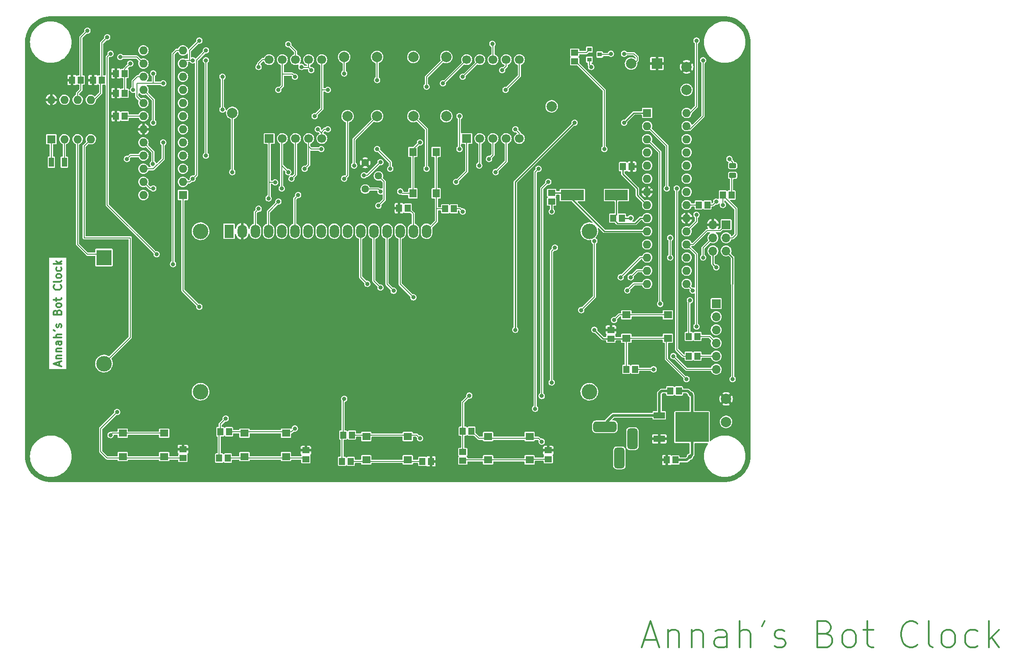
<source format=gbr>
%TF.GenerationSoftware,KiCad,Pcbnew,(6.0.5-0)*%
%TF.CreationDate,2022-07-17T22:17:14-04:00*%
%TF.ProjectId,Annahs_clock_hps,416e6e61-6873-45f6-936c-6f636b5f6870,rev?*%
%TF.SameCoordinates,Original*%
%TF.FileFunction,Copper,L1,Top*%
%TF.FilePolarity,Positive*%
%FSLAX46Y46*%
G04 Gerber Fmt 4.6, Leading zero omitted, Abs format (unit mm)*
G04 Created by KiCad (PCBNEW (6.0.5-0)) date 2022-07-17 22:17:14*
%MOMM*%
%LPD*%
G01*
G04 APERTURE LIST*
G04 Aperture macros list*
%AMRoundRect*
0 Rectangle with rounded corners*
0 $1 Rounding radius*
0 $2 $3 $4 $5 $6 $7 $8 $9 X,Y pos of 4 corners*
0 Add a 4 corners polygon primitive as box body*
4,1,4,$2,$3,$4,$5,$6,$7,$8,$9,$2,$3,0*
0 Add four circle primitives for the rounded corners*
1,1,$1+$1,$2,$3*
1,1,$1+$1,$4,$5*
1,1,$1+$1,$6,$7*
1,1,$1+$1,$8,$9*
0 Add four rect primitives between the rounded corners*
20,1,$1+$1,$2,$3,$4,$5,0*
20,1,$1+$1,$4,$5,$6,$7,0*
20,1,$1+$1,$6,$7,$8,$9,0*
20,1,$1+$1,$8,$9,$2,$3,0*%
G04 Aperture macros list end*
%ADD10C,0.300000*%
%TA.AperFunction,NonConductor*%
%ADD11C,0.300000*%
%TD*%
%TA.AperFunction,SMDPad,CuDef*%
%ADD12R,1.150000X1.400000*%
%TD*%
%TA.AperFunction,ComponentPad*%
%ADD13C,1.440000*%
%TD*%
%TA.AperFunction,SMDPad,CuDef*%
%ADD14R,1.000000X1.800000*%
%TD*%
%TA.AperFunction,ComponentPad*%
%ADD15C,2.000000*%
%TD*%
%TA.AperFunction,SMDPad,CuDef*%
%ADD16R,2.200000X1.200000*%
%TD*%
%TA.AperFunction,SMDPad,CuDef*%
%ADD17R,6.400000X5.800000*%
%TD*%
%TA.AperFunction,SMDPad,CuDef*%
%ADD18R,1.400000X1.150000*%
%TD*%
%TA.AperFunction,ComponentPad*%
%ADD19R,1.700000X1.700000*%
%TD*%
%TA.AperFunction,ComponentPad*%
%ADD20C,1.700000*%
%TD*%
%TA.AperFunction,ComponentPad*%
%ADD21R,1.600000X1.600000*%
%TD*%
%TA.AperFunction,ComponentPad*%
%ADD22O,1.600000X1.600000*%
%TD*%
%TA.AperFunction,SMDPad,CuDef*%
%ADD23R,0.900000X0.800000*%
%TD*%
%TA.AperFunction,SMDPad,CuDef*%
%ADD24RoundRect,0.243750X-0.456250X0.243750X-0.456250X-0.243750X0.456250X-0.243750X0.456250X0.243750X0*%
%TD*%
%TA.AperFunction,SMDPad,CuDef*%
%ADD25R,1.400000X1.600000*%
%TD*%
%TA.AperFunction,SMDPad,CuDef*%
%ADD26R,4.500000X2.000000*%
%TD*%
%TA.AperFunction,ComponentPad*%
%ADD27R,2.000000X2.000000*%
%TD*%
%TA.AperFunction,SMDPad,CuDef*%
%ADD28R,1.600000X1.400000*%
%TD*%
%TA.AperFunction,ComponentPad*%
%ADD29C,3.000000*%
%TD*%
%TA.AperFunction,ComponentPad*%
%ADD30R,1.800000X2.600000*%
%TD*%
%TA.AperFunction,ComponentPad*%
%ADD31O,1.800000X2.600000*%
%TD*%
%TA.AperFunction,ComponentPad*%
%ADD32RoundRect,0.500000X1.750000X0.500000X-1.750000X0.500000X-1.750000X-0.500000X1.750000X-0.500000X0*%
%TD*%
%TA.AperFunction,ComponentPad*%
%ADD33RoundRect,0.500000X-0.500000X1.500000X-0.500000X-1.500000X0.500000X-1.500000X0.500000X1.500000X0*%
%TD*%
%TA.AperFunction,ComponentPad*%
%ADD34O,1.700000X1.700000*%
%TD*%
%TA.AperFunction,ComponentPad*%
%ADD35R,3.000000X3.000000*%
%TD*%
%TA.AperFunction,ViaPad*%
%ADD36C,0.812800*%
%TD*%
%TA.AperFunction,ViaPad*%
%ADD37C,0.800000*%
%TD*%
%TA.AperFunction,Conductor*%
%ADD38C,0.203200*%
%TD*%
%TA.AperFunction,Conductor*%
%ADD39C,0.250000*%
%TD*%
%TA.AperFunction,Conductor*%
%ADD40C,0.508000*%
%TD*%
G04 APERTURE END LIST*
D10*
D11*
X199450476Y-175471666D02*
X201869523Y-175471666D01*
X198966666Y-176923095D02*
X200660000Y-171843095D01*
X202353333Y-176923095D01*
X204046666Y-173536428D02*
X204046666Y-176923095D01*
X204046666Y-174020238D02*
X204288571Y-173778333D01*
X204772380Y-173536428D01*
X205498095Y-173536428D01*
X205981904Y-173778333D01*
X206223809Y-174262142D01*
X206223809Y-176923095D01*
X208642857Y-173536428D02*
X208642857Y-176923095D01*
X208642857Y-174020238D02*
X208884761Y-173778333D01*
X209368571Y-173536428D01*
X210094285Y-173536428D01*
X210578095Y-173778333D01*
X210820000Y-174262142D01*
X210820000Y-176923095D01*
X215416190Y-176923095D02*
X215416190Y-174262142D01*
X215174285Y-173778333D01*
X214690476Y-173536428D01*
X213722857Y-173536428D01*
X213239047Y-173778333D01*
X215416190Y-176681190D02*
X214932380Y-176923095D01*
X213722857Y-176923095D01*
X213239047Y-176681190D01*
X212997142Y-176197380D01*
X212997142Y-175713571D01*
X213239047Y-175229761D01*
X213722857Y-174987857D01*
X214932380Y-174987857D01*
X215416190Y-174745952D01*
X217835238Y-176923095D02*
X217835238Y-171843095D01*
X220012380Y-176923095D02*
X220012380Y-174262142D01*
X219770476Y-173778333D01*
X219286666Y-173536428D01*
X218560952Y-173536428D01*
X218077142Y-173778333D01*
X217835238Y-174020238D01*
X222673333Y-171843095D02*
X222189523Y-172810714D01*
X224608571Y-176681190D02*
X225092380Y-176923095D01*
X226060000Y-176923095D01*
X226543809Y-176681190D01*
X226785714Y-176197380D01*
X226785714Y-175955476D01*
X226543809Y-175471666D01*
X226060000Y-175229761D01*
X225334285Y-175229761D01*
X224850476Y-174987857D01*
X224608571Y-174504047D01*
X224608571Y-174262142D01*
X224850476Y-173778333D01*
X225334285Y-173536428D01*
X226060000Y-173536428D01*
X226543809Y-173778333D01*
X234526666Y-174262142D02*
X235252380Y-174504047D01*
X235494285Y-174745952D01*
X235736190Y-175229761D01*
X235736190Y-175955476D01*
X235494285Y-176439285D01*
X235252380Y-176681190D01*
X234768571Y-176923095D01*
X232833333Y-176923095D01*
X232833333Y-171843095D01*
X234526666Y-171843095D01*
X235010476Y-172085000D01*
X235252380Y-172326904D01*
X235494285Y-172810714D01*
X235494285Y-173294523D01*
X235252380Y-173778333D01*
X235010476Y-174020238D01*
X234526666Y-174262142D01*
X232833333Y-174262142D01*
X238639047Y-176923095D02*
X238155238Y-176681190D01*
X237913333Y-176439285D01*
X237671428Y-175955476D01*
X237671428Y-174504047D01*
X237913333Y-174020238D01*
X238155238Y-173778333D01*
X238639047Y-173536428D01*
X239364761Y-173536428D01*
X239848571Y-173778333D01*
X240090476Y-174020238D01*
X240332380Y-174504047D01*
X240332380Y-175955476D01*
X240090476Y-176439285D01*
X239848571Y-176681190D01*
X239364761Y-176923095D01*
X238639047Y-176923095D01*
X241783809Y-173536428D02*
X243719047Y-173536428D01*
X242509523Y-171843095D02*
X242509523Y-176197380D01*
X242751428Y-176681190D01*
X243235238Y-176923095D01*
X243719047Y-176923095D01*
X252185714Y-176439285D02*
X251943809Y-176681190D01*
X251218095Y-176923095D01*
X250734285Y-176923095D01*
X250008571Y-176681190D01*
X249524761Y-176197380D01*
X249282857Y-175713571D01*
X249040952Y-174745952D01*
X249040952Y-174020238D01*
X249282857Y-173052619D01*
X249524761Y-172568809D01*
X250008571Y-172085000D01*
X250734285Y-171843095D01*
X251218095Y-171843095D01*
X251943809Y-172085000D01*
X252185714Y-172326904D01*
X255088571Y-176923095D02*
X254604761Y-176681190D01*
X254362857Y-176197380D01*
X254362857Y-171843095D01*
X257749523Y-176923095D02*
X257265714Y-176681190D01*
X257023809Y-176439285D01*
X256781904Y-175955476D01*
X256781904Y-174504047D01*
X257023809Y-174020238D01*
X257265714Y-173778333D01*
X257749523Y-173536428D01*
X258475238Y-173536428D01*
X258959047Y-173778333D01*
X259200952Y-174020238D01*
X259442857Y-174504047D01*
X259442857Y-175955476D01*
X259200952Y-176439285D01*
X258959047Y-176681190D01*
X258475238Y-176923095D01*
X257749523Y-176923095D01*
X263797142Y-176681190D02*
X263313333Y-176923095D01*
X262345714Y-176923095D01*
X261861904Y-176681190D01*
X261620000Y-176439285D01*
X261378095Y-175955476D01*
X261378095Y-174504047D01*
X261620000Y-174020238D01*
X261861904Y-173778333D01*
X262345714Y-173536428D01*
X263313333Y-173536428D01*
X263797142Y-173778333D01*
X265974285Y-176923095D02*
X265974285Y-171843095D01*
X266458095Y-174987857D02*
X267909523Y-176923095D01*
X267909523Y-173536428D02*
X265974285Y-175471666D01*
D10*
D11*
X86610000Y-122502142D02*
X86610000Y-121787857D01*
X87038571Y-122645000D02*
X85538571Y-122145000D01*
X87038571Y-121645000D01*
X86038571Y-121145000D02*
X87038571Y-121145000D01*
X86181428Y-121145000D02*
X86110000Y-121073571D01*
X86038571Y-120930714D01*
X86038571Y-120716428D01*
X86110000Y-120573571D01*
X86252857Y-120502142D01*
X87038571Y-120502142D01*
X86038571Y-119787857D02*
X87038571Y-119787857D01*
X86181428Y-119787857D02*
X86110000Y-119716428D01*
X86038571Y-119573571D01*
X86038571Y-119359285D01*
X86110000Y-119216428D01*
X86252857Y-119145000D01*
X87038571Y-119145000D01*
X87038571Y-117787857D02*
X86252857Y-117787857D01*
X86110000Y-117859285D01*
X86038571Y-118002142D01*
X86038571Y-118287857D01*
X86110000Y-118430714D01*
X86967142Y-117787857D02*
X87038571Y-117930714D01*
X87038571Y-118287857D01*
X86967142Y-118430714D01*
X86824285Y-118502142D01*
X86681428Y-118502142D01*
X86538571Y-118430714D01*
X86467142Y-118287857D01*
X86467142Y-117930714D01*
X86395714Y-117787857D01*
X87038571Y-117073571D02*
X85538571Y-117073571D01*
X87038571Y-116430714D02*
X86252857Y-116430714D01*
X86110000Y-116502142D01*
X86038571Y-116645000D01*
X86038571Y-116859285D01*
X86110000Y-117002142D01*
X86181428Y-117073571D01*
X85538571Y-115645000D02*
X85824285Y-115787857D01*
X86967142Y-115073571D02*
X87038571Y-114930714D01*
X87038571Y-114645000D01*
X86967142Y-114502142D01*
X86824285Y-114430714D01*
X86752857Y-114430714D01*
X86610000Y-114502142D01*
X86538571Y-114645000D01*
X86538571Y-114859285D01*
X86467142Y-115002142D01*
X86324285Y-115073571D01*
X86252857Y-115073571D01*
X86110000Y-115002142D01*
X86038571Y-114859285D01*
X86038571Y-114645000D01*
X86110000Y-114502142D01*
X86252857Y-112145000D02*
X86324285Y-111930714D01*
X86395714Y-111859285D01*
X86538571Y-111787857D01*
X86752857Y-111787857D01*
X86895714Y-111859285D01*
X86967142Y-111930714D01*
X87038571Y-112073571D01*
X87038571Y-112645000D01*
X85538571Y-112645000D01*
X85538571Y-112145000D01*
X85610000Y-112002142D01*
X85681428Y-111930714D01*
X85824285Y-111859285D01*
X85967142Y-111859285D01*
X86110000Y-111930714D01*
X86181428Y-112002142D01*
X86252857Y-112145000D01*
X86252857Y-112645000D01*
X87038571Y-110930714D02*
X86967142Y-111073571D01*
X86895714Y-111145000D01*
X86752857Y-111216428D01*
X86324285Y-111216428D01*
X86181428Y-111145000D01*
X86110000Y-111073571D01*
X86038571Y-110930714D01*
X86038571Y-110716428D01*
X86110000Y-110573571D01*
X86181428Y-110502142D01*
X86324285Y-110430714D01*
X86752857Y-110430714D01*
X86895714Y-110502142D01*
X86967142Y-110573571D01*
X87038571Y-110716428D01*
X87038571Y-110930714D01*
X86038571Y-110002142D02*
X86038571Y-109430714D01*
X85538571Y-109787857D02*
X86824285Y-109787857D01*
X86967142Y-109716428D01*
X87038571Y-109573571D01*
X87038571Y-109430714D01*
X86895714Y-106930714D02*
X86967142Y-107002142D01*
X87038571Y-107216428D01*
X87038571Y-107359285D01*
X86967142Y-107573571D01*
X86824285Y-107716428D01*
X86681428Y-107787857D01*
X86395714Y-107859285D01*
X86181428Y-107859285D01*
X85895714Y-107787857D01*
X85752857Y-107716428D01*
X85610000Y-107573571D01*
X85538571Y-107359285D01*
X85538571Y-107216428D01*
X85610000Y-107002142D01*
X85681428Y-106930714D01*
X87038571Y-106073571D02*
X86967142Y-106216428D01*
X86824285Y-106287857D01*
X85538571Y-106287857D01*
X87038571Y-105287857D02*
X86967142Y-105430714D01*
X86895714Y-105502142D01*
X86752857Y-105573571D01*
X86324285Y-105573571D01*
X86181428Y-105502142D01*
X86110000Y-105430714D01*
X86038571Y-105287857D01*
X86038571Y-105073571D01*
X86110000Y-104930714D01*
X86181428Y-104859285D01*
X86324285Y-104787857D01*
X86752857Y-104787857D01*
X86895714Y-104859285D01*
X86967142Y-104930714D01*
X87038571Y-105073571D01*
X87038571Y-105287857D01*
X86967142Y-103502142D02*
X87038571Y-103645000D01*
X87038571Y-103930714D01*
X86967142Y-104073571D01*
X86895714Y-104145000D01*
X86752857Y-104216428D01*
X86324285Y-104216428D01*
X86181428Y-104145000D01*
X86110000Y-104073571D01*
X86038571Y-103930714D01*
X86038571Y-103645000D01*
X86110000Y-103502142D01*
X87038571Y-102859285D02*
X85538571Y-102859285D01*
X86467142Y-102716428D02*
X87038571Y-102287857D01*
X86038571Y-102287857D02*
X86610000Y-102859285D01*
D12*
%TO.P,C6,1*%
%TO.N,Net-(C6-Pad1)*%
X204465000Y-127380000D03*
%TO.P,C6,2*%
%TO.N,GND*%
X206165000Y-127380000D03*
%TD*%
%TO.P,R6,1*%
%TO.N,/RTC_SDA*%
X94830000Y-67310000D03*
%TO.P,R6,2*%
%TO.N,VCC*%
X93130000Y-67310000D03*
%TD*%
D13*
%TO.P,RV1,1,1*%
%TO.N,GND*%
X145665000Y-88382500D03*
%TO.P,RV1,2,2*%
%TO.N,Net-(DS1-Pad3)*%
X148205000Y-85842500D03*
%TO.P,RV1,3,3*%
%TO.N,VCC*%
X145665000Y-83302500D03*
%TD*%
D14*
%TO.P,Y2,1,1*%
%TO.N,/RTC_XTAL1*%
X85110000Y-83185000D03*
%TO.P,Y2,2,2*%
%TO.N,/RTC_XTAL2*%
X87610000Y-83185000D03*
%TD*%
D15*
%TO.P,TP9,1,1*%
%TO.N,/Dig01_G*%
X147955000Y-62865000D03*
%TD*%
D12*
%TO.P,R17,1*%
%TO.N,Net-(DS1-Pad15)*%
X153885000Y-92075000D03*
%TO.P,R17,2*%
%TO.N,VCC*%
X152185000Y-92075000D03*
%TD*%
D16*
%TO.P,U3,1,IN*%
%TO.N,Net-(C6-Pad1)*%
X202385000Y-132085000D03*
D17*
%TO.P,U3,2,GND*%
%TO.N,GND*%
X208685000Y-134365000D03*
D16*
%TO.P,U3,3,OUT*%
%TO.N,VCC*%
X202385000Y-136645000D03*
%TD*%
D18*
%TO.P,R14,1*%
%TO.N,/Buzzer*%
X186055000Y-63715000D03*
%TO.P,R14,2*%
%TO.N,Net-(Q1-Pad1)*%
X186055000Y-62015000D03*
%TD*%
D19*
%TO.P,U5,1,E*%
%TO.N,/Dig01_E*%
X127127000Y-78613000D03*
D20*
%TO.P,U5,2,D*%
%TO.N,/Dig01_D*%
X129667000Y-78613000D03*
%TO.P,U5,3,CC*%
%TO.N,/Dig0_Com*%
X132207000Y-78613000D03*
%TO.P,U5,4,C*%
%TO.N,/Dig01_C*%
X134747000Y-78613000D03*
%TO.P,U5,5,DP*%
%TO.N,/Dig01_DP*%
X137287000Y-78613000D03*
%TO.P,U5,6,B*%
%TO.N,/Dig01_B*%
X137287000Y-63373000D03*
%TO.P,U5,7,A*%
%TO.N,/Dig01_A*%
X134747000Y-63373000D03*
%TO.P,U5,8,CC*%
%TO.N,/Dig0_Com*%
X132207000Y-63373000D03*
%TO.P,U5,9,F*%
%TO.N,/Dig01_F*%
X129667000Y-63373000D03*
%TO.P,U5,10,G*%
%TO.N,/Dig01_G*%
X127127000Y-63373000D03*
%TD*%
D15*
%TO.P,TP7,1,1*%
%TO.N,/Dig01_E*%
X142240000Y-74295000D03*
%TD*%
D18*
%TO.P,R5,1*%
%TO.N,~{RESET}*%
X193040000Y-117270000D03*
%TO.P,R5,2*%
%TO.N,VCC*%
X193040000Y-115570000D03*
%TD*%
D12*
%TO.P,C2,1*%
%TO.N,/AREF*%
X209970000Y-91440000D03*
%TO.P,C2,2*%
%TO.N,GND*%
X211670000Y-91440000D03*
%TD*%
%TO.P,R10,1*%
%TO.N,VCC*%
X97575000Y-74295000D03*
%TO.P,R10,2*%
%TO.N,Net-(R10-Pad2)*%
X99275000Y-74295000D03*
%TD*%
%TO.P,C10,1*%
%TO.N,GND*%
X119390000Y-135255000D03*
%TO.P,C10,2*%
%TO.N,/Down_SW*%
X117690000Y-135255000D03*
%TD*%
D21*
%TO.P,U2,1,DIN*%
%TO.N,MOSI*%
X110490000Y-89535000D03*
D22*
%TO.P,U2,2,DIG_0*%
%TO.N,/Dig0_Com*%
X110490000Y-86995000D03*
%TO.P,U2,3,DIG_4*%
%TO.N,unconnected-(U2-Pad3)*%
X110490000Y-84455000D03*
%TO.P,U2,4,GND*%
%TO.N,GND*%
X110490000Y-81915000D03*
%TO.P,U2,5,DIG_6*%
%TO.N,unconnected-(U2-Pad5)*%
X110490000Y-79375000D03*
%TO.P,U2,6,DIG_2*%
%TO.N,unconnected-(U2-Pad6)*%
X110490000Y-76835000D03*
%TO.P,U2,7,DIG_3*%
%TO.N,unconnected-(U2-Pad7)*%
X110490000Y-74295000D03*
%TO.P,U2,8,DIG_7*%
%TO.N,unconnected-(U2-Pad8)*%
X110490000Y-71755000D03*
%TO.P,U2,9,GND*%
%TO.N,GND*%
X110490000Y-69215000D03*
%TO.P,U2,10,DIG_5*%
%TO.N,unconnected-(U2-Pad10)*%
X110490000Y-66675000D03*
%TO.P,U2,11,DIG_1*%
%TO.N,/Dig1_Com*%
X110490000Y-64135000D03*
%TO.P,U2,12,LOAD*%
%TO.N,/Driver_Load*%
X110490000Y-61595000D03*
%TO.P,U2,13,CLK*%
%TO.N,LED_SCK*%
X102870000Y-61595000D03*
%TO.P,U2,14,SEG_A*%
%TO.N,/Dig01_A*%
X102870000Y-64135000D03*
%TO.P,U2,15,SEG_F*%
%TO.N,/Dig01_F*%
X102870000Y-66675000D03*
%TO.P,U2,16,SEG_B*%
%TO.N,/Dig01_B*%
X102870000Y-69215000D03*
%TO.P,U2,17,SEG_G*%
%TO.N,/Dig01_G*%
X102870000Y-71755000D03*
%TO.P,U2,18,ISET*%
%TO.N,Net-(R10-Pad2)*%
X102870000Y-74295000D03*
%TO.P,U2,19,V+*%
%TO.N,VCC*%
X102870000Y-76835000D03*
%TO.P,U2,20,SEG_C*%
%TO.N,/Dig01_C*%
X102870000Y-79375000D03*
%TO.P,U2,21,SEG_E*%
%TO.N,/Dig01_E*%
X102870000Y-81915000D03*
%TO.P,U2,22,SEG_DP*%
%TO.N,/Dig01_DP*%
X102870000Y-84455000D03*
%TO.P,U2,23,SEG_D*%
%TO.N,/Dig01_D*%
X102870000Y-86995000D03*
%TO.P,U2,24,DOUT*%
%TO.N,unconnected-(U2-Pad24)*%
X102870000Y-89535000D03*
%TD*%
D12*
%TO.P,C8,1*%
%TO.N,VCC*%
X97575000Y-69850000D03*
%TO.P,C8,2*%
%TO.N,GND*%
X99275000Y-69850000D03*
%TD*%
D23*
%TO.P,Q1,1,B*%
%TO.N,Net-(Q1-Pad1)*%
X188880000Y-61445000D03*
%TO.P,Q1,2,E*%
%TO.N,GND*%
X188880000Y-63345000D03*
%TO.P,Q1,3,C*%
X190880000Y-62395000D03*
%TD*%
D12*
%TO.P,C7,1*%
%TO.N,VCC*%
X203830000Y-140715000D03*
%TO.P,C7,2*%
%TO.N,GND*%
X205530000Y-140715000D03*
%TD*%
D24*
%TO.P,D1,1,K*%
%TO.N,GND*%
X216535000Y-83850000D03*
%TO.P,D1,2,A*%
%TO.N,Net-(D1-Pad2)*%
X216535000Y-85725000D03*
%TD*%
D15*
%TO.P,TP5,1,1*%
%TO.N,/Dig01_C*%
X154940000Y-74295000D03*
%TD*%
D18*
%TO.P,R13,1*%
%TO.N,/Select_SW*%
X164465000Y-139167500D03*
%TO.P,R13,2*%
%TO.N,Net-(R13-Pad2)*%
X164465000Y-140867500D03*
%TD*%
D12*
%TO.P,R15,1*%
%TO.N,/Up_SW*%
X141175000Y-140970000D03*
%TO.P,R15,2*%
%TO.N,Net-(R15-Pad2)*%
X142875000Y-140970000D03*
%TD*%
D15*
%TO.P,TP14,1,1*%
%TO.N,VCC*%
X207645000Y-64770000D03*
%TD*%
D12*
%TO.P,R12,1*%
%TO.N,/Down_SW*%
X117475000Y-140335000D03*
%TO.P,R12,2*%
%TO.N,Net-(R1-Pad1)*%
X119175000Y-140335000D03*
%TD*%
D25*
%TO.P,SW6,1,A*%
%TO.N,GND*%
X154845000Y-89207500D03*
%TO.P,SW6,2,A*%
X154845000Y-81207500D03*
%TO.P,SW6,3,B*%
%TO.N,Net-(DS1-Pad16)*%
X159345000Y-89207500D03*
%TO.P,SW6,4,B*%
X159345000Y-81207500D03*
%TD*%
D12*
%TO.P,C11,1*%
%TO.N,GND*%
X166165000Y-135152500D03*
%TO.P,C11,2*%
%TO.N,/Select_SW*%
X164465000Y-135152500D03*
%TD*%
D15*
%TO.P,TP10,1,1*%
%TO.N,/Dig01_DP*%
X161290000Y-74295000D03*
%TD*%
D21*
%TO.P,U1,1,X1*%
%TO.N,/RTC_XTAL1*%
X85100000Y-78740000D03*
D22*
%TO.P,U1,2,X2*%
%TO.N,/RTC_XTAL2*%
X87640000Y-78740000D03*
%TO.P,U1,3,VBAT*%
%TO.N,/VBAT*%
X90180000Y-78740000D03*
%TO.P,U1,4,GND*%
%TO.N,GND*%
X92720000Y-78740000D03*
%TO.P,U1,5,SDA*%
%TO.N,/RTC_SDA*%
X92720000Y-71120000D03*
%TO.P,U1,6,SCL*%
%TO.N,/RTC_SCL*%
X90180000Y-71120000D03*
%TO.P,U1,7,SQW/OUT*%
%TO.N,unconnected-(U1-Pad7)*%
X87640000Y-71120000D03*
%TO.P,U1,8,VCC*%
%TO.N,VCC*%
X85100000Y-71120000D03*
%TD*%
D18*
%TO.P,R1,1*%
%TO.N,Net-(R1-Pad1)*%
X134200000Y-140550000D03*
%TO.P,R1,2*%
%TO.N,VCC*%
X134200000Y-138850000D03*
%TD*%
D26*
%TO.P,Y1,2,2*%
%TO.N,/Clk_Crystal1*%
X194115000Y-89535000D03*
%TO.P,Y1,1,1*%
%TO.N,/Clk_Crystal2*%
X185615000Y-89535000D03*
%TD*%
D15*
%TO.P,TP4,1,1*%
%TO.N,/Dig01_B*%
X161290000Y-62865000D03*
%TD*%
D27*
%TO.P,BZ1,1,-*%
%TO.N,VCC*%
X201930000Y-64135000D03*
D15*
%TO.P,BZ1,2,+*%
%TO.N,GND*%
X196930000Y-64135000D03*
%TD*%
D18*
%TO.P,R8,1*%
%TO.N,MISO*%
X110490000Y-140335000D03*
%TO.P,R8,2*%
%TO.N,VCC*%
X110490000Y-138635000D03*
%TD*%
D12*
%TO.P,R9,1*%
%TO.N,Net-(R15-Pad2)*%
X156630000Y-140970000D03*
%TO.P,R9,2*%
%TO.N,VCC*%
X158330000Y-140970000D03*
%TD*%
D28*
%TO.P,SW2,1,A*%
%TO.N,GND*%
X122365000Y-135545000D03*
%TO.P,SW2,2,A*%
X130365000Y-135545000D03*
%TO.P,SW2,3,B*%
%TO.N,Net-(R1-Pad1)*%
X122365000Y-140045000D03*
%TO.P,SW2,4,B*%
X130365000Y-140045000D03*
%TD*%
D15*
%TO.P,TP1,1,1*%
%TO.N,/Dig1_Com*%
X181610000Y-72390000D03*
%TD*%
D12*
%TO.P,R11,1*%
%TO.N,LED_SCK*%
X214630000Y-89535000D03*
%TO.P,R11,2*%
%TO.N,Net-(D1-Pad2)*%
X216330000Y-89535000D03*
%TD*%
%TO.P,C4,2*%
%TO.N,/Clk_Crystal1*%
X193460000Y-93980000D03*
%TO.P,C4,1*%
%TO.N,GND*%
X195160000Y-93980000D03*
%TD*%
%TO.P,R16,1*%
%TO.N,Net-(DS1-Pad16)*%
X161075000Y-92192500D03*
%TO.P,R16,2*%
%TO.N,GND*%
X162775000Y-92192500D03*
%TD*%
D18*
%TO.P,C5,2*%
%TO.N,GND*%
X181610000Y-90805000D03*
%TO.P,C5,1*%
%TO.N,/Clk_Crystal2*%
X181610000Y-89105000D03*
%TD*%
D12*
%TO.P,R4,1*%
%TO.N,RXD*%
X208065000Y-120650000D03*
%TO.P,R4,2*%
%TO.N,Net-(J1-Pad5)*%
X209765000Y-120650000D03*
%TD*%
D28*
%TO.P,SW1,1,A*%
%TO.N,GND*%
X169355000Y-136180000D03*
%TO.P,SW1,2,A*%
X177355000Y-136180000D03*
%TO.P,SW1,3,B*%
%TO.N,Net-(R13-Pad2)*%
X169355000Y-140680000D03*
%TO.P,SW1,4,B*%
X177355000Y-140680000D03*
%TD*%
D15*
%TO.P,TP6,1,1*%
%TO.N,/Dig01_D*%
X147955000Y-74295000D03*
%TD*%
%TO.P,TP2,1,1*%
%TO.N,VCC*%
X215265000Y-128905000D03*
%TD*%
D12*
%TO.P,C13,1*%
%TO.N,GND*%
X143090000Y-135890000D03*
%TO.P,C13,2*%
%TO.N,/Up_SW*%
X141390000Y-135890000D03*
%TD*%
D18*
%TO.P,R2,1*%
%TO.N,Net-(R13-Pad2)*%
X180975000Y-140550000D03*
%TO.P,R2,2*%
%TO.N,VCC*%
X180975000Y-138850000D03*
%TD*%
D15*
%TO.P,TP3,1,1*%
%TO.N,/Dig01_A*%
X154940000Y-62865000D03*
%TD*%
D12*
%TO.P,C3,1*%
%TO.N,~{RESET}*%
X196000000Y-123190000D03*
%TO.P,C3,2*%
%TO.N,Net-(C3-Pad2)*%
X197700000Y-123190000D03*
%TD*%
D15*
%TO.P,TP13,1,1*%
%TO.N,GND*%
X207645000Y-69215000D03*
%TD*%
D28*
%TO.P,SW3,1,A*%
%TO.N,GND*%
X98870000Y-135545000D03*
%TO.P,SW3,2,A*%
X106870000Y-135545000D03*
%TO.P,SW3,3,B*%
%TO.N,MISO*%
X98870000Y-140045000D03*
%TO.P,SW3,4,B*%
X106870000Y-140045000D03*
%TD*%
%TO.P,SW4,1,A*%
%TO.N,GND*%
X145860000Y-136180000D03*
%TO.P,SW4,2,A*%
X153860000Y-136180000D03*
%TO.P,SW4,3,B*%
%TO.N,Net-(R15-Pad2)*%
X145860000Y-140680000D03*
%TO.P,SW4,4,B*%
X153860000Y-140680000D03*
%TD*%
D15*
%TO.P,TP11,1,1*%
%TO.N,/Dig0_Com*%
X120015000Y-73660000D03*
%TD*%
%TO.P,TP8,1,1*%
%TO.N,/Dig01_F*%
X141605000Y-62865000D03*
%TD*%
D19*
%TO.P,U4,1,E*%
%TO.N,/Dig01_E*%
X165227000Y-78613000D03*
D20*
%TO.P,U4,2,D*%
%TO.N,/Dig01_D*%
X167767000Y-78613000D03*
%TO.P,U4,3,CC*%
%TO.N,/Dig1_Com*%
X170307000Y-78613000D03*
%TO.P,U4,4,C*%
%TO.N,/Dig01_C*%
X172847000Y-78613000D03*
%TO.P,U4,5,DP*%
%TO.N,/Dig01_DP*%
X175387000Y-78613000D03*
%TO.P,U4,6,B*%
%TO.N,/Dig01_B*%
X175387000Y-63373000D03*
%TO.P,U4,7,A*%
%TO.N,/Dig01_A*%
X172847000Y-63373000D03*
%TO.P,U4,8,CC*%
%TO.N,/Dig1_Com*%
X170307000Y-63373000D03*
%TO.P,U4,9,F*%
%TO.N,/Dig01_F*%
X167767000Y-63373000D03*
%TO.P,U4,10,G*%
%TO.N,/Dig01_G*%
X165227000Y-63373000D03*
%TD*%
D12*
%TO.P,C1,1*%
%TO.N,VCC*%
X197065000Y-84035000D03*
%TO.P,C1,2*%
%TO.N,GND*%
X195365000Y-84035000D03*
%TD*%
%TO.P,R3,1*%
%TO.N,TXD*%
X208065000Y-116840000D03*
%TO.P,R3,2*%
%TO.N,Net-(J1-Pad4)*%
X209765000Y-116840000D03*
%TD*%
D21*
%TO.P,UI1,1,~{RESET}/PC6*%
%TO.N,~{RESET}*%
X200035000Y-73670000D03*
D22*
%TO.P,UI1,2,PD0*%
%TO.N,RXD*%
X200035000Y-76210000D03*
%TO.P,UI1,3,PD1*%
%TO.N,TXD*%
X200035000Y-78750000D03*
%TO.P,UI1,4,PD2*%
%TO.N,/Buzzer*%
X200035000Y-81290000D03*
%TO.P,UI1,5,PD3*%
%TO.N,/Down_SW*%
X200035000Y-83830000D03*
%TO.P,UI1,6,PD4*%
%TO.N,/Up_SW*%
X200035000Y-86370000D03*
%TO.P,UI1,7,VCC*%
%TO.N,VCC*%
X200035000Y-88910000D03*
%TO.P,UI1,8,GND*%
%TO.N,GND*%
X200035000Y-91450000D03*
%TO.P,UI1,9,XTAL1/PB6*%
%TO.N,/Clk_Crystal1*%
X200035000Y-93990000D03*
%TO.P,UI1,10,XTAL2/PB7*%
%TO.N,/Clk_Crystal2*%
X200035000Y-96530000D03*
%TO.P,UI1,11,PD5*%
%TO.N,/Select_SW*%
X200035000Y-99070000D03*
%TO.P,UI1,12,PD6*%
%TO.N,/LCD_Data4*%
X200035000Y-101610000D03*
%TO.P,UI1,13,PD7*%
%TO.N,/LCD_Data5*%
X200035000Y-104150000D03*
%TO.P,UI1,14,PB0*%
%TO.N,/LCD_Data6*%
X200035000Y-106690000D03*
%TO.P,UI1,15,PB1*%
%TO.N,/LCD_Data7*%
X207655000Y-106690000D03*
%TO.P,UI1,16,PB2*%
%TO.N,/Driver_Load*%
X207655000Y-104150000D03*
%TO.P,UI1,17,PB3*%
%TO.N,MOSI*%
X207655000Y-101610000D03*
%TO.P,UI1,18,PB4*%
%TO.N,MISO*%
X207655000Y-99070000D03*
%TO.P,UI1,19,PB5*%
%TO.N,LED_SCK*%
X207655000Y-96530000D03*
%TO.P,UI1,20,AVCC*%
%TO.N,VCC*%
X207655000Y-93990000D03*
%TO.P,UI1,21,AREF*%
%TO.N,/AREF*%
X207655000Y-91450000D03*
%TO.P,UI1,22,GND*%
%TO.N,GND*%
X207655000Y-88910000D03*
%TO.P,UI1,23,PC0*%
%TO.N,/LCD_RS*%
X207655000Y-86370000D03*
%TO.P,UI1,24,PC1*%
%TO.N,/LCD_Enable*%
X207655000Y-83830000D03*
%TO.P,UI1,25,PC2*%
%TO.N,unconnected-(UI1-Pad25)*%
X207655000Y-81290000D03*
%TO.P,UI1,26,PC3*%
%TO.N,unconnected-(UI1-Pad26)*%
X207655000Y-78750000D03*
%TO.P,UI1,27,PC4*%
%TO.N,/RTC_SDA*%
X207655000Y-76210000D03*
%TO.P,UI1,28,PC5*%
%TO.N,/RTC_SCL*%
X207655000Y-73670000D03*
%TD*%
D12*
%TO.P,C9,1*%
%TO.N,VCC*%
X97575000Y-66040000D03*
%TO.P,C9,2*%
%TO.N,GND*%
X99275000Y-66040000D03*
%TD*%
D28*
%TO.P,SW5,1,A*%
%TO.N,GND*%
X196025000Y-112685000D03*
%TO.P,SW5,2,A*%
X204025000Y-112685000D03*
%TO.P,SW5,3,B*%
%TO.N,~{RESET}*%
X196025000Y-117185000D03*
%TO.P,SW5,4,B*%
X204025000Y-117185000D03*
%TD*%
D29*
%TO.P,DS1,*%
%TO.N,*%
X188880000Y-96520000D03*
X113880900Y-96520000D03*
X113880900Y-127520700D03*
X188879480Y-127520700D03*
D30*
%TO.P,DS1,1,VSS*%
%TO.N,GND*%
X119380000Y-96520000D03*
D31*
%TO.P,DS1,2,VDD*%
%TO.N,VCC*%
X121920000Y-96520000D03*
%TO.P,DS1,3,VO*%
%TO.N,Net-(DS1-Pad3)*%
X124460000Y-96520000D03*
%TO.P,DS1,4,RS*%
%TO.N,/LCD_RS*%
X127000000Y-96520000D03*
%TO.P,DS1,5,R/W*%
%TO.N,GND*%
X129540000Y-96520000D03*
%TO.P,DS1,6,E*%
%TO.N,/LCD_Enable*%
X132080000Y-96520000D03*
%TO.P,DS1,7,D0*%
%TO.N,unconnected-(DS1-Pad7)*%
X134620000Y-96520000D03*
%TO.P,DS1,8,D1*%
%TO.N,unconnected-(DS1-Pad8)*%
X137160000Y-96520000D03*
%TO.P,DS1,9,D2*%
%TO.N,unconnected-(DS1-Pad9)*%
X139700000Y-96520000D03*
%TO.P,DS1,10,D3*%
%TO.N,unconnected-(DS1-Pad10)*%
X142240000Y-96520000D03*
%TO.P,DS1,11,D4*%
%TO.N,/LCD_Data4*%
X144780000Y-96520000D03*
%TO.P,DS1,12,D5*%
%TO.N,/LCD_Data5*%
X147320000Y-96520000D03*
%TO.P,DS1,13,D6*%
%TO.N,/LCD_Data6*%
X149860000Y-96520000D03*
%TO.P,DS1,14,D7*%
%TO.N,/LCD_Data7*%
X152400000Y-96520000D03*
%TO.P,DS1,15,LED(+)*%
%TO.N,Net-(DS1-Pad15)*%
X154940000Y-96520000D03*
%TO.P,DS1,16,LED(-)*%
%TO.N,Net-(DS1-Pad16)*%
X157480000Y-96520000D03*
%TD*%
D12*
%TO.P,R7,1*%
%TO.N,/RTC_SCL*%
X90805000Y-67310000D03*
%TO.P,R7,2*%
%TO.N,VCC*%
X89105000Y-67310000D03*
%TD*%
D32*
%TO.P,J2,1,POLE*%
%TO.N,Net-(C6-Pad1)*%
X191890000Y-134295000D03*
D33*
%TO.P,J2,2,OUT*%
%TO.N,GND*%
X197190000Y-136595000D03*
%TO.P,J2,3,OUT*%
%TO.N,unconnected-(J2-Pad3)*%
X194690000Y-140295000D03*
%TD*%
D19*
%TO.P,J1,1,Pin_1*%
%TO.N,GND*%
X213360000Y-110490000D03*
D34*
%TO.P,J1,2,Pin_2*%
X213360000Y-113030000D03*
%TO.P,J1,3,Pin_3*%
%TO.N,unconnected-(J1-Pad3)*%
X213360000Y-115570000D03*
%TO.P,J1,4,Pin_4*%
%TO.N,Net-(J1-Pad4)*%
X213360000Y-118110000D03*
%TO.P,J1,5,Pin_5*%
%TO.N,Net-(J1-Pad5)*%
X213360000Y-120650000D03*
%TO.P,J1,6,Pin_6*%
%TO.N,Net-(C3-Pad2)*%
X213360000Y-123190000D03*
%TD*%
D19*
%TO.P,J3,1,Pin_1*%
%TO.N,MISO*%
X215265000Y-95250000D03*
D34*
%TO.P,J3,2,Pin_2*%
%TO.N,VCC*%
X212725000Y-95250000D03*
%TO.P,J3,3,Pin_3*%
%TO.N,LED_SCK*%
X215265000Y-97790000D03*
%TO.P,J3,4,Pin_4*%
%TO.N,MOSI*%
X212725000Y-97790000D03*
%TO.P,J3,5,Pin_5*%
%TO.N,~{RESET}*%
X215265000Y-100330000D03*
%TO.P,J3,6,Pin_6*%
%TO.N,GND*%
X212725000Y-100330000D03*
%TD*%
D15*
%TO.P,TP12,1,1*%
%TO.N,GND*%
X215265000Y-133350000D03*
%TD*%
D35*
%TO.P,BT1,1,+*%
%TO.N,/VBAT*%
X95250000Y-101600000D03*
D29*
%TO.P,BT1,2,-*%
%TO.N,GND*%
X95250000Y-122090000D03*
%TD*%
D36*
%TO.N,GND*%
X189230000Y-64770000D03*
D37*
X213360000Y-103505000D03*
D36*
X193675000Y-113665000D03*
X208490000Y-128015000D03*
X148590000Y-88827500D03*
X100330000Y-64135000D03*
X156210000Y-136525000D03*
X152400000Y-88827500D03*
X193040000Y-62230000D03*
X195580000Y-62230000D03*
D37*
X196850000Y-93980000D03*
D36*
X213360000Y-90805000D03*
X132080000Y-134620000D03*
X215900000Y-82550000D03*
D37*
X181610000Y-92710000D03*
D36*
X96520000Y-135890000D03*
X208275000Y-140080000D03*
X164465000Y-92710000D03*
X156210000Y-79375000D03*
X179705000Y-137160000D03*
%TO.N,MISO*%
X97790001Y-131445000D03*
X209550000Y-114935000D03*
D37*
%TO.N,~{RESET}*%
X195580000Y-75565000D03*
X186055000Y-75565000D03*
D36*
X216535000Y-125095000D03*
D37*
X189865000Y-115570000D03*
X174625000Y-115570000D03*
D36*
X207645000Y-125095000D03*
%TO.N,Net-(C3-Pad2)*%
X205105000Y-120650000D03*
X201295000Y-123190000D03*
%TO.N,LED_SCK*%
X214630000Y-91440000D03*
X209550000Y-93345000D03*
X105410000Y-100965000D03*
X96520000Y-62230000D03*
%TO.N,/LCD_Data7*%
X154940000Y-109292500D03*
X208839300Y-107981750D03*
%TO.N,/LCD_Data6*%
X151130000Y-108025700D03*
X196215000Y-107950000D03*
%TO.N,/LCD_Data5*%
X148590000Y-107390700D03*
X196850000Y-105410000D03*
%TO.N,/LCD_Data4*%
X194945000Y-105410000D03*
X146050000Y-106680000D03*
%TO.N,/LCD_Enable*%
X132715000Y-89535000D03*
%TO.N,/LCD_RS*%
X128905000Y-90805000D03*
%TO.N,Net-(DS1-Pad3)*%
X148205000Y-91591401D03*
X125095000Y-92192500D03*
%TO.N,/Down_SW*%
X178435000Y-130810000D03*
X179070000Y-84455000D03*
X118745000Y-132715000D03*
%TO.N,/Select_SW*%
X165735000Y-128270000D03*
X182245000Y-99695000D03*
X181610000Y-125730000D03*
%TO.N,TXD*%
X202565000Y-110562500D03*
X208280000Y-109855000D03*
%TO.N,RXD*%
X205740000Y-88265000D03*
X203835000Y-88265000D03*
%TO.N,MOSI*%
X187325000Y-111760000D03*
X113665000Y-111125000D03*
X204470000Y-101600000D03*
X189865000Y-98425000D03*
X204470000Y-97790000D03*
D37*
X210820000Y-101600000D03*
D36*
%TO.N,/RTC_SDA*%
X95885000Y-59055000D03*
X210820000Y-63500000D03*
%TO.N,/RTC_SCL*%
X209550000Y-59690000D03*
X92075000Y-57785000D03*
%TO.N,/Up_SW*%
X180975000Y-86995000D03*
X141605000Y-128905000D03*
X179705000Y-128345700D03*
%TO.N,/Dig1_Com*%
X163830000Y-74295000D03*
X163830000Y-80645000D03*
X114935000Y-63500000D03*
X113665000Y-59690000D03*
X112395000Y-63500000D03*
X169545000Y-82550000D03*
X170180000Y-60325000D03*
X114935000Y-81915000D03*
%TO.N,/Dig01_A*%
X133350000Y-64770000D03*
X172085000Y-65405000D03*
X118110000Y-73025000D03*
X118110000Y-66675000D03*
X135255000Y-65405000D03*
X98425000Y-62865000D03*
%TO.N,/Dig01_F*%
X132080000Y-66675000D03*
X128905000Y-69215000D03*
X164465000Y-66675000D03*
X100889300Y-69215000D03*
X141605000Y-66040000D03*
%TO.N,/Dig01_B*%
X138430000Y-69215000D03*
X135890000Y-74295000D03*
X104775000Y-75565000D03*
X172720000Y-69215000D03*
X157480000Y-68580000D03*
%TO.N,/Dig01_G*%
X106680000Y-67945000D03*
X104775000Y-66040000D03*
X125095000Y-64770000D03*
X147955000Y-67310000D03*
X160655000Y-67945000D03*
%TO.N,/Dig01_C*%
X133985000Y-84455000D03*
X147955000Y-80645000D03*
X104699300Y-83523431D03*
X157480000Y-84455000D03*
X150495000Y-84455000D03*
X170815000Y-85090000D03*
X137160000Y-80645000D03*
%TO.N,/Dig01_E*%
X99695000Y-82550000D03*
X128270000Y-87070700D03*
X127000000Y-90170000D03*
X141605000Y-86360000D03*
X163195000Y-86995000D03*
%TO.N,/Dig01_DP*%
X136525000Y-76835000D03*
X174625000Y-76835000D03*
X106680000Y-79375000D03*
X138430000Y-76835000D03*
%TO.N,/Dig0_Com*%
X120015000Y-85090000D03*
X130810000Y-60400700D03*
X112395000Y-86360000D03*
X131445000Y-86360000D03*
X114935000Y-61595000D03*
%TO.N,/Dig01_D*%
X129540000Y-88265000D03*
X145415000Y-85725000D03*
X148590000Y-83185000D03*
X130810000Y-85090000D03*
X104775000Y-88265000D03*
X143510000Y-83820000D03*
X167640000Y-83820000D03*
%TO.N,/Driver_Load*%
X108585000Y-102870000D03*
%TO.N,/Buzzer*%
X191770000Y-80645000D03*
%TD*%
D38*
%TO.N,Net-(C3-Pad2)*%
X207645000Y-123190000D02*
X205105000Y-120650000D01*
X213360000Y-123190000D02*
X207645000Y-123190000D01*
D39*
%TO.N,GND*%
X200035000Y-91450000D02*
X198120000Y-89535000D01*
X195365000Y-85510000D02*
X195365000Y-84035000D01*
X198120000Y-89535000D02*
X198120000Y-88265000D01*
X198120000Y-88265000D02*
X195365000Y-85510000D01*
D38*
%TO.N,MOSI*%
X204470000Y-101600000D02*
X204470000Y-97790000D01*
D40*
%TO.N,GND*%
X208685000Y-134365000D02*
X208685000Y-128210000D01*
D38*
X197485000Y-62230000D02*
X198120000Y-62865000D01*
X188880000Y-63345000D02*
X188880000Y-64420000D01*
X196025000Y-112685000D02*
X194655000Y-112685000D01*
X211670000Y-91440000D02*
X212725000Y-91440000D01*
X91440000Y-80020000D02*
X92720000Y-78740000D01*
X154845000Y-89207500D02*
X154845000Y-81207500D01*
D40*
X207855000Y-127380000D02*
X208490000Y-128015000D01*
D38*
X154845000Y-89207500D02*
X152780000Y-89207500D01*
D40*
X208685000Y-134365000D02*
X208685000Y-139670000D01*
D38*
X188880000Y-64420000D02*
X189230000Y-64770000D01*
X198120000Y-62865000D02*
X198120000Y-63500000D01*
X154845000Y-80740000D02*
X156210000Y-79375000D01*
X197485000Y-64135000D02*
X196930000Y-64135000D01*
X98870000Y-135545000D02*
X96865000Y-135545000D01*
X212725000Y-91440000D02*
X213360000Y-90805000D01*
X155575000Y-135890000D02*
X156210000Y-136525000D01*
X100330000Y-117010000D02*
X100330000Y-97790000D01*
X148145000Y-88382500D02*
X148590000Y-88827500D01*
X99275000Y-65190000D02*
X100330000Y-64135000D01*
X152780000Y-89207500D02*
X152400000Y-88827500D01*
X195580000Y-62230000D02*
X197485000Y-62230000D01*
D40*
X206165000Y-127380000D02*
X207855000Y-127380000D01*
D38*
X162775000Y-92192500D02*
X163947500Y-92192500D01*
X193040000Y-62230000D02*
X192875000Y-62395000D01*
D39*
X181610000Y-90805000D02*
X181610000Y-92710000D01*
D38*
X198120000Y-63500000D02*
X197485000Y-64135000D01*
X143090000Y-135890000D02*
X155575000Y-135890000D01*
X145665000Y-88382500D02*
X148145000Y-88382500D01*
X192875000Y-62395000D02*
X190880000Y-62395000D01*
X163947500Y-92192500D02*
X164465000Y-92710000D01*
X106870000Y-135545000D02*
X98870000Y-135545000D01*
X99275000Y-69850000D02*
X99275000Y-65190000D01*
D39*
X212725000Y-100330000D02*
X212725000Y-102870000D01*
D38*
X154845000Y-81207500D02*
X154845000Y-80740000D01*
X131445000Y-135255000D02*
X132080000Y-134620000D01*
X216535000Y-83185000D02*
X215900000Y-82550000D01*
D40*
X208685000Y-128210000D02*
X208490000Y-128015000D01*
D39*
X212725000Y-102870000D02*
X213360000Y-103505000D01*
X195160000Y-93980000D02*
X196850000Y-93980000D01*
D40*
X208685000Y-139670000D02*
X208275000Y-140080000D01*
D38*
X194655000Y-112685000D02*
X193675000Y-113665000D01*
X167537500Y-136525000D02*
X179070000Y-136525000D01*
X204025000Y-112685000D02*
X196025000Y-112685000D01*
X91440000Y-97790000D02*
X91440000Y-80020000D01*
D40*
X207640000Y-140715000D02*
X208275000Y-140080000D01*
D38*
X95250000Y-122090000D02*
X100330000Y-117010000D01*
X179070000Y-136525000D02*
X179705000Y-137160000D01*
X119390000Y-135255000D02*
X131445000Y-135255000D01*
X100330000Y-97790000D02*
X91440000Y-97790000D01*
X216535000Y-83850000D02*
X216535000Y-83185000D01*
X96865000Y-135545000D02*
X96520000Y-135890000D01*
X166165000Y-135152500D02*
X167537500Y-136525000D01*
D40*
X205530000Y-140715000D02*
X207640000Y-140715000D01*
D38*
%TO.N,/VBAT*%
X94615000Y-100965000D02*
X92075000Y-100965000D01*
X95250000Y-101600000D02*
X94615000Y-100965000D01*
X92075000Y-100965000D02*
X90180000Y-99070000D01*
X90180000Y-99070000D02*
X90180000Y-78740000D01*
%TO.N,MISO*%
X94615000Y-134620001D02*
X97790001Y-131445000D01*
X207655000Y-99070000D02*
X208915000Y-99070000D01*
X208915000Y-99060000D02*
X211573889Y-96401111D01*
X209550000Y-100965000D02*
X207655000Y-99070000D01*
X110490000Y-140335000D02*
X95885000Y-140335000D01*
X214113889Y-96401111D02*
X215265000Y-95250000D01*
X94615000Y-139065000D02*
X94615000Y-134620001D01*
X209550000Y-114935000D02*
X209550000Y-100965000D01*
X211573889Y-96401111D02*
X214113889Y-96401111D01*
X208915000Y-99070000D02*
X208915000Y-99060000D01*
X95885000Y-140335000D02*
X94615000Y-139065000D01*
%TO.N,VCC*%
X201930000Y-87015000D02*
X201930000Y-83185000D01*
X201473889Y-82728889D02*
X196671111Y-82728889D01*
X97575000Y-75985000D02*
X98425000Y-76835000D01*
D39*
X197065000Y-85305000D02*
X200035000Y-88275000D01*
D38*
X207010000Y-64135000D02*
X207645000Y-64770000D01*
X201930000Y-64135000D02*
X207010000Y-64135000D01*
X201930000Y-83185000D02*
X201473889Y-82728889D01*
X97575000Y-74295000D02*
X97575000Y-66040000D01*
D39*
X200035000Y-88275000D02*
X200035000Y-88910000D01*
D38*
X200035000Y-88910000D02*
X201930000Y-87015000D01*
X97575000Y-74295000D02*
X97575000Y-75985000D01*
D39*
X197065000Y-84035000D02*
X197065000Y-85305000D01*
D38*
X196671111Y-82728889D02*
X196215000Y-83185000D01*
X98425000Y-76835000D02*
X102870000Y-76835000D01*
%TO.N,/AREF*%
X209970000Y-91440000D02*
X207665000Y-91440000D01*
X207665000Y-91440000D02*
X207655000Y-91450000D01*
D39*
%TO.N,~{RESET}*%
X216535000Y-101600000D02*
X216535000Y-106680000D01*
X195580000Y-75565000D02*
X197475000Y-73670000D01*
D38*
X196025000Y-117920000D02*
X196025000Y-123165000D01*
D39*
X174625000Y-86995000D02*
X186055000Y-75565000D01*
X193040000Y-117270000D02*
X191565000Y-117270000D01*
D38*
X203759299Y-117450701D02*
X203759299Y-121209299D01*
X196760000Y-117185000D02*
X196025000Y-117920000D01*
X203759299Y-121209299D02*
X207645000Y-125095000D01*
D39*
X191565000Y-117270000D02*
X189865000Y-115570000D01*
D38*
X204025000Y-117185000D02*
X196760000Y-117185000D01*
X196025000Y-123165000D02*
X196000000Y-123190000D01*
D39*
X215265000Y-100330000D02*
X216535000Y-101600000D01*
X195940000Y-117270000D02*
X196025000Y-117185000D01*
D38*
X204025000Y-117185000D02*
X203759299Y-117450701D01*
D39*
X174625000Y-115570000D02*
X174625000Y-86995000D01*
X197475000Y-73670000D02*
X200035000Y-73670000D01*
D38*
X216535000Y-125095000D02*
X216535000Y-106680000D01*
D39*
X193040000Y-117270000D02*
X195940000Y-117270000D01*
D38*
%TO.N,Net-(C3-Pad2)*%
X197700000Y-123190000D02*
X201295000Y-123190000D01*
D39*
%TO.N,/Clk_Crystal1*%
X194359511Y-95004511D02*
X197750489Y-95004511D01*
X193460000Y-94105000D02*
X194359511Y-95004511D01*
X198765000Y-93990000D02*
X200035000Y-93990000D01*
X197750489Y-95004511D02*
X198765000Y-93990000D01*
X194115000Y-89535000D02*
X194115000Y-93325000D01*
%TO.N,/Clk_Crystal2*%
X181610000Y-89105000D02*
X185185000Y-89105000D01*
X185615000Y-89535000D02*
X185615000Y-90365000D01*
X185615000Y-90365000D02*
X191780000Y-96530000D01*
X191780000Y-96530000D02*
X200035000Y-96530000D01*
D40*
%TO.N,Net-(C6-Pad1)*%
X202820000Y-127380000D02*
X202385000Y-127815000D01*
X202385000Y-132085000D02*
X193465000Y-132085000D01*
X204465000Y-127380000D02*
X202820000Y-127380000D01*
X193465000Y-132085000D02*
X192285000Y-133265000D01*
X192285000Y-133265000D02*
X192285000Y-134295000D01*
X202385000Y-127815000D02*
X202385000Y-132085000D01*
D38*
%TO.N,LED_SCK*%
X216535000Y-97790000D02*
X215265000Y-97790000D01*
X207655000Y-96530000D02*
X209550000Y-94635000D01*
X95885000Y-91440000D02*
X95885000Y-62865000D01*
X214630000Y-89535000D02*
X214630000Y-91440000D01*
X209550000Y-94635000D02*
X209550000Y-93345000D01*
X214630000Y-89660000D02*
X217170000Y-92200000D01*
X217170000Y-92200000D02*
X217170000Y-97155000D01*
X217170000Y-97155000D02*
X216535000Y-97790000D01*
X105410000Y-100965000D02*
X95885000Y-91440000D01*
X214630000Y-89535000D02*
X214630000Y-89660000D01*
X95885000Y-62865000D02*
X96520000Y-62230000D01*
%TO.N,Net-(DS1-Pad16)*%
X161075000Y-92192500D02*
X159502500Y-92192500D01*
X159385000Y-94615000D02*
X157480000Y-96520000D01*
X159345000Y-89207500D02*
X159345000Y-81207500D01*
X159385000Y-89247500D02*
X159385000Y-92075000D01*
X159385000Y-92075000D02*
X159385000Y-94615000D01*
X159345000Y-89207500D02*
X159385000Y-89247500D01*
X159502500Y-92192500D02*
X159385000Y-92075000D01*
%TO.N,Net-(DS1-Pad15)*%
X154940000Y-93130000D02*
X153885000Y-92075000D01*
X154940000Y-96520000D02*
X154940000Y-93130000D01*
%TO.N,/LCD_Data7*%
X207655000Y-106690000D02*
X208839300Y-107874300D01*
X208839300Y-107874300D02*
X208839300Y-107981750D01*
X152400000Y-96520000D02*
X152400000Y-106752500D01*
X152400000Y-106752500D02*
X154940000Y-109292500D01*
%TO.N,/LCD_Data6*%
X197475000Y-106690000D02*
X200035000Y-106690000D01*
X149860000Y-96520000D02*
X149860000Y-106755700D01*
X149860000Y-106755700D02*
X151130000Y-108025700D01*
X196215000Y-107950000D02*
X197475000Y-106690000D01*
%TO.N,/LCD_Data5*%
X147320000Y-106120700D02*
X148590000Y-107390700D01*
X198110000Y-104150000D02*
X200035000Y-104150000D01*
X196850000Y-105410000D02*
X198110000Y-104150000D01*
X147320000Y-96520000D02*
X147320000Y-106120700D01*
%TO.N,/LCD_Data4*%
X200035000Y-101610000D02*
X198745000Y-101610000D01*
X144780000Y-96520000D02*
X144780000Y-105410000D01*
X198745000Y-101610000D02*
X194945000Y-105410000D01*
X144780000Y-105410000D02*
X146050000Y-106680000D01*
%TO.N,/LCD_Enable*%
X132080000Y-90170000D02*
X132715000Y-89535000D01*
X132080000Y-96520000D02*
X132080000Y-90170000D01*
%TO.N,/LCD_RS*%
X127000000Y-92710000D02*
X128905000Y-90805000D01*
X127000000Y-96520000D02*
X127000000Y-92710000D01*
%TO.N,Net-(DS1-Pad3)*%
X149300701Y-90495700D02*
X148205000Y-91591401D01*
X149300701Y-86938201D02*
X149300701Y-90495700D01*
X124460000Y-92827500D02*
X125095000Y-92192500D01*
X148205000Y-85842500D02*
X149300701Y-86938201D01*
X124460000Y-96520000D02*
X124460000Y-92827500D01*
%TO.N,Net-(J1-Pad5)*%
X209765000Y-120650000D02*
X213360000Y-120650000D01*
%TO.N,Net-(J1-Pad4)*%
X213360000Y-118110000D02*
X212090000Y-116840000D01*
X212090000Y-116840000D02*
X209765000Y-116840000D01*
%TO.N,/Down_SW*%
X178435000Y-130810000D02*
X178435000Y-85090000D01*
X117690000Y-135255000D02*
X117690000Y-133770000D01*
X117690000Y-133770000D02*
X118745000Y-132715000D01*
X117475000Y-140335000D02*
X117475000Y-135470000D01*
X178435000Y-85090000D02*
X179070000Y-84455000D01*
X117475000Y-135470000D02*
X117690000Y-135255000D01*
%TO.N,/Select_SW*%
X164465000Y-139167500D02*
X164465000Y-135152500D01*
X164465000Y-135152500D02*
X164465000Y-129540000D01*
X182245000Y-99695000D02*
X181610000Y-100330000D01*
X164465000Y-129540000D02*
X165735000Y-128270000D01*
X181610000Y-100330000D02*
X181610000Y-125730000D01*
%TO.N,TXD*%
X202489299Y-81204299D02*
X202489299Y-110486799D01*
X202489299Y-110486799D02*
X202565000Y-110562500D01*
X208065000Y-116840000D02*
X208065000Y-110070000D01*
X208065000Y-110070000D02*
X208280000Y-109855000D01*
X200035000Y-78750000D02*
X202489299Y-81204299D01*
%TO.N,RXD*%
X205740000Y-119380000D02*
X205740000Y-88265000D01*
X208065000Y-120650000D02*
X207010000Y-120650000D01*
X203835000Y-80010000D02*
X200035000Y-76210000D01*
X203835000Y-88265000D02*
X203835000Y-80010000D01*
X207010000Y-120650000D02*
X205740000Y-119380000D01*
%TO.N,MOSI*%
X189865000Y-109220000D02*
X189865000Y-98425000D01*
X187325000Y-111760000D02*
X189865000Y-109220000D01*
X210820000Y-101600000D02*
X210820000Y-99695000D01*
X110490000Y-89535000D02*
X110490000Y-107950000D01*
X210820000Y-99695000D02*
X212090000Y-98425000D01*
X110490000Y-107950000D02*
X113665000Y-111125000D01*
%TO.N,/RTC_SDA*%
X93345000Y-71120000D02*
X92720000Y-71120000D01*
X94830000Y-60110000D02*
X95885000Y-59055000D01*
X208280000Y-76835000D02*
X207655000Y-76210000D01*
X210820000Y-63500000D02*
X210820000Y-74295000D01*
X94615000Y-67525000D02*
X94830000Y-67310000D01*
X210820000Y-74295000D02*
X208280000Y-76835000D01*
X94830000Y-67310000D02*
X94830000Y-60110000D01*
X93345000Y-71120000D02*
X94615000Y-69850000D01*
X94615000Y-69850000D02*
X94615000Y-67525000D01*
%TO.N,Net-(R1-Pad1)*%
X134075000Y-140550000D02*
X133860000Y-140335000D01*
X133860000Y-140335000D02*
X119175000Y-140335000D01*
X133985000Y-140335000D02*
X134200000Y-140550000D01*
X134200000Y-140550000D02*
X134075000Y-140550000D01*
%TO.N,/RTC_SCL*%
X90180000Y-71120000D02*
X90180000Y-69840000D01*
X90180000Y-69840000D02*
X90805000Y-69215000D01*
X90805000Y-69215000D02*
X90805000Y-67310000D01*
X209550000Y-59690000D02*
X209550000Y-72390000D01*
X90805000Y-67310000D02*
X90805000Y-59055000D01*
X208270000Y-73670000D02*
X207655000Y-73670000D01*
X209550000Y-72390000D02*
X208270000Y-73670000D01*
X90805000Y-59055000D02*
X92075000Y-57785000D01*
%TO.N,Net-(R13-Pad2)*%
X164782500Y-140550000D02*
X164465000Y-140867500D01*
X164652500Y-140680000D02*
X164465000Y-140867500D01*
X177485000Y-140550000D02*
X177355000Y-140680000D01*
X169355000Y-140680000D02*
X164652500Y-140680000D01*
X177355000Y-140680000D02*
X169355000Y-140680000D01*
X180975000Y-140550000D02*
X177485000Y-140550000D01*
%TO.N,/Up_SW*%
X141175000Y-136105000D02*
X141390000Y-135890000D01*
X141390000Y-129120000D02*
X141605000Y-128905000D01*
X141390000Y-135890000D02*
X141390000Y-129120000D01*
X179705000Y-88265000D02*
X180975000Y-86995000D01*
X141175000Y-140970000D02*
X141175000Y-136105000D01*
X179705000Y-128345700D02*
X179705000Y-88265000D01*
%TO.N,Net-(R10-Pad2)*%
X99275000Y-74295000D02*
X102870000Y-74295000D01*
%TO.N,/RTC_XTAL1*%
X85110000Y-83185000D02*
X85110000Y-78750000D01*
X85110000Y-78750000D02*
X85100000Y-78740000D01*
%TO.N,/RTC_XTAL2*%
X87610000Y-78770000D02*
X87640000Y-78740000D01*
X87610000Y-83185000D02*
X87610000Y-78770000D01*
%TO.N,Net-(Q1-Pad1)*%
X188310000Y-62015000D02*
X188880000Y-61445000D01*
X186055000Y-62015000D02*
X188310000Y-62015000D01*
%TO.N,Net-(R15-Pad2)*%
X142875000Y-140970000D02*
X156630000Y-140970000D01*
%TO.N,/Dig1_Com*%
X163830000Y-74295000D02*
X163830000Y-80645000D01*
X111760000Y-63500000D02*
X111125000Y-63500000D01*
X111760000Y-63500000D02*
X111760000Y-61595000D01*
X170307000Y-81788000D02*
X169545000Y-82550000D01*
X170180000Y-60325000D02*
X170307000Y-60452000D01*
X111760000Y-61595000D02*
X113665000Y-59690000D01*
X114935000Y-81915000D02*
X114935000Y-63500000D01*
X170307000Y-78613000D02*
X170307000Y-81788000D01*
X112395000Y-63500000D02*
X111760000Y-63500000D01*
X111125000Y-63500000D02*
X110490000Y-64135000D01*
X170307000Y-60452000D02*
X170307000Y-63373000D01*
%TO.N,/Dig01_A*%
X133477000Y-64897000D02*
X133350000Y-64770000D01*
X172847000Y-63373000D02*
X172847000Y-64643000D01*
X172847000Y-64643000D02*
X172085000Y-65405000D01*
X118110000Y-66675000D02*
X118110000Y-73025000D01*
X134747000Y-64897000D02*
X134747000Y-63373000D01*
X101600000Y-62865000D02*
X102870000Y-64135000D01*
X135255000Y-65405000D02*
X134747000Y-64897000D01*
X134747000Y-64897000D02*
X133477000Y-64897000D01*
X98425000Y-62865000D02*
X101600000Y-62865000D01*
%TO.N,/Dig01_F*%
X129667000Y-68453000D02*
X128905000Y-69215000D01*
X141605000Y-62865000D02*
X141605000Y-66040000D01*
X102870000Y-66675000D02*
X101738630Y-66675000D01*
X132080000Y-66675000D02*
X131572000Y-66167000D01*
X167767000Y-63373000D02*
X164465000Y-66675000D01*
X101738630Y-66675000D02*
X100889300Y-67524330D01*
X129667000Y-63373000D02*
X129667000Y-66167000D01*
X100889300Y-67524330D02*
X100889300Y-69215000D01*
X129667000Y-66167000D02*
X129667000Y-68453000D01*
X131572000Y-66167000D02*
X129667000Y-66167000D01*
%TO.N,/Dig01_B*%
X137287000Y-63373000D02*
X137287000Y-69088000D01*
X138430000Y-69215000D02*
X137414000Y-69215000D01*
X175387000Y-63373000D02*
X175387000Y-66548000D01*
X157480000Y-66675000D02*
X157480000Y-68580000D01*
X161290000Y-62865000D02*
X157480000Y-66675000D01*
X104775000Y-75565000D02*
X104775000Y-71120000D01*
X175387000Y-66548000D02*
X172720000Y-69215000D01*
X137414000Y-69215000D02*
X137287000Y-69088000D01*
X104775000Y-71120000D02*
X102870000Y-69215000D01*
X137287000Y-72898000D02*
X135890000Y-74295000D01*
X137287000Y-69088000D02*
X137287000Y-72898000D01*
%TO.N,/Dig01_G*%
X104775000Y-66040000D02*
X104775000Y-67945000D01*
X125095000Y-64135000D02*
X125857000Y-63373000D01*
X147955000Y-62865000D02*
X147955000Y-67310000D01*
X104775000Y-67945000D02*
X101600000Y-67945000D01*
X125095000Y-64135000D02*
X125095000Y-64770000D01*
X165227000Y-63373000D02*
X160655000Y-67945000D01*
X106680000Y-67945000D02*
X104775000Y-67945000D01*
X101600000Y-67945000D02*
X101600000Y-70485000D01*
X127127000Y-63373000D02*
X125857000Y-63373000D01*
X101600000Y-70485000D02*
X102870000Y-71755000D01*
%TO.N,/Dig01_C*%
X154940000Y-74295000D02*
X157480000Y-76835000D01*
X137160000Y-80645000D02*
X135255000Y-80645000D01*
X172847000Y-78613000D02*
X172847000Y-83058000D01*
X135255000Y-80645000D02*
X134747000Y-80137000D01*
X157480000Y-76835000D02*
X157480000Y-84455000D01*
X134747000Y-80137000D02*
X134747000Y-83693000D01*
X172847000Y-83058000D02*
X170815000Y-85090000D01*
X150495000Y-83185000D02*
X147955000Y-80645000D01*
X104699300Y-81204300D02*
X104699300Y-83523431D01*
X150495000Y-84455000D02*
X150495000Y-83185000D01*
X102870000Y-79375000D02*
X104699300Y-81204300D01*
X134747000Y-78613000D02*
X134747000Y-80137000D01*
X134747000Y-83693000D02*
X133985000Y-84455000D01*
%TO.N,/Dig01_E*%
X127127000Y-90043000D02*
X127000000Y-90170000D01*
X127127000Y-87122000D02*
X127127000Y-90043000D01*
X142240000Y-85725000D02*
X141605000Y-86360000D01*
X127178300Y-87070700D02*
X128270000Y-87070700D01*
X100330000Y-81915000D02*
X102870000Y-81915000D01*
X165227000Y-84963000D02*
X163195000Y-86995000D01*
X127127000Y-87122000D02*
X127178300Y-87070700D01*
X142240000Y-74295000D02*
X142240000Y-85725000D01*
X99695000Y-82550000D02*
X100330000Y-81915000D01*
X127127000Y-78613000D02*
X127127000Y-87122000D01*
X165227000Y-78613000D02*
X165227000Y-84963000D01*
%TO.N,/Dig01_DP*%
X175387000Y-78613000D02*
X175387000Y-77597000D01*
X137287000Y-78613000D02*
X137287000Y-77597000D01*
X137287000Y-77597000D02*
X137160000Y-77470000D01*
X138430000Y-76835000D02*
X137795000Y-76835000D01*
X102870000Y-84455000D02*
X104775000Y-84455000D01*
X137795000Y-76835000D02*
X137160000Y-77470000D01*
X175387000Y-77597000D02*
X174625000Y-76835000D01*
X104775000Y-84455000D02*
X106680000Y-82550000D01*
X137160000Y-77470000D02*
X136525000Y-76835000D01*
X106680000Y-82550000D02*
X106680000Y-79375000D01*
%TO.N,/Dig0_Com*%
X132207000Y-78613000D02*
X132207000Y-85598000D01*
X113105701Y-63424299D02*
X114935000Y-61595000D01*
X111760000Y-86995000D02*
X113105701Y-85649299D01*
X132207000Y-63373000D02*
X132207000Y-61797700D01*
X132207000Y-85598000D02*
X131445000Y-86360000D01*
X112395000Y-86360000D02*
X111760000Y-86995000D01*
X120015000Y-73660000D02*
X120015000Y-85090000D01*
X132207000Y-61797700D02*
X130810000Y-60400700D01*
X113105701Y-85649299D02*
X113105701Y-63424299D01*
X111760000Y-86995000D02*
X110490000Y-86995000D01*
%TO.N,/Dig01_D*%
X129667000Y-78613000D02*
X129540000Y-78740000D01*
X167640000Y-83820000D02*
X167767000Y-83693000D01*
X129540000Y-78740000D02*
X129540000Y-84709000D01*
X129540000Y-83820000D02*
X130810000Y-85090000D01*
X167767000Y-83693000D02*
X167767000Y-78613000D01*
X129540000Y-84709000D02*
X129540000Y-88265000D01*
X104140000Y-88265000D02*
X102870000Y-86995000D01*
X147955000Y-74295000D02*
X143510000Y-78740000D01*
X104775000Y-88265000D02*
X104140000Y-88265000D01*
X146050000Y-85725000D02*
X148590000Y-83185000D01*
X145415000Y-85725000D02*
X146050000Y-85725000D01*
X143510000Y-78740000D02*
X143510000Y-83820000D01*
X129540000Y-84709000D02*
X129540000Y-83820000D01*
%TO.N,/Driver_Load*%
X109220000Y-61595000D02*
X110490000Y-61595000D01*
X108585000Y-102870000D02*
X108585000Y-62230000D01*
X108585000Y-62230000D02*
X109220000Y-61595000D01*
%TO.N,/Buzzer*%
X191770000Y-69305000D02*
X191770000Y-80645000D01*
X186180000Y-63715000D02*
X191770000Y-69305000D01*
X186055000Y-63715000D02*
X186180000Y-63715000D01*
%TO.N,Net-(D1-Pad2)*%
X216330000Y-85930000D02*
X216535000Y-85725000D01*
X216330000Y-89535000D02*
X216330000Y-85930000D01*
%TD*%
%TA.AperFunction,Conductor*%
%TO.N,VCC*%
G36*
X214997939Y-55010511D02*
G01*
X215000000Y-55011365D01*
X215001866Y-55010593D01*
X215002600Y-55010608D01*
X215406824Y-55027327D01*
X215417202Y-55028187D01*
X215616637Y-55053046D01*
X215816081Y-55077906D01*
X215826337Y-55079618D01*
X216185417Y-55154909D01*
X216219742Y-55162106D01*
X216229838Y-55164662D01*
X216615103Y-55279361D01*
X216624932Y-55282735D01*
X216999430Y-55428865D01*
X217008930Y-55433032D01*
X217370052Y-55609574D01*
X217379211Y-55614530D01*
X217724523Y-55820292D01*
X217733240Y-55825988D01*
X218060377Y-56059558D01*
X218068587Y-56065948D01*
X218276990Y-56242457D01*
X218375323Y-56325741D01*
X218382984Y-56332794D01*
X218667206Y-56617016D01*
X218674259Y-56624677D01*
X218934052Y-56931413D01*
X218940442Y-56939623D01*
X219174012Y-57266760D01*
X219179708Y-57275477D01*
X219385470Y-57620789D01*
X219390424Y-57629945D01*
X219550281Y-57956936D01*
X219566964Y-57991062D01*
X219571135Y-58000570D01*
X219717265Y-58375068D01*
X219720639Y-58384897D01*
X219835338Y-58770162D01*
X219837894Y-58780258D01*
X219916829Y-59156714D01*
X219920381Y-59173655D01*
X219922094Y-59183919D01*
X219932038Y-59263700D01*
X219971813Y-59582798D01*
X219972673Y-59593176D01*
X219989392Y-59997400D01*
X219989407Y-59998134D01*
X219988635Y-60000000D01*
X219989489Y-60002061D01*
X219989500Y-60002607D01*
X219989500Y-139997393D01*
X219989489Y-139997939D01*
X219988635Y-140000000D01*
X219989407Y-140001866D01*
X219989392Y-140002600D01*
X219972673Y-140406824D01*
X219971813Y-140417202D01*
X219948086Y-140607559D01*
X219922720Y-140811061D01*
X219922095Y-140816073D01*
X219920382Y-140826337D01*
X219858463Y-141121643D01*
X219837894Y-141219742D01*
X219835338Y-141229838D01*
X219720639Y-141615103D01*
X219717265Y-141624932D01*
X219571135Y-141999430D01*
X219566968Y-142008930D01*
X219398159Y-142354234D01*
X219390426Y-142370052D01*
X219385470Y-142379211D01*
X219179708Y-142724523D01*
X219174012Y-142733240D01*
X218940442Y-143060377D01*
X218934052Y-143068587D01*
X218836686Y-143183547D01*
X218674259Y-143375323D01*
X218667206Y-143382984D01*
X218382984Y-143667206D01*
X218375323Y-143674259D01*
X218068587Y-143934052D01*
X218060377Y-143940442D01*
X217733240Y-144174012D01*
X217724523Y-144179708D01*
X217379211Y-144385470D01*
X217370055Y-144390424D01*
X217008930Y-144566968D01*
X216999430Y-144571135D01*
X216624932Y-144717265D01*
X216615103Y-144720639D01*
X216229838Y-144835338D01*
X216219741Y-144837894D01*
X215826337Y-144920382D01*
X215816081Y-144922094D01*
X215621170Y-144946389D01*
X215417202Y-144971813D01*
X215406824Y-144972673D01*
X215002600Y-144989392D01*
X215001866Y-144989407D01*
X215000000Y-144988635D01*
X214997939Y-144989489D01*
X214997393Y-144989500D01*
X85002607Y-144989500D01*
X85002061Y-144989489D01*
X85000000Y-144988635D01*
X84998134Y-144989407D01*
X84997400Y-144989392D01*
X84593176Y-144972673D01*
X84582798Y-144971813D01*
X84378830Y-144946389D01*
X84183919Y-144922094D01*
X84173663Y-144920382D01*
X83780259Y-144837894D01*
X83770162Y-144835338D01*
X83384897Y-144720639D01*
X83375068Y-144717265D01*
X83000570Y-144571135D01*
X82991070Y-144566968D01*
X82629945Y-144390424D01*
X82620789Y-144385470D01*
X82275477Y-144179708D01*
X82266760Y-144174012D01*
X81939623Y-143940442D01*
X81931413Y-143934052D01*
X81624677Y-143674259D01*
X81617016Y-143667206D01*
X81332794Y-143382984D01*
X81325741Y-143375323D01*
X81163314Y-143183547D01*
X81065948Y-143068587D01*
X81059558Y-143060377D01*
X80825988Y-142733240D01*
X80820292Y-142724523D01*
X80614530Y-142379211D01*
X80609574Y-142370052D01*
X80601841Y-142354234D01*
X80433032Y-142008930D01*
X80428865Y-141999430D01*
X80282735Y-141624932D01*
X80279361Y-141615103D01*
X80164662Y-141229838D01*
X80162106Y-141219742D01*
X80141537Y-141121643D01*
X80079618Y-140826337D01*
X80077905Y-140816073D01*
X80077281Y-140811061D01*
X80051914Y-140607559D01*
X80028187Y-140417202D01*
X80027327Y-140406824D01*
X80010608Y-140002600D01*
X80010593Y-140001866D01*
X80011365Y-140000000D01*
X80010511Y-139997939D01*
X80010500Y-139997393D01*
X80010500Y-139986019D01*
X80994883Y-139986019D01*
X80995033Y-139989200D01*
X81013390Y-140378440D01*
X81013974Y-140390833D01*
X81014445Y-140393986D01*
X81014446Y-140393994D01*
X81033015Y-140518240D01*
X81073876Y-140791646D01*
X81074662Y-140794728D01*
X81074662Y-140794730D01*
X81173092Y-141180886D01*
X81173975Y-141184352D01*
X81313248Y-141564933D01*
X81387051Y-141716924D01*
X81487405Y-141923594D01*
X81490268Y-141929491D01*
X81491940Y-141932198D01*
X81491941Y-141932200D01*
X81679439Y-142235784D01*
X81703223Y-142274294D01*
X81705155Y-142276812D01*
X81705162Y-142276822D01*
X81947991Y-142593283D01*
X81949932Y-142595812D01*
X81952114Y-142598128D01*
X81952123Y-142598138D01*
X82071223Y-142724523D01*
X82227869Y-142890751D01*
X82534189Y-143156094D01*
X82536799Y-143157929D01*
X82536805Y-143157933D01*
X82736373Y-143298192D01*
X82865755Y-143389123D01*
X83219173Y-143587452D01*
X83222087Y-143588719D01*
X83222091Y-143588721D01*
X83375386Y-143655375D01*
X83590825Y-143749050D01*
X83774813Y-143807768D01*
X83973860Y-143871293D01*
X83973869Y-143871295D01*
X83976904Y-143872264D01*
X84192469Y-143917691D01*
X84370339Y-143955174D01*
X84370344Y-143955175D01*
X84373458Y-143955831D01*
X84776427Y-143998896D01*
X84779614Y-143998913D01*
X84779620Y-143998913D01*
X84963626Y-143999876D01*
X85181685Y-144001018D01*
X85334498Y-143986304D01*
X85581918Y-143962480D01*
X85581923Y-143962479D01*
X85585083Y-143962175D01*
X85588202Y-143961552D01*
X85588207Y-143961551D01*
X85784157Y-143922396D01*
X85982491Y-143882765D01*
X86251745Y-143799932D01*
X86366794Y-143764538D01*
X86366798Y-143764536D01*
X86369839Y-143763601D01*
X86372775Y-143762361D01*
X86372780Y-143762359D01*
X86598039Y-143667206D01*
X86743162Y-143605904D01*
X87098637Y-143411286D01*
X87432626Y-143181743D01*
X87462870Y-143156094D01*
X87739278Y-142921683D01*
X87739280Y-142921681D01*
X87741708Y-142919622D01*
X88022718Y-142627609D01*
X88169510Y-142440399D01*
X88270818Y-142311197D01*
X88270822Y-142311192D01*
X88272781Y-142308693D01*
X88489334Y-141966139D01*
X88490754Y-141963290D01*
X88490759Y-141963282D01*
X88627138Y-141689748D01*
X140399500Y-141689748D01*
X140400707Y-141695816D01*
X140407624Y-141730588D01*
X140411133Y-141748231D01*
X140455448Y-141814552D01*
X140521769Y-141858867D01*
X140533938Y-141861288D01*
X140533939Y-141861288D01*
X140574184Y-141869293D01*
X140580252Y-141870500D01*
X141769748Y-141870500D01*
X141775816Y-141869293D01*
X141816061Y-141861288D01*
X141816062Y-141861288D01*
X141828231Y-141858867D01*
X141894552Y-141814552D01*
X141901443Y-141804239D01*
X141901445Y-141804237D01*
X141920235Y-141776116D01*
X141974712Y-141730588D01*
X142045155Y-141721741D01*
X142109199Y-141752382D01*
X142129765Y-141776116D01*
X142148555Y-141804237D01*
X142148557Y-141804239D01*
X142155448Y-141814552D01*
X142221769Y-141858867D01*
X142233938Y-141861288D01*
X142233939Y-141861288D01*
X142274184Y-141869293D01*
X142280252Y-141870500D01*
X143469748Y-141870500D01*
X143475816Y-141869293D01*
X143516061Y-141861288D01*
X143516062Y-141861288D01*
X143528231Y-141858867D01*
X143594552Y-141814552D01*
X143638867Y-141748231D01*
X143642377Y-141730588D01*
X143649293Y-141695816D01*
X143650500Y-141689748D01*
X143650500Y-141398100D01*
X143670502Y-141329979D01*
X143724158Y-141283486D01*
X143776500Y-141272100D01*
X144733500Y-141272100D01*
X144801621Y-141292102D01*
X144848114Y-141345758D01*
X144857208Y-141387564D01*
X144858893Y-141387398D01*
X144859500Y-141393561D01*
X144859500Y-141399748D01*
X144871133Y-141458231D01*
X144915448Y-141524552D01*
X144981769Y-141568867D01*
X144993938Y-141571288D01*
X144993939Y-141571288D01*
X145021344Y-141576739D01*
X145040252Y-141580500D01*
X146679748Y-141580500D01*
X146698656Y-141576739D01*
X146726061Y-141571288D01*
X146726062Y-141571288D01*
X146738231Y-141568867D01*
X146804552Y-141524552D01*
X146848867Y-141458231D01*
X146860500Y-141399748D01*
X146860500Y-141393561D01*
X146861107Y-141387398D01*
X146863571Y-141387641D01*
X146880502Y-141329979D01*
X146934158Y-141283486D01*
X146986500Y-141272100D01*
X152733500Y-141272100D01*
X152801621Y-141292102D01*
X152848114Y-141345758D01*
X152857208Y-141387564D01*
X152858893Y-141387398D01*
X152859500Y-141393561D01*
X152859500Y-141399748D01*
X152871133Y-141458231D01*
X152915448Y-141524552D01*
X152981769Y-141568867D01*
X152993938Y-141571288D01*
X152993939Y-141571288D01*
X153021344Y-141576739D01*
X153040252Y-141580500D01*
X154679748Y-141580500D01*
X154698656Y-141576739D01*
X154726061Y-141571288D01*
X154726062Y-141571288D01*
X154738231Y-141568867D01*
X154804552Y-141524552D01*
X154848867Y-141458231D01*
X154860500Y-141399748D01*
X154860500Y-141393561D01*
X154861107Y-141387398D01*
X154863571Y-141387641D01*
X154880502Y-141329979D01*
X154934158Y-141283486D01*
X154986500Y-141272100D01*
X155728500Y-141272100D01*
X155796621Y-141292102D01*
X155843114Y-141345758D01*
X155854500Y-141398100D01*
X155854500Y-141689748D01*
X155855707Y-141695816D01*
X155862624Y-141730588D01*
X155866133Y-141748231D01*
X155910448Y-141814552D01*
X155976769Y-141858867D01*
X155988938Y-141861288D01*
X155988939Y-141861288D01*
X156029184Y-141869293D01*
X156035252Y-141870500D01*
X157224748Y-141870500D01*
X157230816Y-141869293D01*
X157271061Y-141861288D01*
X157271062Y-141861288D01*
X157283231Y-141858867D01*
X157293548Y-141851973D01*
X157293551Y-141851972D01*
X157336009Y-141823602D01*
X157403762Y-141802386D01*
X157472229Y-141821168D01*
X157498705Y-141846382D01*
X157499455Y-141845631D01*
X157571583Y-141917633D01*
X157590453Y-141930554D01*
X157675001Y-141967932D01*
X157693078Y-141972860D01*
X157706075Y-141974376D01*
X157713376Y-141974800D01*
X158057885Y-141974800D01*
X158073124Y-141970325D01*
X158074329Y-141968935D01*
X158076000Y-141961252D01*
X158076000Y-141956685D01*
X158584000Y-141956685D01*
X158588475Y-141971924D01*
X158589865Y-141973129D01*
X158597548Y-141974800D01*
X158946552Y-141974800D01*
X158953997Y-141974358D01*
X158967475Y-141972755D01*
X158985495Y-141967802D01*
X159070001Y-141930267D01*
X159088849Y-141917313D01*
X159152633Y-141853417D01*
X159165554Y-141834547D01*
X159202932Y-141749999D01*
X159207860Y-141731922D01*
X159209376Y-141718925D01*
X159209800Y-141711624D01*
X159209800Y-141462248D01*
X163564500Y-141462248D01*
X163576133Y-141520731D01*
X163620448Y-141587052D01*
X163686769Y-141631367D01*
X163698938Y-141633788D01*
X163698939Y-141633788D01*
X163739184Y-141641793D01*
X163745252Y-141643000D01*
X165184748Y-141643000D01*
X165190816Y-141641793D01*
X165231061Y-141633788D01*
X165231062Y-141633788D01*
X165243231Y-141631367D01*
X165309552Y-141587052D01*
X165353867Y-141520731D01*
X165365500Y-141462248D01*
X165365500Y-141108100D01*
X165385502Y-141039979D01*
X165439158Y-140993486D01*
X165491500Y-140982100D01*
X168228500Y-140982100D01*
X168296621Y-141002102D01*
X168343114Y-141055758D01*
X168354500Y-141108100D01*
X168354500Y-141399748D01*
X168366133Y-141458231D01*
X168410448Y-141524552D01*
X168476769Y-141568867D01*
X168488938Y-141571288D01*
X168488939Y-141571288D01*
X168516344Y-141576739D01*
X168535252Y-141580500D01*
X170174748Y-141580500D01*
X170193656Y-141576739D01*
X170221061Y-141571288D01*
X170221062Y-141571288D01*
X170233231Y-141568867D01*
X170299552Y-141524552D01*
X170343867Y-141458231D01*
X170355500Y-141399748D01*
X170355500Y-141108100D01*
X170375502Y-141039979D01*
X170429158Y-140993486D01*
X170481500Y-140982100D01*
X176228500Y-140982100D01*
X176296621Y-141002102D01*
X176343114Y-141055758D01*
X176354500Y-141108100D01*
X176354500Y-141399748D01*
X176366133Y-141458231D01*
X176410448Y-141524552D01*
X176476769Y-141568867D01*
X176488938Y-141571288D01*
X176488939Y-141571288D01*
X176516344Y-141576739D01*
X176535252Y-141580500D01*
X178174748Y-141580500D01*
X178193656Y-141576739D01*
X178221061Y-141571288D01*
X178221062Y-141571288D01*
X178233231Y-141568867D01*
X178299552Y-141524552D01*
X178343867Y-141458231D01*
X178355500Y-141399748D01*
X178355500Y-140978100D01*
X178375502Y-140909979D01*
X178429158Y-140863486D01*
X178481500Y-140852100D01*
X179948500Y-140852100D01*
X180016621Y-140872102D01*
X180063114Y-140925758D01*
X180074500Y-140978100D01*
X180074500Y-141144748D01*
X180075707Y-141150816D01*
X180082973Y-141187343D01*
X180086133Y-141203231D01*
X180130448Y-141269552D01*
X180196769Y-141313867D01*
X180208938Y-141316288D01*
X180208939Y-141316288D01*
X180249184Y-141324293D01*
X180255252Y-141325500D01*
X181694748Y-141325500D01*
X181700816Y-141324293D01*
X181741061Y-141316288D01*
X181741062Y-141316288D01*
X181753231Y-141313867D01*
X181819552Y-141269552D01*
X181863867Y-141203231D01*
X181867028Y-141187343D01*
X181874293Y-141150816D01*
X181875500Y-141144748D01*
X181875500Y-139955252D01*
X181867283Y-139913941D01*
X181866288Y-139908939D01*
X181866288Y-139908938D01*
X181863867Y-139896769D01*
X181856973Y-139886452D01*
X181856972Y-139886449D01*
X181828602Y-139843991D01*
X181807386Y-139776238D01*
X181826168Y-139707771D01*
X181851382Y-139681295D01*
X181850631Y-139680545D01*
X181922633Y-139608417D01*
X181935554Y-139589547D01*
X181972932Y-139504999D01*
X181977860Y-139486922D01*
X181979376Y-139473925D01*
X181979800Y-139466624D01*
X181979800Y-139122115D01*
X181975325Y-139106876D01*
X181973935Y-139105671D01*
X181966252Y-139104000D01*
X179988315Y-139104000D01*
X179973076Y-139108475D01*
X179971871Y-139109865D01*
X179970200Y-139117548D01*
X179970200Y-139466552D01*
X179970642Y-139473997D01*
X179972245Y-139487475D01*
X179977198Y-139505495D01*
X180014733Y-139590001D01*
X180027687Y-139608849D01*
X180099815Y-139680851D01*
X180098062Y-139682607D01*
X180132709Y-139725030D01*
X180140761Y-139795569D01*
X180121384Y-139844013D01*
X180086133Y-139896769D01*
X180083712Y-139908938D01*
X180083712Y-139908939D01*
X180082717Y-139913941D01*
X180074500Y-139955252D01*
X180074500Y-140121900D01*
X180054498Y-140190021D01*
X180000842Y-140236514D01*
X179948500Y-140247900D01*
X178481500Y-140247900D01*
X178413379Y-140227898D01*
X178366886Y-140174242D01*
X178355500Y-140121900D01*
X178355500Y-139960252D01*
X178350477Y-139935001D01*
X178346288Y-139913939D01*
X178346288Y-139913938D01*
X178343867Y-139901769D01*
X178299552Y-139835448D01*
X178233231Y-139791133D01*
X178221062Y-139788712D01*
X178221061Y-139788712D01*
X178180816Y-139780707D01*
X178174748Y-139779500D01*
X176535252Y-139779500D01*
X176529184Y-139780707D01*
X176488939Y-139788712D01*
X176488938Y-139788712D01*
X176476769Y-139791133D01*
X176410448Y-139835448D01*
X176366133Y-139901769D01*
X176363712Y-139913938D01*
X176363712Y-139913939D01*
X176359523Y-139935001D01*
X176354500Y-139960252D01*
X176354500Y-140251900D01*
X176334498Y-140320021D01*
X176280842Y-140366514D01*
X176228500Y-140377900D01*
X170481500Y-140377900D01*
X170413379Y-140357898D01*
X170366886Y-140304242D01*
X170355500Y-140251900D01*
X170355500Y-139960252D01*
X170350477Y-139935001D01*
X170346288Y-139913939D01*
X170346288Y-139913938D01*
X170343867Y-139901769D01*
X170299552Y-139835448D01*
X170233231Y-139791133D01*
X170221062Y-139788712D01*
X170221061Y-139788712D01*
X170180816Y-139780707D01*
X170174748Y-139779500D01*
X168535252Y-139779500D01*
X168529184Y-139780707D01*
X168488939Y-139788712D01*
X168488938Y-139788712D01*
X168476769Y-139791133D01*
X168410448Y-139835448D01*
X168366133Y-139901769D01*
X168363712Y-139913938D01*
X168363712Y-139913939D01*
X168359523Y-139935001D01*
X168354500Y-139960252D01*
X168354500Y-140251900D01*
X168334498Y-140320021D01*
X168280842Y-140366514D01*
X168228500Y-140377900D01*
X165489446Y-140377900D01*
X165421325Y-140357898D01*
X165374832Y-140304242D01*
X165366303Y-140272592D01*
X165365500Y-140272752D01*
X165356288Y-140226439D01*
X165356288Y-140226438D01*
X165353867Y-140214269D01*
X165309552Y-140147948D01*
X165299239Y-140141057D01*
X165299237Y-140141055D01*
X165271116Y-140122265D01*
X165225588Y-140067788D01*
X165216741Y-139997345D01*
X165247382Y-139933301D01*
X165271116Y-139912735D01*
X165299237Y-139893945D01*
X165299239Y-139893943D01*
X165309552Y-139887052D01*
X165353867Y-139820731D01*
X165359755Y-139791133D01*
X165364293Y-139768316D01*
X165365500Y-139762248D01*
X165365500Y-138739007D01*
X193489500Y-138739007D01*
X193489501Y-141850992D01*
X193489764Y-141853850D01*
X193489764Y-141853859D01*
X193490224Y-141858867D01*
X193496171Y-141923594D01*
X193498170Y-141929972D01*
X193498170Y-141929973D01*
X193519928Y-141999401D01*
X193546873Y-142085383D01*
X193634703Y-142230408D01*
X193754592Y-142350297D01*
X193899617Y-142438127D01*
X193906864Y-142440398D01*
X193906866Y-142440399D01*
X193972106Y-142460844D01*
X194061406Y-142488829D01*
X194134007Y-142495500D01*
X194136905Y-142495500D01*
X194691442Y-142495499D01*
X195245992Y-142495499D01*
X195248850Y-142495236D01*
X195248859Y-142495236D01*
X195284243Y-142491985D01*
X195318594Y-142488829D01*
X195324979Y-142486828D01*
X195473134Y-142440399D01*
X195473136Y-142440398D01*
X195480383Y-142438127D01*
X195625408Y-142350297D01*
X195745297Y-142230408D01*
X195833127Y-142085383D01*
X195883829Y-141923594D01*
X195890500Y-141850993D01*
X195890500Y-141456552D01*
X202950200Y-141456552D01*
X202950642Y-141463997D01*
X202952245Y-141477475D01*
X202957198Y-141495495D01*
X202994733Y-141580001D01*
X203007687Y-141598849D01*
X203071583Y-141662633D01*
X203090453Y-141675554D01*
X203175001Y-141712932D01*
X203193078Y-141717860D01*
X203206075Y-141719376D01*
X203213376Y-141719800D01*
X203557885Y-141719800D01*
X203573124Y-141715325D01*
X203574329Y-141713935D01*
X203576000Y-141706252D01*
X203576000Y-140987115D01*
X203571525Y-140971876D01*
X203570135Y-140970671D01*
X203562452Y-140969000D01*
X202968315Y-140969000D01*
X202953076Y-140973475D01*
X202951871Y-140974865D01*
X202950200Y-140982548D01*
X202950200Y-141456552D01*
X195890500Y-141456552D01*
X195890500Y-140442885D01*
X202950200Y-140442885D01*
X202954675Y-140458124D01*
X202956065Y-140459329D01*
X202963748Y-140461000D01*
X203557885Y-140461000D01*
X203573124Y-140456525D01*
X203574329Y-140455135D01*
X203576000Y-140447452D01*
X203576000Y-139728315D01*
X203571525Y-139713076D01*
X203570135Y-139711871D01*
X203562452Y-139710200D01*
X203213448Y-139710200D01*
X203206003Y-139710642D01*
X203192525Y-139712245D01*
X203174505Y-139717198D01*
X203089999Y-139754733D01*
X203071151Y-139767687D01*
X203007367Y-139831583D01*
X202994446Y-139850453D01*
X202957068Y-139935001D01*
X202952140Y-139953078D01*
X202950624Y-139966075D01*
X202950200Y-139973376D01*
X202950200Y-140442885D01*
X195890500Y-140442885D01*
X195890499Y-138739008D01*
X195890234Y-138736116D01*
X195884440Y-138673060D01*
X195883829Y-138666406D01*
X195881828Y-138660022D01*
X195837848Y-138519680D01*
X195837376Y-138493578D01*
X195814143Y-138473271D01*
X195745297Y-138359592D01*
X195625408Y-138239703D01*
X195480383Y-138151873D01*
X195473136Y-138149602D01*
X195473134Y-138149601D01*
X195407894Y-138129156D01*
X195318594Y-138101171D01*
X195245993Y-138094500D01*
X195243095Y-138094500D01*
X194688558Y-138094501D01*
X194134008Y-138094501D01*
X194131150Y-138094764D01*
X194131141Y-138094764D01*
X194095757Y-138098015D01*
X194061406Y-138101171D01*
X194055028Y-138103170D01*
X194055027Y-138103170D01*
X193906866Y-138149601D01*
X193906864Y-138149602D01*
X193899617Y-138151873D01*
X193754592Y-138239703D01*
X193634703Y-138359592D01*
X193546873Y-138504617D01*
X193544602Y-138511864D01*
X193544601Y-138511866D01*
X193537106Y-138535784D01*
X193496171Y-138666406D01*
X193489500Y-138739007D01*
X165365500Y-138739007D01*
X165365500Y-138577885D01*
X179970200Y-138577885D01*
X179974675Y-138593124D01*
X179976065Y-138594329D01*
X179983748Y-138596000D01*
X180702885Y-138596000D01*
X180718124Y-138591525D01*
X180719329Y-138590135D01*
X180721000Y-138582452D01*
X180721000Y-138577885D01*
X181229000Y-138577885D01*
X181233475Y-138593124D01*
X181234865Y-138594329D01*
X181242548Y-138596000D01*
X181961685Y-138596000D01*
X181976924Y-138591525D01*
X181978129Y-138590135D01*
X181979800Y-138582452D01*
X181979800Y-138233448D01*
X181979358Y-138226003D01*
X181977755Y-138212525D01*
X181972802Y-138194505D01*
X181935267Y-138109999D01*
X181922313Y-138091151D01*
X181858417Y-138027367D01*
X181839547Y-138014446D01*
X181754999Y-137977068D01*
X181736922Y-137972140D01*
X181723925Y-137970624D01*
X181716624Y-137970200D01*
X181247115Y-137970200D01*
X181231876Y-137974675D01*
X181230671Y-137976065D01*
X181229000Y-137983748D01*
X181229000Y-138577885D01*
X180721000Y-138577885D01*
X180721000Y-137988315D01*
X180716525Y-137973076D01*
X180715135Y-137971871D01*
X180707452Y-137970200D01*
X180233448Y-137970200D01*
X180226003Y-137970642D01*
X180212525Y-137972245D01*
X180194505Y-137977198D01*
X180109999Y-138014733D01*
X180091151Y-138027687D01*
X180027367Y-138091583D01*
X180014446Y-138110453D01*
X179977068Y-138195001D01*
X179972140Y-138213078D01*
X179970624Y-138226075D01*
X179970200Y-138233376D01*
X179970200Y-138577885D01*
X165365500Y-138577885D01*
X165365500Y-138572752D01*
X165353867Y-138514269D01*
X165340042Y-138493578D01*
X165316443Y-138458261D01*
X165309552Y-138447948D01*
X165243231Y-138403633D01*
X165231062Y-138401212D01*
X165231061Y-138401212D01*
X165190816Y-138393207D01*
X165184748Y-138392000D01*
X164893100Y-138392000D01*
X164824979Y-138371998D01*
X164778486Y-138318342D01*
X164767100Y-138266000D01*
X164767100Y-136179000D01*
X164787102Y-136110879D01*
X164840758Y-136064386D01*
X164893100Y-136053000D01*
X165059748Y-136053000D01*
X165082708Y-136048433D01*
X165106061Y-136043788D01*
X165106062Y-136043788D01*
X165118231Y-136041367D01*
X165184552Y-135997052D01*
X165191443Y-135986739D01*
X165191445Y-135986737D01*
X165210235Y-135958616D01*
X165264712Y-135913088D01*
X165335155Y-135904241D01*
X165399199Y-135934882D01*
X165419765Y-135958616D01*
X165438555Y-135986737D01*
X165438557Y-135986739D01*
X165445448Y-135997052D01*
X165511769Y-136041367D01*
X165523938Y-136043788D01*
X165523939Y-136043788D01*
X165547292Y-136048433D01*
X165570252Y-136053000D01*
X166586077Y-136053000D01*
X166654198Y-136073002D01*
X166675172Y-136089905D01*
X167286629Y-136701362D01*
X167288420Y-136703437D01*
X167290768Y-136708240D01*
X167299296Y-136716151D01*
X167299297Y-136716152D01*
X167326889Y-136741747D01*
X167330294Y-136745027D01*
X167343751Y-136758484D01*
X167347736Y-136761218D01*
X167350420Y-136763575D01*
X167373276Y-136784777D01*
X167384082Y-136789088D01*
X167387918Y-136791513D01*
X167399242Y-136797559D01*
X167403394Y-136799399D01*
X167412987Y-136805980D01*
X167437147Y-136811714D01*
X167454737Y-136817277D01*
X167477805Y-136826480D01*
X167484128Y-136827100D01*
X167487237Y-136827100D01*
X167487256Y-136827102D01*
X167490279Y-136827250D01*
X167490269Y-136827455D01*
X167502047Y-136828833D01*
X167511165Y-136829279D01*
X167522487Y-136831966D01*
X167534016Y-136830397D01*
X167534017Y-136830397D01*
X167549785Y-136828251D01*
X167566776Y-136827100D01*
X168236644Y-136827100D01*
X168304765Y-136847102D01*
X168351258Y-136900758D01*
X168360223Y-136928518D01*
X168366133Y-136958231D01*
X168410448Y-137024552D01*
X168476769Y-137068867D01*
X168488938Y-137071288D01*
X168488939Y-137071288D01*
X168529184Y-137079293D01*
X168535252Y-137080500D01*
X170174748Y-137080500D01*
X170180816Y-137079293D01*
X170221061Y-137071288D01*
X170221062Y-137071288D01*
X170233231Y-137068867D01*
X170299552Y-137024552D01*
X170343867Y-136958231D01*
X170349777Y-136928519D01*
X170382684Y-136865609D01*
X170444379Y-136830477D01*
X170473356Y-136827100D01*
X176236644Y-136827100D01*
X176304765Y-136847102D01*
X176351258Y-136900758D01*
X176360223Y-136928518D01*
X176366133Y-136958231D01*
X176410448Y-137024552D01*
X176476769Y-137068867D01*
X176488938Y-137071288D01*
X176488939Y-137071288D01*
X176529184Y-137079293D01*
X176535252Y-137080500D01*
X178174748Y-137080500D01*
X178180816Y-137079293D01*
X178221061Y-137071288D01*
X178221062Y-137071288D01*
X178233231Y-137068867D01*
X178299552Y-137024552D01*
X178343867Y-136958231D01*
X178349777Y-136928519D01*
X178382684Y-136865609D01*
X178444379Y-136830477D01*
X178473356Y-136827100D01*
X178892676Y-136827100D01*
X178960797Y-136847102D01*
X178981771Y-136864005D01*
X179070437Y-136952671D01*
X179104463Y-137014983D01*
X179106264Y-137058210D01*
X179092863Y-137160000D01*
X179093941Y-137168188D01*
X179112206Y-137306922D01*
X179113721Y-137318433D01*
X179174874Y-137466068D01*
X179205173Y-137505554D01*
X179238785Y-137549358D01*
X179272154Y-137592846D01*
X179278704Y-137597872D01*
X179278707Y-137597875D01*
X179293769Y-137609432D01*
X179398931Y-137690126D01*
X179546567Y-137751279D01*
X179554755Y-137752357D01*
X179610341Y-137759675D01*
X179705000Y-137772137D01*
X179713188Y-137771059D01*
X179855245Y-137752357D01*
X179863433Y-137751279D01*
X180011069Y-137690126D01*
X180116231Y-137609432D01*
X180131293Y-137597875D01*
X180131296Y-137597872D01*
X180137846Y-137592846D01*
X180171216Y-137549358D01*
X180204827Y-137505554D01*
X180235126Y-137466068D01*
X180296279Y-137318433D01*
X180297795Y-137306922D01*
X180316059Y-137168188D01*
X180317137Y-137160000D01*
X180309184Y-137099590D01*
X180297357Y-137009753D01*
X180297356Y-137009751D01*
X180296279Y-137001567D01*
X180256617Y-136905816D01*
X180238286Y-136861560D01*
X180238285Y-136861558D01*
X180235126Y-136853932D01*
X180161886Y-136758484D01*
X180142873Y-136733705D01*
X180142872Y-136733704D01*
X180137846Y-136727154D01*
X180131296Y-136722128D01*
X180131293Y-136722125D01*
X180066466Y-136672382D01*
X180011069Y-136629874D01*
X179863433Y-136568721D01*
X179705000Y-136547863D01*
X179603211Y-136561264D01*
X179533064Y-136550325D01*
X179497671Y-136525437D01*
X179320869Y-136348635D01*
X179319079Y-136346561D01*
X179316732Y-136341760D01*
X179307879Y-136333547D01*
X179280625Y-136308266D01*
X179277220Y-136304986D01*
X179263749Y-136291515D01*
X179259766Y-136288783D01*
X179257076Y-136286421D01*
X179242753Y-136273135D01*
X179234224Y-136265223D01*
X179223419Y-136260912D01*
X179219578Y-136258484D01*
X179208264Y-136252443D01*
X179204106Y-136250600D01*
X179194513Y-136244020D01*
X179170353Y-136238286D01*
X179152763Y-136232723D01*
X179143443Y-136229005D01*
X179129695Y-136223520D01*
X179123372Y-136222900D01*
X179120263Y-136222900D01*
X179120244Y-136222898D01*
X179117221Y-136222750D01*
X179117231Y-136222545D01*
X179105453Y-136221167D01*
X179096335Y-136220721D01*
X179085013Y-136218034D01*
X179073484Y-136219603D01*
X179073483Y-136219603D01*
X179057715Y-136221749D01*
X179040724Y-136222900D01*
X178481500Y-136222900D01*
X178413379Y-136202898D01*
X178366886Y-136149242D01*
X178355500Y-136096900D01*
X178355500Y-135460252D01*
X178353885Y-135452131D01*
X178346288Y-135413939D01*
X178346288Y-135413938D01*
X178343867Y-135401769D01*
X178299552Y-135335448D01*
X178233231Y-135291133D01*
X178221062Y-135288712D01*
X178221061Y-135288712D01*
X178180816Y-135280707D01*
X178174748Y-135279500D01*
X176535252Y-135279500D01*
X176529184Y-135280707D01*
X176488939Y-135288712D01*
X176488938Y-135288712D01*
X176476769Y-135291133D01*
X176410448Y-135335448D01*
X176366133Y-135401769D01*
X176363712Y-135413938D01*
X176363712Y-135413939D01*
X176356115Y-135452131D01*
X176354500Y-135460252D01*
X176354500Y-136096900D01*
X176334498Y-136165021D01*
X176280842Y-136211514D01*
X176228500Y-136222900D01*
X170481500Y-136222900D01*
X170413379Y-136202898D01*
X170366886Y-136149242D01*
X170355500Y-136096900D01*
X170355500Y-135460252D01*
X170353885Y-135452131D01*
X170346288Y-135413939D01*
X170346288Y-135413938D01*
X170343867Y-135401769D01*
X170299552Y-135335448D01*
X170233231Y-135291133D01*
X170221062Y-135288712D01*
X170221061Y-135288712D01*
X170180816Y-135280707D01*
X170174748Y-135279500D01*
X168535252Y-135279500D01*
X168529184Y-135280707D01*
X168488939Y-135288712D01*
X168488938Y-135288712D01*
X168476769Y-135291133D01*
X168410448Y-135335448D01*
X168366133Y-135401769D01*
X168363712Y-135413938D01*
X168363712Y-135413939D01*
X168356115Y-135452131D01*
X168354500Y-135460252D01*
X168354500Y-136096900D01*
X168334498Y-136165021D01*
X168280842Y-136211514D01*
X168228500Y-136222900D01*
X167714824Y-136222900D01*
X167646703Y-136202898D01*
X167625729Y-136185995D01*
X166977405Y-135537671D01*
X166943379Y-135475359D01*
X166940500Y-135448576D01*
X166940500Y-134432752D01*
X166936194Y-134411103D01*
X166931288Y-134386439D01*
X166931288Y-134386438D01*
X166928867Y-134374269D01*
X166884552Y-134307948D01*
X166818231Y-134263633D01*
X166806062Y-134261212D01*
X166806061Y-134261212D01*
X166765816Y-134253207D01*
X166759748Y-134252000D01*
X165570252Y-134252000D01*
X165564184Y-134253207D01*
X165523939Y-134261212D01*
X165523938Y-134261212D01*
X165511769Y-134263633D01*
X165445448Y-134307948D01*
X165438557Y-134318261D01*
X165438555Y-134318263D01*
X165419765Y-134346384D01*
X165365288Y-134391912D01*
X165294845Y-134400759D01*
X165230801Y-134370118D01*
X165210235Y-134346384D01*
X165191445Y-134318263D01*
X165191443Y-134318261D01*
X165184552Y-134307948D01*
X165118231Y-134263633D01*
X165106062Y-134261212D01*
X165106061Y-134261212D01*
X165065816Y-134253207D01*
X165059748Y-134252000D01*
X164893100Y-134252000D01*
X164824979Y-134231998D01*
X164778486Y-134178342D01*
X164767100Y-134126000D01*
X164767100Y-133739007D01*
X189439500Y-133739007D01*
X189439501Y-134850992D01*
X189439764Y-134853850D01*
X189439764Y-134853859D01*
X189440650Y-134863500D01*
X189446171Y-134923594D01*
X189448170Y-134929972D01*
X189448170Y-134929973D01*
X189487591Y-135055763D01*
X189496873Y-135085383D01*
X189584703Y-135230408D01*
X189704592Y-135350297D01*
X189849617Y-135438127D01*
X189856864Y-135440398D01*
X189856866Y-135440399D01*
X189910332Y-135457154D01*
X190011406Y-135488829D01*
X190084007Y-135495500D01*
X190086905Y-135495500D01*
X191894686Y-135495499D01*
X193695992Y-135495499D01*
X193698850Y-135495236D01*
X193698859Y-135495236D01*
X193734243Y-135491985D01*
X193768594Y-135488829D01*
X193774979Y-135486828D01*
X193923134Y-135440399D01*
X193923136Y-135440398D01*
X193930383Y-135438127D01*
X194075408Y-135350297D01*
X194195297Y-135230408D01*
X194283127Y-135085383D01*
X194292410Y-135055763D01*
X194297661Y-135039007D01*
X195989500Y-135039007D01*
X195989501Y-138150992D01*
X195989764Y-138153850D01*
X195989764Y-138153859D01*
X195989943Y-138155808D01*
X195996171Y-138223594D01*
X195998170Y-138229972D01*
X195998170Y-138229973D01*
X196042152Y-138370320D01*
X196042624Y-138396422D01*
X196065857Y-138416729D01*
X196134703Y-138530408D01*
X196254592Y-138650297D01*
X196399617Y-138738127D01*
X196406864Y-138740398D01*
X196406866Y-138740399D01*
X196472106Y-138760844D01*
X196561406Y-138788829D01*
X196634007Y-138795500D01*
X196636905Y-138795500D01*
X197191442Y-138795499D01*
X197745992Y-138795499D01*
X197748850Y-138795236D01*
X197748859Y-138795236D01*
X197784243Y-138791985D01*
X197818594Y-138788829D01*
X197827695Y-138785977D01*
X197973134Y-138740399D01*
X197973136Y-138740398D01*
X197980383Y-138738127D01*
X198125408Y-138650297D01*
X198245297Y-138530408D01*
X198333127Y-138385383D01*
X198337848Y-138370320D01*
X198355844Y-138312894D01*
X198383829Y-138223594D01*
X198390500Y-138150993D01*
X198390500Y-137286552D01*
X200980200Y-137286552D01*
X200980642Y-137293997D01*
X200982245Y-137307475D01*
X200987198Y-137325495D01*
X201024733Y-137410001D01*
X201037687Y-137428849D01*
X201101583Y-137492633D01*
X201120453Y-137505554D01*
X201205001Y-137542932D01*
X201223078Y-137547860D01*
X201236075Y-137549376D01*
X201243376Y-137549800D01*
X202112885Y-137549800D01*
X202128124Y-137545325D01*
X202129329Y-137543935D01*
X202131000Y-137536252D01*
X202131000Y-137531685D01*
X202639000Y-137531685D01*
X202643475Y-137546924D01*
X202644865Y-137548129D01*
X202652548Y-137549800D01*
X203526552Y-137549800D01*
X203533997Y-137549358D01*
X203547475Y-137547755D01*
X203565495Y-137542802D01*
X203650001Y-137505267D01*
X203668849Y-137492313D01*
X203732633Y-137428417D01*
X203745554Y-137409547D01*
X203782932Y-137324999D01*
X203787860Y-137306922D01*
X203789376Y-137293925D01*
X203789800Y-137286624D01*
X203789800Y-136917115D01*
X203785325Y-136901876D01*
X203783935Y-136900671D01*
X203776252Y-136899000D01*
X202657115Y-136899000D01*
X202641876Y-136903475D01*
X202640671Y-136904865D01*
X202639000Y-136912548D01*
X202639000Y-137531685D01*
X202131000Y-137531685D01*
X202131000Y-136917115D01*
X202126525Y-136901876D01*
X202125135Y-136900671D01*
X202117452Y-136899000D01*
X200998315Y-136899000D01*
X200983076Y-136903475D01*
X200981871Y-136904865D01*
X200980200Y-136912548D01*
X200980200Y-137286552D01*
X198390500Y-137286552D01*
X198390499Y-136372885D01*
X200980200Y-136372885D01*
X200984675Y-136388124D01*
X200986065Y-136389329D01*
X200993748Y-136391000D01*
X202112885Y-136391000D01*
X202128124Y-136386525D01*
X202129329Y-136385135D01*
X202131000Y-136377452D01*
X202131000Y-136372885D01*
X202639000Y-136372885D01*
X202643475Y-136388124D01*
X202644865Y-136389329D01*
X202652548Y-136391000D01*
X203771685Y-136391000D01*
X203786924Y-136386525D01*
X203788129Y-136385135D01*
X203789800Y-136377452D01*
X203789800Y-136003448D01*
X203789358Y-135996003D01*
X203787755Y-135982525D01*
X203782802Y-135964505D01*
X203745267Y-135879999D01*
X203732313Y-135861151D01*
X203668417Y-135797367D01*
X203649547Y-135784446D01*
X203564999Y-135747068D01*
X203546922Y-135742140D01*
X203533925Y-135740624D01*
X203526624Y-135740200D01*
X202657115Y-135740200D01*
X202641876Y-135744675D01*
X202640671Y-135746065D01*
X202639000Y-135753748D01*
X202639000Y-136372885D01*
X202131000Y-136372885D01*
X202131000Y-135758315D01*
X202126525Y-135743076D01*
X202125135Y-135741871D01*
X202117452Y-135740200D01*
X201243448Y-135740200D01*
X201236003Y-135740642D01*
X201222525Y-135742245D01*
X201204505Y-135747198D01*
X201119999Y-135784733D01*
X201101151Y-135797687D01*
X201037367Y-135861583D01*
X201024446Y-135880453D01*
X200987068Y-135965001D01*
X200982140Y-135983078D01*
X200980624Y-135996075D01*
X200980200Y-136003376D01*
X200980200Y-136372885D01*
X198390499Y-136372885D01*
X198390499Y-135039008D01*
X198390234Y-135036116D01*
X198386797Y-134998712D01*
X198383829Y-134966406D01*
X198381828Y-134960022D01*
X198335399Y-134811866D01*
X198335398Y-134811864D01*
X198333127Y-134804617D01*
X198245297Y-134659592D01*
X198125408Y-134539703D01*
X197980383Y-134451873D01*
X197973136Y-134449602D01*
X197973134Y-134449601D01*
X197885518Y-134422144D01*
X197818594Y-134401171D01*
X197745993Y-134394500D01*
X197743095Y-134394500D01*
X197188558Y-134394501D01*
X196634008Y-134394501D01*
X196631150Y-134394764D01*
X196631141Y-134394764D01*
X196595757Y-134398015D01*
X196561406Y-134401171D01*
X196555028Y-134403170D01*
X196555027Y-134403170D01*
X196406866Y-134449601D01*
X196406864Y-134449602D01*
X196399617Y-134451873D01*
X196254592Y-134539703D01*
X196134703Y-134659592D01*
X196046873Y-134804617D01*
X196044602Y-134811864D01*
X196044601Y-134811866D01*
X196028420Y-134863500D01*
X195996171Y-134966406D01*
X195989500Y-135039007D01*
X194297661Y-135039007D01*
X194330913Y-134932898D01*
X194333829Y-134923594D01*
X194340500Y-134850993D01*
X194340499Y-133739008D01*
X194340234Y-133736116D01*
X194334440Y-133673060D01*
X194333829Y-133666406D01*
X194321084Y-133625738D01*
X194285399Y-133511866D01*
X194285398Y-133511864D01*
X194283127Y-133504617D01*
X194195297Y-133359592D01*
X194075408Y-133239703D01*
X193930383Y-133151873D01*
X193923136Y-133149602D01*
X193923134Y-133149601D01*
X193843754Y-133124725D01*
X193768594Y-133101171D01*
X193695993Y-133094500D01*
X193402450Y-133094500D01*
X193334329Y-133074498D01*
X193287836Y-133020842D01*
X193277732Y-132950568D01*
X193307226Y-132885988D01*
X193313355Y-132879405D01*
X193616355Y-132576405D01*
X193678667Y-132542379D01*
X193705450Y-132539500D01*
X200958500Y-132539500D01*
X201026621Y-132559502D01*
X201073114Y-132613158D01*
X201084500Y-132665500D01*
X201084500Y-132704748D01*
X201096133Y-132763231D01*
X201140448Y-132829552D01*
X201206769Y-132873867D01*
X201218938Y-132876288D01*
X201218939Y-132876288D01*
X201255217Y-132883504D01*
X201265252Y-132885500D01*
X203504748Y-132885500D01*
X203514783Y-132883504D01*
X203551061Y-132876288D01*
X203551062Y-132876288D01*
X203563231Y-132873867D01*
X203629552Y-132829552D01*
X203673867Y-132763231D01*
X203685500Y-132704748D01*
X203685500Y-131465252D01*
X203676924Y-131422137D01*
X203676288Y-131418939D01*
X203676288Y-131418938D01*
X203673867Y-131406769D01*
X203629552Y-131340448D01*
X203563231Y-131296133D01*
X203551062Y-131293712D01*
X203551061Y-131293712D01*
X203510816Y-131285707D01*
X203504748Y-131284500D01*
X202965500Y-131284500D01*
X202897379Y-131264498D01*
X202850886Y-131210842D01*
X202839500Y-131158500D01*
X202839500Y-128055450D01*
X202859502Y-127987329D01*
X202876405Y-127966355D01*
X202971355Y-127871405D01*
X203033667Y-127837379D01*
X203060450Y-127834500D01*
X203563500Y-127834500D01*
X203631621Y-127854502D01*
X203678114Y-127908158D01*
X203689500Y-127960500D01*
X203689500Y-128099748D01*
X203690707Y-128105816D01*
X203697624Y-128140588D01*
X203701133Y-128158231D01*
X203745448Y-128224552D01*
X203811769Y-128268867D01*
X203823938Y-128271288D01*
X203823939Y-128271288D01*
X203858624Y-128278187D01*
X203870252Y-128280500D01*
X205059748Y-128280500D01*
X205071376Y-128278187D01*
X205106061Y-128271288D01*
X205106062Y-128271288D01*
X205118231Y-128268867D01*
X205184552Y-128224552D01*
X205191443Y-128214239D01*
X205191445Y-128214237D01*
X205210235Y-128186116D01*
X205264712Y-128140588D01*
X205335155Y-128131741D01*
X205399199Y-128162382D01*
X205419765Y-128186116D01*
X205438555Y-128214237D01*
X205438557Y-128214239D01*
X205445448Y-128224552D01*
X205511769Y-128268867D01*
X205523938Y-128271288D01*
X205523939Y-128271288D01*
X205558624Y-128278187D01*
X205570252Y-128280500D01*
X206759748Y-128280500D01*
X206771376Y-128278187D01*
X206806061Y-128271288D01*
X206806062Y-128271288D01*
X206818231Y-128268867D01*
X206884552Y-128224552D01*
X206928867Y-128158231D01*
X206932377Y-128140588D01*
X206939293Y-128105816D01*
X206940500Y-128099748D01*
X206940500Y-127960500D01*
X206960502Y-127892379D01*
X207014158Y-127845886D01*
X207066500Y-127834500D01*
X207614550Y-127834500D01*
X207682671Y-127854502D01*
X207703645Y-127871405D01*
X207852262Y-128020022D01*
X207886288Y-128082334D01*
X207888088Y-128092663D01*
X207889819Y-128105816D01*
X207896720Y-128158231D01*
X207898721Y-128173433D01*
X207915623Y-128214237D01*
X207948638Y-128293941D01*
X207959874Y-128321068D01*
X207970092Y-128334384D01*
X208048786Y-128436940D01*
X208057154Y-128447846D01*
X208181205Y-128543034D01*
X208223071Y-128600371D01*
X208230500Y-128642995D01*
X208230500Y-131138500D01*
X208210498Y-131206621D01*
X208156842Y-131253114D01*
X208104500Y-131264500D01*
X205465252Y-131264500D01*
X205459184Y-131265707D01*
X205418939Y-131273712D01*
X205418938Y-131273712D01*
X205406769Y-131276133D01*
X205340448Y-131320448D01*
X205296133Y-131386769D01*
X205284500Y-131445252D01*
X205284500Y-137284748D01*
X205296133Y-137343231D01*
X205340448Y-137409552D01*
X205406769Y-137453867D01*
X205418938Y-137456288D01*
X205418939Y-137456288D01*
X205459184Y-137464293D01*
X205465252Y-137465500D01*
X208104500Y-137465500D01*
X208172621Y-137485502D01*
X208219114Y-137539158D01*
X208230500Y-137591500D01*
X208230500Y-139363223D01*
X208210498Y-139431344D01*
X208156842Y-139477837D01*
X208132544Y-139484813D01*
X208132730Y-139485506D01*
X208124753Y-139487643D01*
X208116567Y-139488721D01*
X208077269Y-139504999D01*
X207976560Y-139546714D01*
X207976558Y-139546715D01*
X207968932Y-139549874D01*
X207909790Y-139595255D01*
X207865825Y-139628991D01*
X207842154Y-139647154D01*
X207744874Y-139773932D01*
X207741715Y-139781558D01*
X207741714Y-139781560D01*
X207725489Y-139820731D01*
X207683721Y-139921567D01*
X207682644Y-139929751D01*
X207682643Y-139929753D01*
X207679427Y-139954184D01*
X207673146Y-140001899D01*
X207673089Y-140002329D01*
X207644367Y-140067256D01*
X207637262Y-140074978D01*
X207488645Y-140223595D01*
X207426333Y-140257621D01*
X207399550Y-140260500D01*
X206431500Y-140260500D01*
X206363379Y-140240498D01*
X206316886Y-140186842D01*
X206305500Y-140134500D01*
X206305500Y-139995252D01*
X206300914Y-139972198D01*
X206296288Y-139948939D01*
X206296288Y-139948938D01*
X206293867Y-139936769D01*
X206249552Y-139870448D01*
X206183231Y-139826133D01*
X206171062Y-139823712D01*
X206171061Y-139823712D01*
X206130816Y-139815707D01*
X206124748Y-139814500D01*
X204935252Y-139814500D01*
X204929184Y-139815707D01*
X204888939Y-139823712D01*
X204888938Y-139823712D01*
X204876769Y-139826133D01*
X204866452Y-139833027D01*
X204866449Y-139833028D01*
X204823991Y-139861398D01*
X204756238Y-139882614D01*
X204687771Y-139863832D01*
X204661295Y-139838618D01*
X204660545Y-139839369D01*
X204588417Y-139767367D01*
X204569547Y-139754446D01*
X204484999Y-139717068D01*
X204466922Y-139712140D01*
X204453925Y-139710624D01*
X204446624Y-139710200D01*
X204102115Y-139710200D01*
X204086876Y-139714675D01*
X204085671Y-139716065D01*
X204084000Y-139723748D01*
X204084000Y-141701685D01*
X204088475Y-141716924D01*
X204089865Y-141718129D01*
X204097548Y-141719800D01*
X204446552Y-141719800D01*
X204453997Y-141719358D01*
X204467475Y-141717755D01*
X204485495Y-141712802D01*
X204570001Y-141675267D01*
X204588849Y-141662313D01*
X204660851Y-141590185D01*
X204662607Y-141591938D01*
X204705030Y-141557291D01*
X204775569Y-141549239D01*
X204824013Y-141568616D01*
X204876769Y-141603867D01*
X204888938Y-141606288D01*
X204888939Y-141606288D01*
X204929184Y-141614293D01*
X204935252Y-141615500D01*
X206124748Y-141615500D01*
X206130816Y-141614293D01*
X206171061Y-141606288D01*
X206171062Y-141606288D01*
X206183231Y-141603867D01*
X206249552Y-141559552D01*
X206293867Y-141493231D01*
X206305500Y-141434748D01*
X206305500Y-141295500D01*
X206325502Y-141227379D01*
X206379158Y-141180886D01*
X206431500Y-141169500D01*
X207605544Y-141169500D01*
X207620354Y-141170373D01*
X207654438Y-141174407D01*
X207663702Y-141172715D01*
X207663705Y-141172715D01*
X207712680Y-141163771D01*
X207716582Y-141163122D01*
X207765836Y-141155716D01*
X207765839Y-141155715D01*
X207775151Y-141154315D01*
X207781718Y-141151162D01*
X207788883Y-141149853D01*
X207841467Y-141122538D01*
X207844957Y-141120795D01*
X207898353Y-141095154D01*
X207903648Y-141090259D01*
X207903787Y-141090166D01*
X207910166Y-141086852D01*
X207915254Y-141082506D01*
X207952836Y-141044924D01*
X207956402Y-141041494D01*
X207991798Y-141008774D01*
X207998712Y-141002383D01*
X208002430Y-140995983D01*
X208008037Y-140989723D01*
X208280022Y-140717738D01*
X208342334Y-140683712D01*
X208352663Y-140681912D01*
X208433433Y-140671279D01*
X208581069Y-140610126D01*
X208655079Y-140553336D01*
X208701293Y-140517875D01*
X208701296Y-140517872D01*
X208707846Y-140512846D01*
X208805126Y-140386068D01*
X208808510Y-140377900D01*
X208858331Y-140257621D01*
X208866279Y-140238433D01*
X208868233Y-140223595D01*
X208876093Y-140163884D01*
X208876912Y-140157670D01*
X208905633Y-140092744D01*
X208912738Y-140085022D01*
X208982011Y-140015749D01*
X208993100Y-140005894D01*
X208997622Y-140002329D01*
X209020059Y-139984641D01*
X209041109Y-139954184D01*
X209053742Y-139935906D01*
X209056024Y-139932713D01*
X209091209Y-139885076D01*
X209093623Y-139878203D01*
X209097764Y-139872211D01*
X209115629Y-139815722D01*
X209116880Y-139811973D01*
X209136493Y-139756126D01*
X209136776Y-139748922D01*
X209136809Y-139748751D01*
X209138975Y-139741903D01*
X209139500Y-139735232D01*
X209139500Y-139682061D01*
X209139597Y-139677115D01*
X209141487Y-139629013D01*
X209141858Y-139619562D01*
X209139961Y-139612407D01*
X209139500Y-139604032D01*
X209139500Y-137591500D01*
X209159502Y-137523379D01*
X209213158Y-137476886D01*
X209265500Y-137465500D01*
X211646104Y-137465500D01*
X211714225Y-137485502D01*
X211760718Y-137539158D01*
X211770822Y-137609432D01*
X211745528Y-137668900D01*
X211719181Y-137702745D01*
X211717485Y-137705449D01*
X211717482Y-137705453D01*
X211675651Y-137772137D01*
X211503824Y-138046053D01*
X211324263Y-138409367D01*
X211182337Y-138788966D01*
X211181529Y-138792045D01*
X211181527Y-138792052D01*
X211088229Y-139147685D01*
X211079498Y-139180964D01*
X211016800Y-139581349D01*
X211016629Y-139584515D01*
X211016628Y-139584520D01*
X211000247Y-139886983D01*
X210994883Y-139986019D01*
X210995033Y-139989200D01*
X211013390Y-140378440D01*
X211013974Y-140390833D01*
X211014445Y-140393986D01*
X211014446Y-140393994D01*
X211033015Y-140518240D01*
X211073876Y-140791646D01*
X211074662Y-140794728D01*
X211074662Y-140794730D01*
X211173092Y-141180886D01*
X211173975Y-141184352D01*
X211313248Y-141564933D01*
X211387051Y-141716924D01*
X211487405Y-141923594D01*
X211490268Y-141929491D01*
X211491940Y-141932198D01*
X211491941Y-141932200D01*
X211679439Y-142235784D01*
X211703223Y-142274294D01*
X211705155Y-142276812D01*
X211705162Y-142276822D01*
X211947991Y-142593283D01*
X211949932Y-142595812D01*
X211952114Y-142598128D01*
X211952123Y-142598138D01*
X212071223Y-142724523D01*
X212227869Y-142890751D01*
X212534189Y-143156094D01*
X212536799Y-143157929D01*
X212536805Y-143157933D01*
X212736373Y-143298192D01*
X212865755Y-143389123D01*
X213219173Y-143587452D01*
X213222087Y-143588719D01*
X213222091Y-143588721D01*
X213375386Y-143655375D01*
X213590825Y-143749050D01*
X213774813Y-143807768D01*
X213973860Y-143871293D01*
X213973869Y-143871295D01*
X213976904Y-143872264D01*
X214192469Y-143917691D01*
X214370339Y-143955174D01*
X214370344Y-143955175D01*
X214373458Y-143955831D01*
X214776427Y-143998896D01*
X214779614Y-143998913D01*
X214779620Y-143998913D01*
X214963626Y-143999876D01*
X215181685Y-144001018D01*
X215334498Y-143986304D01*
X215581918Y-143962480D01*
X215581923Y-143962479D01*
X215585083Y-143962175D01*
X215588202Y-143961552D01*
X215588207Y-143961551D01*
X215784157Y-143922396D01*
X215982491Y-143882765D01*
X216251745Y-143799932D01*
X216366794Y-143764538D01*
X216366798Y-143764536D01*
X216369839Y-143763601D01*
X216372775Y-143762361D01*
X216372780Y-143762359D01*
X216598039Y-143667206D01*
X216743162Y-143605904D01*
X217098637Y-143411286D01*
X217432626Y-143181743D01*
X217462870Y-143156094D01*
X217739278Y-142921683D01*
X217739280Y-142921681D01*
X217741708Y-142919622D01*
X218022718Y-142627609D01*
X218169510Y-142440399D01*
X218270818Y-142311197D01*
X218270822Y-142311192D01*
X218272781Y-142308693D01*
X218489334Y-141966139D01*
X218490754Y-141963290D01*
X218490759Y-141963282D01*
X218668742Y-141606302D01*
X218670162Y-141603454D01*
X218811329Y-141229865D01*
X218812288Y-141227328D01*
X218812289Y-141227325D01*
X218813412Y-141224353D01*
X218815376Y-141216974D01*
X218887931Y-140944293D01*
X218917619Y-140832716D01*
X218918640Y-140826345D01*
X218967990Y-140518240D01*
X218981715Y-140432553D01*
X218982899Y-140412030D01*
X218999422Y-140125448D01*
X219005043Y-140027961D01*
X219005062Y-140022687D01*
X219005135Y-140001696D01*
X219005141Y-140000000D01*
X219004938Y-139995995D01*
X218984799Y-139598428D01*
X218984798Y-139598423D01*
X218984638Y-139595255D01*
X218949132Y-139363223D01*
X218923821Y-139197815D01*
X218923819Y-139197806D01*
X218923337Y-139194655D01*
X218881202Y-139031732D01*
X218822664Y-138805379D01*
X218822661Y-138805371D01*
X218821867Y-138802299D01*
X218819352Y-138795499D01*
X218682376Y-138425204D01*
X218682373Y-138425198D01*
X218681267Y-138422207D01*
X218502975Y-138058269D01*
X218288818Y-137714212D01*
X218160166Y-137547755D01*
X218042941Y-137396083D01*
X218042936Y-137396078D01*
X218040989Y-137393558D01*
X218003020Y-137353547D01*
X217764223Y-137101907D01*
X217764220Y-137101905D01*
X217762024Y-137099590D01*
X217583530Y-136946061D01*
X217457194Y-136837395D01*
X217457191Y-136837393D01*
X217454779Y-136835318D01*
X217122401Y-136603448D01*
X216897229Y-136478119D01*
X216771078Y-136407904D01*
X216771076Y-136407903D01*
X216768293Y-136406354D01*
X216765373Y-136405096D01*
X216765368Y-136405094D01*
X216399014Y-136247316D01*
X216399004Y-136247312D01*
X216396080Y-136246053D01*
X216009573Y-136124188D01*
X215680590Y-136056059D01*
X215615855Y-136042653D01*
X215615852Y-136042653D01*
X215612730Y-136042006D01*
X215271477Y-136006741D01*
X215212769Y-136000674D01*
X215212766Y-136000674D01*
X215209613Y-136000348D01*
X215206447Y-136000342D01*
X215206438Y-136000342D01*
X215006225Y-135999993D01*
X214804350Y-135999641D01*
X214644579Y-136015588D01*
X214404274Y-136039573D01*
X214404270Y-136039574D01*
X214401090Y-136039891D01*
X214397950Y-136040530D01*
X214397949Y-136040530D01*
X214007096Y-136120050D01*
X214007089Y-136120052D01*
X214003962Y-136120688D01*
X213617032Y-136241203D01*
X213614092Y-136242457D01*
X213247199Y-136398950D01*
X213247195Y-136398952D01*
X213244262Y-136400203D01*
X213241475Y-136401742D01*
X213241474Y-136401742D01*
X213202579Y-136423213D01*
X212889468Y-136596060D01*
X212886847Y-136597875D01*
X212886842Y-136597878D01*
X212616926Y-136784777D01*
X212556283Y-136826768D01*
X212402811Y-136957846D01*
X212293330Y-137051351D01*
X212228541Y-137080382D01*
X212158341Y-137069777D01*
X212105018Y-137022902D01*
X212085500Y-136955540D01*
X212085500Y-133318440D01*
X214059770Y-133318440D01*
X214074200Y-133538604D01*
X214075621Y-133544200D01*
X214075622Y-133544205D01*
X214120202Y-133719737D01*
X214128511Y-133752452D01*
X214130928Y-133757694D01*
X214130928Y-133757695D01*
X214169046Y-133840379D01*
X214220883Y-133952821D01*
X214348222Y-134133002D01*
X214506264Y-134286961D01*
X214511060Y-134290166D01*
X214511063Y-134290168D01*
X214655144Y-134386439D01*
X214689717Y-134409540D01*
X214695020Y-134411818D01*
X214695023Y-134411820D01*
X214846301Y-134476814D01*
X214892436Y-134496635D01*
X214937381Y-134506805D01*
X215101995Y-134544054D01*
X215102001Y-134544055D01*
X215107632Y-134545329D01*
X215113403Y-134545556D01*
X215113405Y-134545556D01*
X215181211Y-134548220D01*
X215328098Y-134553991D01*
X215453793Y-134535766D01*
X215540738Y-134523160D01*
X215540743Y-134523159D01*
X215546452Y-134522331D01*
X215551916Y-134520476D01*
X215551921Y-134520475D01*
X215749907Y-134453268D01*
X215749912Y-134453266D01*
X215755379Y-134451410D01*
X215788387Y-134432925D01*
X215893124Y-134374269D01*
X215947884Y-134343602D01*
X215958831Y-134334498D01*
X216113086Y-134206204D01*
X216117518Y-134202518D01*
X216258602Y-134032884D01*
X216366410Y-133840379D01*
X216368266Y-133834912D01*
X216368268Y-133834907D01*
X216435475Y-133636921D01*
X216435476Y-133636916D01*
X216437331Y-133631452D01*
X216438159Y-133625743D01*
X216438160Y-133625738D01*
X216468458Y-133416772D01*
X216468991Y-133413098D01*
X216470643Y-133350000D01*
X216450454Y-133130289D01*
X216442070Y-133100559D01*
X216392134Y-132923500D01*
X216390565Y-132917936D01*
X216292980Y-132720053D01*
X216286083Y-132710816D01*
X216164420Y-132547891D01*
X216164420Y-132547890D01*
X216160967Y-132543267D01*
X216063586Y-132453249D01*
X216003189Y-132397418D01*
X216003186Y-132397416D01*
X215998949Y-132393499D01*
X215812350Y-132275764D01*
X215607421Y-132194006D01*
X215601761Y-132192880D01*
X215601757Y-132192879D01*
X215396691Y-132152089D01*
X215396688Y-132152089D01*
X215391024Y-132150962D01*
X215385249Y-132150886D01*
X215385245Y-132150886D01*
X215274504Y-132149437D01*
X215170406Y-132148074D01*
X215164709Y-132149053D01*
X215164708Y-132149053D01*
X214958654Y-132184459D01*
X214958653Y-132184459D01*
X214952957Y-132185438D01*
X214745957Y-132261804D01*
X214740996Y-132264756D01*
X214740995Y-132264756D01*
X214700741Y-132288705D01*
X214556341Y-132374614D01*
X214390457Y-132520090D01*
X214253863Y-132693360D01*
X214151131Y-132888620D01*
X214085703Y-133099333D01*
X214059770Y-133318440D01*
X212085500Y-133318440D01*
X212085500Y-131445252D01*
X212073867Y-131386769D01*
X212029552Y-131320448D01*
X211963231Y-131276133D01*
X211951062Y-131273712D01*
X211951061Y-131273712D01*
X211910816Y-131265707D01*
X211904748Y-131264500D01*
X209265500Y-131264500D01*
X209197379Y-131244498D01*
X209150886Y-131190842D01*
X209139500Y-131138500D01*
X209139500Y-129988764D01*
X214545790Y-129988764D01*
X214555086Y-130000779D01*
X214605603Y-130036152D01*
X214615093Y-130041631D01*
X214812045Y-130133471D01*
X214822337Y-130137217D01*
X215032243Y-130193461D01*
X215043038Y-130195364D01*
X215259525Y-130214305D01*
X215270475Y-130214305D01*
X215486962Y-130195364D01*
X215497757Y-130193461D01*
X215707663Y-130137217D01*
X215717955Y-130133471D01*
X215914907Y-130041631D01*
X215924397Y-130036152D01*
X215975753Y-130000192D01*
X215984127Y-129989716D01*
X215977058Y-129976268D01*
X215277812Y-129277022D01*
X215263868Y-129269408D01*
X215262035Y-129269539D01*
X215255420Y-129273790D01*
X214552220Y-129976990D01*
X214545790Y-129988764D01*
X209139500Y-129988764D01*
X209139500Y-128910475D01*
X213955695Y-128910475D01*
X213974636Y-129126962D01*
X213976539Y-129137757D01*
X214032783Y-129347663D01*
X214036529Y-129357955D01*
X214128369Y-129554907D01*
X214133848Y-129564397D01*
X214169808Y-129615753D01*
X214180284Y-129624127D01*
X214193732Y-129617058D01*
X214892978Y-128917812D01*
X214899356Y-128906132D01*
X215629408Y-128906132D01*
X215629539Y-128907965D01*
X215633790Y-128914580D01*
X216336990Y-129617780D01*
X216348764Y-129624210D01*
X216360779Y-129614914D01*
X216396152Y-129564397D01*
X216401631Y-129554907D01*
X216493471Y-129357955D01*
X216497217Y-129347663D01*
X216553461Y-129137757D01*
X216555364Y-129126962D01*
X216574305Y-128910475D01*
X216574305Y-128899525D01*
X216555364Y-128683038D01*
X216553461Y-128672243D01*
X216497217Y-128462337D01*
X216493471Y-128452045D01*
X216401631Y-128255093D01*
X216396152Y-128245603D01*
X216360192Y-128194247D01*
X216349716Y-128185873D01*
X216336268Y-128192942D01*
X215637022Y-128892188D01*
X215629408Y-128906132D01*
X214899356Y-128906132D01*
X214900592Y-128903868D01*
X214900461Y-128902035D01*
X214896210Y-128895420D01*
X214193010Y-128192220D01*
X214181236Y-128185790D01*
X214169221Y-128195086D01*
X214133848Y-128245603D01*
X214128369Y-128255093D01*
X214036529Y-128452045D01*
X214032783Y-128462337D01*
X213976539Y-128672243D01*
X213974636Y-128683038D01*
X213955695Y-128899525D01*
X213955695Y-128910475D01*
X209139500Y-128910475D01*
X209139500Y-128244464D01*
X209140373Y-128229654D01*
X209140977Y-128224552D01*
X209144408Y-128195563D01*
X209133763Y-128137275D01*
X209133119Y-128133407D01*
X209131066Y-128119753D01*
X209124315Y-128074849D01*
X209121162Y-128068282D01*
X209119853Y-128061117D01*
X209114469Y-128050753D01*
X209101363Y-128009119D01*
X209082357Y-127864753D01*
X209082356Y-127864751D01*
X209081279Y-127856567D01*
X209066250Y-127820284D01*
X214545873Y-127820284D01*
X214552942Y-127833732D01*
X215252188Y-128532978D01*
X215266132Y-128540592D01*
X215267965Y-128540461D01*
X215274580Y-128536210D01*
X215977780Y-127833010D01*
X215984210Y-127821236D01*
X215974914Y-127809221D01*
X215924397Y-127773848D01*
X215914907Y-127768369D01*
X215717955Y-127676529D01*
X215707663Y-127672783D01*
X215497757Y-127616539D01*
X215486962Y-127614636D01*
X215270475Y-127595695D01*
X215259525Y-127595695D01*
X215043038Y-127614636D01*
X215032243Y-127616539D01*
X214822337Y-127672783D01*
X214812045Y-127676529D01*
X214615093Y-127768369D01*
X214605603Y-127773848D01*
X214554247Y-127809808D01*
X214545873Y-127820284D01*
X209066250Y-127820284D01*
X209059065Y-127802938D01*
X209023286Y-127716560D01*
X209023285Y-127716558D01*
X209020126Y-127708932D01*
X208953244Y-127621770D01*
X208927873Y-127588705D01*
X208927872Y-127588704D01*
X208922846Y-127582154D01*
X208916296Y-127577128D01*
X208916293Y-127577125D01*
X208816249Y-127500359D01*
X208796069Y-127484874D01*
X208648433Y-127423721D01*
X208567670Y-127413088D01*
X208502744Y-127384367D01*
X208495022Y-127377262D01*
X208200749Y-127082989D01*
X208190894Y-127071900D01*
X208176393Y-127053506D01*
X208169641Y-127044941D01*
X208136633Y-127022128D01*
X208120906Y-127011258D01*
X208117713Y-127008976D01*
X208070076Y-126973791D01*
X208063203Y-126971377D01*
X208057211Y-126967236D01*
X208000722Y-126949371D01*
X207997001Y-126948129D01*
X207941126Y-126928507D01*
X207933922Y-126928224D01*
X207933751Y-126928191D01*
X207926903Y-126926025D01*
X207920232Y-126925500D01*
X207867062Y-126925500D01*
X207862116Y-126925403D01*
X207861224Y-126925368D01*
X207804563Y-126923142D01*
X207797408Y-126925039D01*
X207789033Y-126925500D01*
X207066500Y-126925500D01*
X206998379Y-126905498D01*
X206951886Y-126851842D01*
X206940500Y-126799500D01*
X206940500Y-126660252D01*
X206934136Y-126628259D01*
X206931288Y-126613939D01*
X206931288Y-126613938D01*
X206928867Y-126601769D01*
X206884552Y-126535448D01*
X206818231Y-126491133D01*
X206806062Y-126488712D01*
X206806061Y-126488712D01*
X206765816Y-126480707D01*
X206759748Y-126479500D01*
X205570252Y-126479500D01*
X205564184Y-126480707D01*
X205523939Y-126488712D01*
X205523938Y-126488712D01*
X205511769Y-126491133D01*
X205445448Y-126535448D01*
X205438557Y-126545761D01*
X205438555Y-126545763D01*
X205419765Y-126573884D01*
X205365288Y-126619412D01*
X205294845Y-126628259D01*
X205230801Y-126597618D01*
X205210235Y-126573884D01*
X205191445Y-126545763D01*
X205191443Y-126545761D01*
X205184552Y-126535448D01*
X205118231Y-126491133D01*
X205106062Y-126488712D01*
X205106061Y-126488712D01*
X205065816Y-126480707D01*
X205059748Y-126479500D01*
X203870252Y-126479500D01*
X203864184Y-126480707D01*
X203823939Y-126488712D01*
X203823938Y-126488712D01*
X203811769Y-126491133D01*
X203745448Y-126535448D01*
X203701133Y-126601769D01*
X203698712Y-126613938D01*
X203698712Y-126613939D01*
X203695864Y-126628259D01*
X203689500Y-126660252D01*
X203689500Y-126799500D01*
X203669498Y-126867621D01*
X203615842Y-126914114D01*
X203563500Y-126925500D01*
X202854456Y-126925500D01*
X202839647Y-126924627D01*
X202814915Y-126921700D01*
X202805562Y-126920593D01*
X202796298Y-126922285D01*
X202796295Y-126922285D01*
X202747320Y-126931229D01*
X202743418Y-126931878D01*
X202694164Y-126939284D01*
X202694161Y-126939285D01*
X202684849Y-126940685D01*
X202678282Y-126943838D01*
X202671117Y-126945147D01*
X202618533Y-126972462D01*
X202615043Y-126974205D01*
X202561647Y-126999846D01*
X202556352Y-127004741D01*
X202556213Y-127004834D01*
X202549834Y-127008148D01*
X202544746Y-127012494D01*
X202507164Y-127050076D01*
X202503599Y-127053506D01*
X202461288Y-127092617D01*
X202457570Y-127099017D01*
X202451963Y-127105277D01*
X202087989Y-127469251D01*
X202076900Y-127479106D01*
X202049941Y-127500359D01*
X202044587Y-127508106D01*
X202016258Y-127549094D01*
X202013976Y-127552287D01*
X201978791Y-127599924D01*
X201976377Y-127606797D01*
X201972236Y-127612789D01*
X201954374Y-127669270D01*
X201953129Y-127672999D01*
X201933507Y-127728874D01*
X201933224Y-127736078D01*
X201933191Y-127736249D01*
X201931025Y-127743097D01*
X201930500Y-127749768D01*
X201930500Y-127802938D01*
X201930403Y-127807884D01*
X201928142Y-127865437D01*
X201930039Y-127872592D01*
X201930500Y-127880967D01*
X201930500Y-131158500D01*
X201910498Y-131226621D01*
X201856842Y-131273114D01*
X201804500Y-131284500D01*
X201265252Y-131284500D01*
X201259184Y-131285707D01*
X201218939Y-131293712D01*
X201218938Y-131293712D01*
X201206769Y-131296133D01*
X201140448Y-131340448D01*
X201096133Y-131406769D01*
X201093712Y-131418938D01*
X201093712Y-131418939D01*
X201093076Y-131422137D01*
X201084500Y-131465252D01*
X201084500Y-131504500D01*
X201064498Y-131572621D01*
X201010842Y-131619114D01*
X200958500Y-131630500D01*
X193499456Y-131630500D01*
X193484647Y-131629627D01*
X193459915Y-131626700D01*
X193450562Y-131625593D01*
X193441298Y-131627285D01*
X193441295Y-131627285D01*
X193392320Y-131636229D01*
X193388418Y-131636878D01*
X193339164Y-131644284D01*
X193339161Y-131644285D01*
X193329849Y-131645685D01*
X193323282Y-131648838D01*
X193316117Y-131650147D01*
X193263533Y-131677462D01*
X193260043Y-131679205D01*
X193206647Y-131704846D01*
X193201352Y-131709741D01*
X193201213Y-131709834D01*
X193194834Y-131713148D01*
X193189746Y-131717494D01*
X193152164Y-131755076D01*
X193148599Y-131758506D01*
X193106288Y-131797617D01*
X193102570Y-131804017D01*
X193096963Y-131810277D01*
X191987989Y-132919251D01*
X191976900Y-132929106D01*
X191949941Y-132950359D01*
X191944587Y-132958106D01*
X191916258Y-132999094D01*
X191913956Y-133002314D01*
X191883639Y-133043360D01*
X191827078Y-133086271D01*
X191782288Y-133094501D01*
X190084008Y-133094501D01*
X190081150Y-133094764D01*
X190081141Y-133094764D01*
X190045757Y-133098015D01*
X190011406Y-133101171D01*
X190005028Y-133103170D01*
X190005027Y-133103170D01*
X189856866Y-133149601D01*
X189856864Y-133149602D01*
X189849617Y-133151873D01*
X189704592Y-133239703D01*
X189584703Y-133359592D01*
X189496873Y-133504617D01*
X189494602Y-133511864D01*
X189494601Y-133511866D01*
X189478646Y-133562780D01*
X189446171Y-133666406D01*
X189439500Y-133739007D01*
X164767100Y-133739007D01*
X164767100Y-130810000D01*
X177822863Y-130810000D01*
X177823941Y-130818188D01*
X177837332Y-130919901D01*
X177843721Y-130968433D01*
X177904874Y-131116068D01*
X177922087Y-131138500D01*
X177977597Y-131210842D01*
X178002154Y-131242846D01*
X178008704Y-131247872D01*
X178008707Y-131247875D01*
X178054517Y-131283026D01*
X178128931Y-131340126D01*
X178276567Y-131401279D01*
X178435000Y-131422137D01*
X178443188Y-131421059D01*
X178585245Y-131402357D01*
X178593433Y-131401279D01*
X178741069Y-131340126D01*
X178815483Y-131283026D01*
X178861293Y-131247875D01*
X178861296Y-131247872D01*
X178867846Y-131242846D01*
X178892404Y-131210842D01*
X178947913Y-131138500D01*
X178965126Y-131116068D01*
X179026279Y-130968433D01*
X179032669Y-130919901D01*
X179046059Y-130818188D01*
X179047137Y-130810000D01*
X179026279Y-130651567D01*
X178965126Y-130503932D01*
X178867846Y-130377154D01*
X178861295Y-130372127D01*
X178861293Y-130372125D01*
X178786396Y-130314655D01*
X178744529Y-130257317D01*
X178737100Y-130214693D01*
X178737100Y-128345700D01*
X179092863Y-128345700D01*
X179093941Y-128353888D01*
X179110373Y-128478700D01*
X179113721Y-128504133D01*
X179116880Y-128511759D01*
X179168226Y-128635718D01*
X179174874Y-128651768D01*
X179217926Y-128707875D01*
X179237568Y-128733472D01*
X179272154Y-128778546D01*
X179278704Y-128783572D01*
X179278707Y-128783575D01*
X179318499Y-128814108D01*
X179398931Y-128875826D01*
X179546567Y-128936979D01*
X179705000Y-128957837D01*
X179713188Y-128956759D01*
X179855245Y-128938057D01*
X179863433Y-128936979D01*
X180011069Y-128875826D01*
X180091501Y-128814108D01*
X180131293Y-128783575D01*
X180131296Y-128783572D01*
X180137846Y-128778546D01*
X180172433Y-128733472D01*
X180192074Y-128707875D01*
X180235126Y-128651768D01*
X180241775Y-128635718D01*
X180293120Y-128511759D01*
X180296279Y-128504133D01*
X180299628Y-128478700D01*
X180316059Y-128353888D01*
X180317137Y-128345700D01*
X180306093Y-128261812D01*
X180297357Y-128195453D01*
X180297356Y-128195451D01*
X180296279Y-128187267D01*
X180259895Y-128099429D01*
X180238286Y-128047260D01*
X180238285Y-128047258D01*
X180235126Y-128039632D01*
X180178899Y-127966355D01*
X180142873Y-127919405D01*
X180142872Y-127919404D01*
X180137846Y-127912854D01*
X180131295Y-127907827D01*
X180131293Y-127907825D01*
X180064492Y-127856567D01*
X180056395Y-127850354D01*
X180014529Y-127793017D01*
X180007100Y-127750393D01*
X180007100Y-127476061D01*
X187174796Y-127476061D01*
X187175020Y-127480727D01*
X187175020Y-127480733D01*
X187175219Y-127484874D01*
X187186923Y-127728520D01*
X187195939Y-127773848D01*
X187235267Y-127971560D01*
X187236232Y-127976413D01*
X187237811Y-127980811D01*
X187237813Y-127980818D01*
X187314442Y-128194247D01*
X187321640Y-128214295D01*
X187441272Y-128436940D01*
X187444067Y-128440684D01*
X187444069Y-128440686D01*
X187589706Y-128635718D01*
X187589711Y-128635724D01*
X187592498Y-128639456D01*
X187595807Y-128642736D01*
X187595812Y-128642742D01*
X187757763Y-128803286D01*
X187771997Y-128817396D01*
X187775759Y-128820154D01*
X187775762Y-128820157D01*
X187962065Y-128956759D01*
X187975826Y-128966849D01*
X187979961Y-128969025D01*
X187979965Y-128969027D01*
X188097432Y-129030829D01*
X188199506Y-129084533D01*
X188438124Y-129167862D01*
X188442717Y-129168734D01*
X188681849Y-129214135D01*
X188681852Y-129214135D01*
X188686438Y-129215006D01*
X188806561Y-129219726D01*
X188934325Y-129224746D01*
X188934330Y-129224746D01*
X188938993Y-129224929D01*
X189017137Y-129216371D01*
X189185587Y-129197923D01*
X189185592Y-129197922D01*
X189190240Y-129197413D01*
X189308341Y-129166320D01*
X189430138Y-129134254D01*
X189430141Y-129134253D01*
X189434661Y-129133063D01*
X189596728Y-129063433D01*
X189662591Y-129035136D01*
X189662593Y-129035135D01*
X189666885Y-129033291D01*
X189774254Y-128966849D01*
X189877838Y-128902750D01*
X189877842Y-128902747D01*
X189881811Y-128900291D01*
X189976469Y-128820157D01*
X190071152Y-128740002D01*
X190071153Y-128740001D01*
X190074718Y-128736983D01*
X190100245Y-128707875D01*
X190238286Y-128550471D01*
X190238290Y-128550466D01*
X190241368Y-128546956D01*
X190243898Y-128543023D01*
X190375574Y-128338310D01*
X190375576Y-128338307D01*
X190378099Y-128334384D01*
X190481908Y-128103936D01*
X190550514Y-127860676D01*
X190566284Y-127736714D01*
X190582013Y-127613078D01*
X190582013Y-127613072D01*
X190582411Y-127609947D01*
X190582537Y-127605156D01*
X190584665Y-127523860D01*
X190584748Y-127520700D01*
X190581431Y-127476061D01*
X190566363Y-127273297D01*
X190566362Y-127273293D01*
X190566017Y-127268645D01*
X190510236Y-127022128D01*
X190505114Y-127008957D01*
X190420323Y-126790916D01*
X190420322Y-126790914D01*
X190418630Y-126786563D01*
X190293211Y-126567126D01*
X190136735Y-126368638D01*
X189952640Y-126195458D01*
X189744969Y-126051391D01*
X189740776Y-126049323D01*
X189522473Y-125941668D01*
X189522470Y-125941667D01*
X189518285Y-125939603D01*
X189473859Y-125925382D01*
X189358429Y-125888433D01*
X189277567Y-125862549D01*
X189272960Y-125861799D01*
X189272957Y-125861798D01*
X189032715Y-125822672D01*
X189032716Y-125822672D01*
X189028104Y-125821921D01*
X188905506Y-125820316D01*
X188780053Y-125818674D01*
X188780050Y-125818674D01*
X188775376Y-125818613D01*
X188524935Y-125852696D01*
X188520445Y-125854005D01*
X188520439Y-125854006D01*
X188430412Y-125880247D01*
X188282283Y-125923423D01*
X188278036Y-125925381D01*
X188278033Y-125925382D01*
X188242706Y-125941668D01*
X188052750Y-126029239D01*
X188048841Y-126031802D01*
X187845292Y-126165254D01*
X187845287Y-126165258D01*
X187841379Y-126167820D01*
X187810413Y-126195458D01*
X187672983Y-126318119D01*
X187652813Y-126336121D01*
X187491195Y-126530446D01*
X187360075Y-126746525D01*
X187358266Y-126750839D01*
X187358265Y-126750841D01*
X187264453Y-126974558D01*
X187262334Y-126979611D01*
X187261183Y-126984143D01*
X187261182Y-126984146D01*
X187237415Y-127077730D01*
X187200119Y-127224583D01*
X187174796Y-127476061D01*
X180007100Y-127476061D01*
X180007100Y-125730000D01*
X180997863Y-125730000D01*
X180998941Y-125738187D01*
X181014189Y-125854006D01*
X181018721Y-125888433D01*
X181034026Y-125925382D01*
X181076235Y-126027282D01*
X181079874Y-126036068D01*
X181177154Y-126162846D01*
X181183704Y-126167872D01*
X181183707Y-126167875D01*
X181240543Y-126211486D01*
X181303931Y-126260126D01*
X181451567Y-126321279D01*
X181610000Y-126342137D01*
X181618188Y-126341059D01*
X181760245Y-126322357D01*
X181768433Y-126321279D01*
X181916069Y-126260126D01*
X181979457Y-126211486D01*
X182036293Y-126167875D01*
X182036296Y-126167872D01*
X182042846Y-126162846D01*
X182140126Y-126036068D01*
X182143766Y-126027282D01*
X182185974Y-125925382D01*
X182201279Y-125888433D01*
X182205812Y-125854006D01*
X182221059Y-125738187D01*
X182222137Y-125730000D01*
X182201279Y-125571567D01*
X182140126Y-125423932D01*
X182042846Y-125297154D01*
X182036295Y-125292127D01*
X182036293Y-125292125D01*
X181961396Y-125234655D01*
X181919529Y-125177317D01*
X181912100Y-125134693D01*
X181912100Y-115570000D01*
X189259318Y-115570000D01*
X189279956Y-115726762D01*
X189340464Y-115872841D01*
X189436718Y-115998282D01*
X189562159Y-116094536D01*
X189708238Y-116155044D01*
X189865000Y-116175682D01*
X189931843Y-116166882D01*
X190001990Y-116177821D01*
X190037383Y-116202709D01*
X191320889Y-117486215D01*
X191328316Y-117494319D01*
X191352545Y-117523194D01*
X191362094Y-117528707D01*
X191385185Y-117542039D01*
X191394456Y-117547945D01*
X191425316Y-117569554D01*
X191435966Y-117572408D01*
X191439134Y-117573885D01*
X191442410Y-117575077D01*
X191451955Y-117580588D01*
X191485699Y-117586538D01*
X191489058Y-117587130D01*
X191499785Y-117589508D01*
X191536193Y-117599264D01*
X191547178Y-117598303D01*
X191547180Y-117598303D01*
X191573728Y-117595980D01*
X191584710Y-117595500D01*
X192013500Y-117595500D01*
X192081621Y-117615502D01*
X192128114Y-117669158D01*
X192139500Y-117721500D01*
X192139500Y-117864748D01*
X192140707Y-117870816D01*
X192148664Y-117910816D01*
X192151133Y-117923231D01*
X192195448Y-117989552D01*
X192261769Y-118033867D01*
X192273938Y-118036288D01*
X192273939Y-118036288D01*
X192314184Y-118044293D01*
X192320252Y-118045500D01*
X193759748Y-118045500D01*
X193765816Y-118044293D01*
X193806061Y-118036288D01*
X193806062Y-118036288D01*
X193818231Y-118033867D01*
X193884552Y-117989552D01*
X193928867Y-117923231D01*
X193931337Y-117910816D01*
X193939293Y-117870816D01*
X193940500Y-117864748D01*
X193940500Y-117721500D01*
X193960502Y-117653379D01*
X194014158Y-117606886D01*
X194066500Y-117595500D01*
X194898500Y-117595500D01*
X194966621Y-117615502D01*
X195013114Y-117669158D01*
X195024500Y-117721500D01*
X195024500Y-117904748D01*
X195036133Y-117963231D01*
X195080448Y-118029552D01*
X195146769Y-118073867D01*
X195158938Y-118076288D01*
X195158939Y-118076288D01*
X195199184Y-118084293D01*
X195205252Y-118085500D01*
X195596900Y-118085500D01*
X195665021Y-118105502D01*
X195711514Y-118159158D01*
X195722900Y-118211500D01*
X195722900Y-122163500D01*
X195702898Y-122231621D01*
X195649242Y-122278114D01*
X195596900Y-122289500D01*
X195405252Y-122289500D01*
X195399184Y-122290707D01*
X195358939Y-122298712D01*
X195358938Y-122298712D01*
X195346769Y-122301133D01*
X195336453Y-122308026D01*
X195320312Y-122318811D01*
X195280448Y-122345448D01*
X195236133Y-122411769D01*
X195233712Y-122423938D01*
X195233712Y-122423939D01*
X195230066Y-122442271D01*
X195224500Y-122470252D01*
X195224500Y-123909748D01*
X195225707Y-123915816D01*
X195233387Y-123954424D01*
X195236133Y-123968231D01*
X195280448Y-124034552D01*
X195346769Y-124078867D01*
X195358938Y-124081288D01*
X195358939Y-124081288D01*
X195399184Y-124089293D01*
X195405252Y-124090500D01*
X196594748Y-124090500D01*
X196600816Y-124089293D01*
X196641061Y-124081288D01*
X196641062Y-124081288D01*
X196653231Y-124078867D01*
X196719552Y-124034552D01*
X196726443Y-124024239D01*
X196726445Y-124024237D01*
X196745235Y-123996116D01*
X196799712Y-123950588D01*
X196870155Y-123941741D01*
X196934199Y-123972382D01*
X196954765Y-123996116D01*
X196973555Y-124024237D01*
X196973557Y-124024239D01*
X196980448Y-124034552D01*
X197046769Y-124078867D01*
X197058938Y-124081288D01*
X197058939Y-124081288D01*
X197099184Y-124089293D01*
X197105252Y-124090500D01*
X198294748Y-124090500D01*
X198300816Y-124089293D01*
X198341061Y-124081288D01*
X198341062Y-124081288D01*
X198353231Y-124078867D01*
X198419552Y-124034552D01*
X198463867Y-123968231D01*
X198466614Y-123954424D01*
X198474293Y-123915816D01*
X198475500Y-123909748D01*
X198475500Y-123618100D01*
X198495502Y-123549979D01*
X198549158Y-123503486D01*
X198601500Y-123492100D01*
X200699692Y-123492100D01*
X200767813Y-123512102D01*
X200799654Y-123541396D01*
X200857123Y-123616291D01*
X200857127Y-123616295D01*
X200862154Y-123622846D01*
X200868704Y-123627872D01*
X200868707Y-123627875D01*
X200925542Y-123671486D01*
X200988931Y-123720126D01*
X201136567Y-123781279D01*
X201144755Y-123782357D01*
X201159559Y-123784306D01*
X201295000Y-123802137D01*
X201303188Y-123801059D01*
X201322839Y-123798472D01*
X201430441Y-123784306D01*
X201445245Y-123782357D01*
X201453433Y-123781279D01*
X201601069Y-123720126D01*
X201664458Y-123671486D01*
X201721293Y-123627875D01*
X201721296Y-123627872D01*
X201727846Y-123622846D01*
X201735025Y-123613491D01*
X201790345Y-123541396D01*
X201825126Y-123496068D01*
X201830839Y-123482277D01*
X201873065Y-123380334D01*
X201886279Y-123348433D01*
X201892291Y-123302772D01*
X201906059Y-123198188D01*
X201907137Y-123190000D01*
X201900118Y-123136686D01*
X201887357Y-123039753D01*
X201887356Y-123039751D01*
X201886279Y-123031567D01*
X201825126Y-122883932D01*
X201727846Y-122757154D01*
X201721296Y-122752128D01*
X201721293Y-122752125D01*
X201664458Y-122708514D01*
X201601069Y-122659874D01*
X201453433Y-122598721D01*
X201295000Y-122577863D01*
X201286812Y-122578941D01*
X201144753Y-122597643D01*
X201144751Y-122597644D01*
X201136567Y-122598721D01*
X201119359Y-122605849D01*
X200996560Y-122656714D01*
X200996558Y-122656715D01*
X200988932Y-122659874D01*
X200862154Y-122757154D01*
X200857131Y-122763700D01*
X200857127Y-122763704D01*
X200799654Y-122838604D01*
X200742316Y-122880471D01*
X200699692Y-122887900D01*
X198601500Y-122887900D01*
X198533379Y-122867898D01*
X198486886Y-122814242D01*
X198475500Y-122761900D01*
X198475500Y-122470252D01*
X198469935Y-122442271D01*
X198466288Y-122423939D01*
X198466288Y-122423938D01*
X198463867Y-122411769D01*
X198419552Y-122345448D01*
X198379688Y-122318811D01*
X198363547Y-122308026D01*
X198353231Y-122301133D01*
X198341062Y-122298712D01*
X198341061Y-122298712D01*
X198300816Y-122290707D01*
X198294748Y-122289500D01*
X197105252Y-122289500D01*
X197099184Y-122290707D01*
X197058939Y-122298712D01*
X197058938Y-122298712D01*
X197046769Y-122301133D01*
X197036453Y-122308026D01*
X197020312Y-122318811D01*
X196980448Y-122345448D01*
X196973557Y-122355761D01*
X196973555Y-122355763D01*
X196954765Y-122383884D01*
X196900288Y-122429412D01*
X196829845Y-122438259D01*
X196765801Y-122407618D01*
X196745235Y-122383884D01*
X196726445Y-122355763D01*
X196726443Y-122355761D01*
X196719552Y-122345448D01*
X196679688Y-122318811D01*
X196663547Y-122308026D01*
X196653231Y-122301133D01*
X196641062Y-122298712D01*
X196641061Y-122298712D01*
X196600816Y-122290707D01*
X196594748Y-122289500D01*
X196453100Y-122289500D01*
X196384979Y-122269498D01*
X196338486Y-122215842D01*
X196327100Y-122163500D01*
X196327100Y-118211500D01*
X196347102Y-118143379D01*
X196400758Y-118096886D01*
X196453100Y-118085500D01*
X196844748Y-118085500D01*
X196850816Y-118084293D01*
X196891061Y-118076288D01*
X196891062Y-118076288D01*
X196903231Y-118073867D01*
X196969552Y-118029552D01*
X197013867Y-117963231D01*
X197025500Y-117904748D01*
X197025500Y-117613100D01*
X197045502Y-117544979D01*
X197099158Y-117498486D01*
X197151500Y-117487100D01*
X202898500Y-117487100D01*
X202966621Y-117507102D01*
X203013114Y-117560758D01*
X203024500Y-117613100D01*
X203024500Y-117904748D01*
X203036133Y-117963231D01*
X203080448Y-118029552D01*
X203146769Y-118073867D01*
X203158938Y-118076288D01*
X203158939Y-118076288D01*
X203199184Y-118084293D01*
X203205252Y-118085500D01*
X203331199Y-118085500D01*
X203399320Y-118105502D01*
X203445813Y-118159158D01*
X203457199Y-118211500D01*
X203457199Y-121156621D01*
X203456999Y-121159347D01*
X203455263Y-121164403D01*
X203455972Y-121183286D01*
X203457110Y-121213602D01*
X203457199Y-121218329D01*
X203457199Y-121237396D01*
X203458084Y-121242149D01*
X203458316Y-121245729D01*
X203459485Y-121276865D01*
X203464078Y-121287555D01*
X203465076Y-121291984D01*
X203468802Y-121304250D01*
X203470442Y-121308500D01*
X203472572Y-121319938D01*
X203478676Y-121329840D01*
X203478678Y-121329846D01*
X203485602Y-121341078D01*
X203494107Y-121357449D01*
X203503910Y-121380267D01*
X203507942Y-121385176D01*
X203510137Y-121387371D01*
X203510140Y-121387375D01*
X203512185Y-121389630D01*
X203512032Y-121389769D01*
X203519393Y-121399080D01*
X203525521Y-121405838D01*
X203531625Y-121415741D01*
X203540883Y-121422781D01*
X203553564Y-121432424D01*
X203566391Y-121443625D01*
X205304579Y-123181812D01*
X207010437Y-124887670D01*
X207044463Y-124949982D01*
X207046264Y-124993210D01*
X207032863Y-125095000D01*
X207033941Y-125103188D01*
X207051249Y-125234654D01*
X207053721Y-125253433D01*
X207114874Y-125401068D01*
X207212154Y-125527846D01*
X207218704Y-125532872D01*
X207218707Y-125532875D01*
X207269132Y-125571567D01*
X207338931Y-125625126D01*
X207486567Y-125686279D01*
X207645000Y-125707137D01*
X207653188Y-125706059D01*
X207795245Y-125687357D01*
X207803433Y-125686279D01*
X207951069Y-125625126D01*
X208020868Y-125571567D01*
X208071293Y-125532875D01*
X208071296Y-125532872D01*
X208077846Y-125527846D01*
X208175126Y-125401068D01*
X208236279Y-125253433D01*
X208238752Y-125234654D01*
X208256059Y-125103188D01*
X208257137Y-125095000D01*
X208254116Y-125072055D01*
X208237357Y-124944753D01*
X208237356Y-124944751D01*
X208236279Y-124936567D01*
X208175126Y-124788932D01*
X208077846Y-124662154D01*
X208071295Y-124657127D01*
X208071293Y-124657125D01*
X207996395Y-124599654D01*
X207951069Y-124564874D01*
X207803433Y-124503721D01*
X207645000Y-124482863D01*
X207543211Y-124496264D01*
X207473064Y-124485325D01*
X207437671Y-124460437D01*
X204098304Y-121121070D01*
X204064278Y-121058758D01*
X204061399Y-121031975D01*
X204061399Y-120650000D01*
X204492863Y-120650000D01*
X204493941Y-120658187D01*
X204493941Y-120658188D01*
X204511955Y-120795017D01*
X204513721Y-120808433D01*
X204526935Y-120840334D01*
X204569162Y-120942277D01*
X204574874Y-120956068D01*
X204616241Y-121009979D01*
X204664976Y-121073491D01*
X204672154Y-121082846D01*
X204678704Y-121087872D01*
X204678707Y-121087875D01*
X204735543Y-121131486D01*
X204798931Y-121180126D01*
X204946567Y-121241279D01*
X205105000Y-121262137D01*
X205206789Y-121248736D01*
X205276936Y-121259675D01*
X205312329Y-121284563D01*
X207394131Y-123366365D01*
X207395921Y-123368439D01*
X207398268Y-123373240D01*
X207406797Y-123381152D01*
X207406798Y-123381153D01*
X207434375Y-123406734D01*
X207437780Y-123410014D01*
X207451250Y-123423484D01*
X207455235Y-123426218D01*
X207457933Y-123428587D01*
X207480776Y-123449777D01*
X207491579Y-123454087D01*
X207495415Y-123456512D01*
X207506742Y-123462559D01*
X207510894Y-123464399D01*
X207520487Y-123470980D01*
X207544647Y-123476714D01*
X207562237Y-123482277D01*
X207585305Y-123491480D01*
X207591628Y-123492100D01*
X207594736Y-123492100D01*
X207594755Y-123492102D01*
X207597779Y-123492250D01*
X207597769Y-123492455D01*
X207609546Y-123493833D01*
X207618664Y-123494279D01*
X207629986Y-123496966D01*
X207641515Y-123495397D01*
X207641516Y-123495397D01*
X207657284Y-123493251D01*
X207674275Y-123492100D01*
X212259319Y-123492100D01*
X212327440Y-123512102D01*
X212376472Y-123571718D01*
X212376844Y-123572658D01*
X212378544Y-123578586D01*
X212381362Y-123584069D01*
X212460041Y-123737162D01*
X212472712Y-123761818D01*
X212600677Y-123923270D01*
X212605370Y-123927264D01*
X212605371Y-123927265D01*
X212658384Y-123972382D01*
X212757564Y-124056791D01*
X212762942Y-124059797D01*
X212762944Y-124059798D01*
X212794563Y-124077469D01*
X212937398Y-124157297D01*
X213032238Y-124188113D01*
X213127471Y-124219056D01*
X213127475Y-124219057D01*
X213133329Y-124220959D01*
X213337894Y-124245351D01*
X213344029Y-124244879D01*
X213344031Y-124244879D01*
X213400039Y-124240569D01*
X213543300Y-124229546D01*
X213549230Y-124227890D01*
X213549232Y-124227890D01*
X213735797Y-124175800D01*
X213735796Y-124175800D01*
X213741725Y-124174145D01*
X213747214Y-124171372D01*
X213747220Y-124171370D01*
X213920116Y-124084033D01*
X213925610Y-124081258D01*
X214087951Y-123954424D01*
X214121277Y-123915816D01*
X214218540Y-123803134D01*
X214218540Y-123803133D01*
X214222564Y-123798472D01*
X214230508Y-123784489D01*
X214276485Y-123703554D01*
X214324323Y-123619344D01*
X214389351Y-123423863D01*
X214415171Y-123219474D01*
X214415583Y-123190000D01*
X214395480Y-122984970D01*
X214335935Y-122787749D01*
X214239218Y-122605849D01*
X214165859Y-122515902D01*
X214112906Y-122450975D01*
X214112903Y-122450972D01*
X214109011Y-122446200D01*
X214082102Y-122423939D01*
X213955025Y-122318811D01*
X213955021Y-122318809D01*
X213950275Y-122314882D01*
X213769055Y-122216897D01*
X213572254Y-122155977D01*
X213566129Y-122155333D01*
X213566128Y-122155333D01*
X213373498Y-122135087D01*
X213373496Y-122135087D01*
X213367369Y-122134443D01*
X213280529Y-122142346D01*
X213168342Y-122152555D01*
X213168339Y-122152556D01*
X213162203Y-122153114D01*
X212964572Y-122211280D01*
X212959107Y-122214137D01*
X212873287Y-122259003D01*
X212782002Y-122306726D01*
X212777201Y-122310586D01*
X212777198Y-122310588D01*
X212721012Y-122355763D01*
X212621447Y-122435815D01*
X212489024Y-122593630D01*
X212486056Y-122599028D01*
X212486053Y-122599033D01*
X212449841Y-122664903D01*
X212389776Y-122774162D01*
X212387915Y-122780029D01*
X212387914Y-122780031D01*
X212381580Y-122799999D01*
X212341917Y-122858883D01*
X212276714Y-122886975D01*
X212261478Y-122887900D01*
X207822324Y-122887900D01*
X207754203Y-122867898D01*
X207733229Y-122850995D01*
X205739563Y-120857329D01*
X205705537Y-120795017D01*
X205703736Y-120751790D01*
X205717137Y-120650000D01*
X205713002Y-120618588D01*
X205697357Y-120499753D01*
X205697356Y-120499751D01*
X205696279Y-120491567D01*
X205668004Y-120423306D01*
X205638286Y-120351560D01*
X205638285Y-120351558D01*
X205635126Y-120343932D01*
X205537846Y-120217154D01*
X205531296Y-120212128D01*
X205531293Y-120212125D01*
X205474458Y-120168514D01*
X205411069Y-120119874D01*
X205263433Y-120058721D01*
X205105000Y-120037863D01*
X205096812Y-120038941D01*
X204954753Y-120057643D01*
X204954751Y-120057644D01*
X204946567Y-120058721D01*
X204929359Y-120065849D01*
X204806560Y-120116714D01*
X204806558Y-120116715D01*
X204798932Y-120119874D01*
X204672154Y-120217154D01*
X204574874Y-120343932D01*
X204571715Y-120351558D01*
X204571714Y-120351560D01*
X204541996Y-120423306D01*
X204513721Y-120491567D01*
X204512644Y-120499751D01*
X204512643Y-120499753D01*
X204496998Y-120618588D01*
X204492863Y-120650000D01*
X204061399Y-120650000D01*
X204061399Y-118211500D01*
X204081401Y-118143379D01*
X204135057Y-118096886D01*
X204187399Y-118085500D01*
X204844748Y-118085500D01*
X204850816Y-118084293D01*
X204891061Y-118076288D01*
X204891062Y-118076288D01*
X204903231Y-118073867D01*
X204969552Y-118029552D01*
X205013867Y-117963231D01*
X205025500Y-117904748D01*
X205025500Y-116465252D01*
X205019839Y-116436791D01*
X205016288Y-116418939D01*
X205016288Y-116418938D01*
X205013867Y-116406769D01*
X204969552Y-116340448D01*
X204903231Y-116296133D01*
X204891062Y-116293712D01*
X204891061Y-116293712D01*
X204850816Y-116285707D01*
X204844748Y-116284500D01*
X203205252Y-116284500D01*
X203199184Y-116285707D01*
X203158939Y-116293712D01*
X203158938Y-116293712D01*
X203146769Y-116296133D01*
X203080448Y-116340448D01*
X203036133Y-116406769D01*
X203033712Y-116418938D01*
X203033712Y-116418939D01*
X203030161Y-116436791D01*
X203024500Y-116465252D01*
X203024500Y-116756900D01*
X203004498Y-116825021D01*
X202950842Y-116871514D01*
X202898500Y-116882900D01*
X197151500Y-116882900D01*
X197083379Y-116862898D01*
X197036886Y-116809242D01*
X197025500Y-116756900D01*
X197025500Y-116465252D01*
X197019839Y-116436791D01*
X197016288Y-116418939D01*
X197016288Y-116418938D01*
X197013867Y-116406769D01*
X196969552Y-116340448D01*
X196903231Y-116296133D01*
X196891062Y-116293712D01*
X196891061Y-116293712D01*
X196850816Y-116285707D01*
X196844748Y-116284500D01*
X195205252Y-116284500D01*
X195199184Y-116285707D01*
X195158939Y-116293712D01*
X195158938Y-116293712D01*
X195146769Y-116296133D01*
X195080448Y-116340448D01*
X195036133Y-116406769D01*
X195033712Y-116418938D01*
X195033712Y-116418939D01*
X195030161Y-116436791D01*
X195024500Y-116465252D01*
X195024500Y-116818500D01*
X195004498Y-116886621D01*
X194950842Y-116933114D01*
X194898500Y-116944500D01*
X194066500Y-116944500D01*
X193998379Y-116924498D01*
X193951886Y-116870842D01*
X193940500Y-116818500D01*
X193940500Y-116675252D01*
X193928867Y-116616769D01*
X193921973Y-116606452D01*
X193921972Y-116606449D01*
X193893602Y-116563991D01*
X193872386Y-116496238D01*
X193891168Y-116427771D01*
X193916382Y-116401295D01*
X193915631Y-116400545D01*
X193987633Y-116328417D01*
X194000554Y-116309547D01*
X194037932Y-116224999D01*
X194042860Y-116206922D01*
X194044376Y-116193925D01*
X194044800Y-116186624D01*
X194044800Y-115842115D01*
X194040325Y-115826876D01*
X194038935Y-115825671D01*
X194031252Y-115824000D01*
X192053315Y-115824000D01*
X192038076Y-115828475D01*
X192036871Y-115829865D01*
X192035200Y-115837548D01*
X192035200Y-116186552D01*
X192035642Y-116193997D01*
X192037245Y-116207475D01*
X192042198Y-116225495D01*
X192079733Y-116310001D01*
X192092687Y-116328849D01*
X192164815Y-116400851D01*
X192163062Y-116402607D01*
X192197709Y-116445030D01*
X192205761Y-116515569D01*
X192186384Y-116564013D01*
X192151133Y-116616769D01*
X192139500Y-116675252D01*
X192139500Y-116818500D01*
X192119498Y-116886621D01*
X192065842Y-116933114D01*
X192013500Y-116944500D01*
X191752016Y-116944500D01*
X191683895Y-116924498D01*
X191662921Y-116907595D01*
X190497709Y-115742383D01*
X190463683Y-115680071D01*
X190461882Y-115636842D01*
X190469604Y-115578188D01*
X190470682Y-115570000D01*
X190450044Y-115413238D01*
X190402263Y-115297885D01*
X192035200Y-115297885D01*
X192039675Y-115313124D01*
X192041065Y-115314329D01*
X192048748Y-115316000D01*
X192767885Y-115316000D01*
X192783124Y-115311525D01*
X192784329Y-115310135D01*
X192786000Y-115302452D01*
X192786000Y-115297885D01*
X193294000Y-115297885D01*
X193298475Y-115313124D01*
X193299865Y-115314329D01*
X193307548Y-115316000D01*
X194026685Y-115316000D01*
X194041924Y-115311525D01*
X194043129Y-115310135D01*
X194044800Y-115302452D01*
X194044800Y-114953448D01*
X194044358Y-114946003D01*
X194042755Y-114932525D01*
X194037802Y-114914505D01*
X194000267Y-114829999D01*
X193987313Y-114811151D01*
X193923417Y-114747367D01*
X193904547Y-114734446D01*
X193819999Y-114697068D01*
X193801922Y-114692140D01*
X193788925Y-114690624D01*
X193781624Y-114690200D01*
X193312115Y-114690200D01*
X193296876Y-114694675D01*
X193295671Y-114696065D01*
X193294000Y-114703748D01*
X193294000Y-115297885D01*
X192786000Y-115297885D01*
X192786000Y-114708315D01*
X192781525Y-114693076D01*
X192780135Y-114691871D01*
X192772452Y-114690200D01*
X192298448Y-114690200D01*
X192291003Y-114690642D01*
X192277525Y-114692245D01*
X192259505Y-114697198D01*
X192174999Y-114734733D01*
X192156151Y-114747687D01*
X192092367Y-114811583D01*
X192079446Y-114830453D01*
X192042068Y-114915001D01*
X192037140Y-114933078D01*
X192035624Y-114946075D01*
X192035200Y-114953376D01*
X192035200Y-115297885D01*
X190402263Y-115297885D01*
X190389536Y-115267159D01*
X190293282Y-115141718D01*
X190167841Y-115045464D01*
X190021762Y-114984956D01*
X189865000Y-114964318D01*
X189708238Y-114984956D01*
X189562159Y-115045464D01*
X189436718Y-115141718D01*
X189340464Y-115267159D01*
X189279956Y-115413238D01*
X189259318Y-115570000D01*
X181912100Y-115570000D01*
X181912100Y-113665000D01*
X193062863Y-113665000D01*
X193063941Y-113673188D01*
X193080401Y-113798213D01*
X193083721Y-113823433D01*
X193144874Y-113971068D01*
X193242154Y-114097846D01*
X193248704Y-114102872D01*
X193248707Y-114102875D01*
X193305542Y-114146486D01*
X193368931Y-114195126D01*
X193516567Y-114256279D01*
X193675000Y-114277137D01*
X193683188Y-114276059D01*
X193825245Y-114257357D01*
X193833433Y-114256279D01*
X193981069Y-114195126D01*
X194044458Y-114146486D01*
X194101293Y-114102875D01*
X194101296Y-114102872D01*
X194107846Y-114097846D01*
X194205126Y-113971068D01*
X194266279Y-113823433D01*
X194269600Y-113798213D01*
X194286059Y-113673188D01*
X194287137Y-113665000D01*
X194273736Y-113563211D01*
X194284675Y-113493064D01*
X194309563Y-113457671D01*
X194743229Y-113024005D01*
X194805541Y-112989979D01*
X194832324Y-112987100D01*
X194898500Y-112987100D01*
X194966621Y-113007102D01*
X195013114Y-113060758D01*
X195024500Y-113113100D01*
X195024500Y-113404748D01*
X195036133Y-113463231D01*
X195080448Y-113529552D01*
X195146769Y-113573867D01*
X195158938Y-113576288D01*
X195158939Y-113576288D01*
X195199184Y-113584293D01*
X195205252Y-113585500D01*
X196844748Y-113585500D01*
X196850816Y-113584293D01*
X196891061Y-113576288D01*
X196891062Y-113576288D01*
X196903231Y-113573867D01*
X196969552Y-113529552D01*
X197013867Y-113463231D01*
X197025500Y-113404748D01*
X197025500Y-113113100D01*
X197045502Y-113044979D01*
X197099158Y-112998486D01*
X197151500Y-112987100D01*
X202898500Y-112987100D01*
X202966621Y-113007102D01*
X203013114Y-113060758D01*
X203024500Y-113113100D01*
X203024500Y-113404748D01*
X203036133Y-113463231D01*
X203080448Y-113529552D01*
X203146769Y-113573867D01*
X203158938Y-113576288D01*
X203158939Y-113576288D01*
X203199184Y-113584293D01*
X203205252Y-113585500D01*
X204844748Y-113585500D01*
X204850816Y-113584293D01*
X204891061Y-113576288D01*
X204891062Y-113576288D01*
X204903231Y-113573867D01*
X204969552Y-113529552D01*
X205013867Y-113463231D01*
X205025500Y-113404748D01*
X205025500Y-111965252D01*
X205013867Y-111906769D01*
X204969552Y-111840448D01*
X204903231Y-111796133D01*
X204891062Y-111793712D01*
X204891061Y-111793712D01*
X204850816Y-111785707D01*
X204844748Y-111784500D01*
X203205252Y-111784500D01*
X203199184Y-111785707D01*
X203158939Y-111793712D01*
X203158938Y-111793712D01*
X203146769Y-111796133D01*
X203080448Y-111840448D01*
X203036133Y-111906769D01*
X203024500Y-111965252D01*
X203024500Y-112256900D01*
X203004498Y-112325021D01*
X202950842Y-112371514D01*
X202898500Y-112382900D01*
X197151500Y-112382900D01*
X197083379Y-112362898D01*
X197036886Y-112309242D01*
X197025500Y-112256900D01*
X197025500Y-111965252D01*
X197013867Y-111906769D01*
X196969552Y-111840448D01*
X196903231Y-111796133D01*
X196891062Y-111793712D01*
X196891061Y-111793712D01*
X196850816Y-111785707D01*
X196844748Y-111784500D01*
X195205252Y-111784500D01*
X195199184Y-111785707D01*
X195158939Y-111793712D01*
X195158938Y-111793712D01*
X195146769Y-111796133D01*
X195080448Y-111840448D01*
X195036133Y-111906769D01*
X195024500Y-111965252D01*
X195024500Y-112256900D01*
X195004498Y-112325021D01*
X194950842Y-112371514D01*
X194898500Y-112382900D01*
X194707675Y-112382900D01*
X194704950Y-112382700D01*
X194699895Y-112380964D01*
X194688271Y-112381400D01*
X194688268Y-112381400D01*
X194650697Y-112382811D01*
X194645970Y-112382900D01*
X194626903Y-112382900D01*
X194622155Y-112383784D01*
X194618561Y-112384017D01*
X194599059Y-112384749D01*
X194599057Y-112384750D01*
X194587434Y-112385186D01*
X194576745Y-112389778D01*
X194572315Y-112390777D01*
X194560049Y-112394503D01*
X194555799Y-112396143D01*
X194544361Y-112398273D01*
X194534459Y-112404377D01*
X194534453Y-112404379D01*
X194523221Y-112411303D01*
X194506850Y-112419808D01*
X194484032Y-112429611D01*
X194479123Y-112433644D01*
X194476929Y-112435838D01*
X194476919Y-112435846D01*
X194474674Y-112437882D01*
X194474536Y-112437730D01*
X194465220Y-112445094D01*
X194458463Y-112451220D01*
X194448558Y-112457326D01*
X194431869Y-112479272D01*
X194420674Y-112492093D01*
X193882330Y-113030437D01*
X193820018Y-113064463D01*
X193776790Y-113066264D01*
X193675000Y-113052863D01*
X193666812Y-113053941D01*
X193524753Y-113072643D01*
X193524751Y-113072644D01*
X193516567Y-113073721D01*
X193508940Y-113076880D01*
X193508941Y-113076880D01*
X193376560Y-113131714D01*
X193376558Y-113131715D01*
X193368932Y-113134874D01*
X193242154Y-113232154D01*
X193144874Y-113358932D01*
X193083721Y-113506567D01*
X193082644Y-113514751D01*
X193082643Y-113514753D01*
X193080695Y-113529552D01*
X193062863Y-113665000D01*
X181912100Y-113665000D01*
X181912100Y-100507324D01*
X181932102Y-100439203D01*
X181949005Y-100418229D01*
X182037671Y-100329563D01*
X182099983Y-100295537D01*
X182143210Y-100293736D01*
X182245000Y-100307137D01*
X182253188Y-100306059D01*
X182395245Y-100287357D01*
X182403433Y-100286279D01*
X182551069Y-100225126D01*
X182639530Y-100157247D01*
X182671293Y-100132875D01*
X182671296Y-100132872D01*
X182677846Y-100127846D01*
X182691132Y-100110532D01*
X182758583Y-100022627D01*
X182775126Y-100001068D01*
X182778402Y-99993161D01*
X182833120Y-99861059D01*
X182836279Y-99853433D01*
X182845522Y-99783229D01*
X182856059Y-99703188D01*
X182856059Y-99703187D01*
X182857137Y-99695000D01*
X182850257Y-99642742D01*
X182837357Y-99544753D01*
X182837356Y-99544751D01*
X182836279Y-99536567D01*
X182803237Y-99456798D01*
X182778286Y-99396560D01*
X182778285Y-99396558D01*
X182775126Y-99388932D01*
X182705197Y-99297799D01*
X182682873Y-99268705D01*
X182682872Y-99268704D01*
X182677846Y-99262154D01*
X182671296Y-99257128D01*
X182671293Y-99257125D01*
X182599164Y-99201779D01*
X182551069Y-99164874D01*
X182403433Y-99103721D01*
X182387133Y-99101575D01*
X182253188Y-99083941D01*
X182245000Y-99082863D01*
X182236812Y-99083941D01*
X182094753Y-99102643D01*
X182094751Y-99102644D01*
X182086567Y-99103721D01*
X182034327Y-99125360D01*
X181946560Y-99161714D01*
X181946558Y-99161715D01*
X181938932Y-99164874D01*
X181812154Y-99262154D01*
X181807131Y-99268700D01*
X181802724Y-99274443D01*
X181714874Y-99388932D01*
X181711715Y-99396558D01*
X181711714Y-99396560D01*
X181686763Y-99456798D01*
X181653721Y-99536567D01*
X181652644Y-99544751D01*
X181652643Y-99544753D01*
X181639743Y-99642742D01*
X181632863Y-99695000D01*
X181646264Y-99796789D01*
X181635325Y-99866936D01*
X181610437Y-99902329D01*
X181433635Y-100079131D01*
X181431561Y-100080921D01*
X181426760Y-100083268D01*
X181418848Y-100091797D01*
X181418847Y-100091798D01*
X181393266Y-100119375D01*
X181389986Y-100122780D01*
X181376515Y-100136251D01*
X181373783Y-100140234D01*
X181371421Y-100142924D01*
X181360409Y-100154796D01*
X181350223Y-100165776D01*
X181345912Y-100176581D01*
X181343484Y-100180422D01*
X181337443Y-100191736D01*
X181335600Y-100195894D01*
X181329020Y-100205487D01*
X181323287Y-100229645D01*
X181317723Y-100247237D01*
X181308520Y-100270305D01*
X181307900Y-100276628D01*
X181307900Y-100279737D01*
X181307898Y-100279756D01*
X181307750Y-100282779D01*
X181307545Y-100282769D01*
X181306167Y-100294547D01*
X181305721Y-100303665D01*
X181303034Y-100314987D01*
X181304603Y-100326516D01*
X181304603Y-100326517D01*
X181306749Y-100342285D01*
X181307900Y-100359276D01*
X181307900Y-125134692D01*
X181287898Y-125202813D01*
X181258604Y-125234654D01*
X181183704Y-125292127D01*
X181183700Y-125292131D01*
X181177154Y-125297154D01*
X181079874Y-125423932D01*
X181018721Y-125571567D01*
X180997863Y-125730000D01*
X180007100Y-125730000D01*
X180007100Y-91399748D01*
X180709500Y-91399748D01*
X180710707Y-91405816D01*
X180718363Y-91444303D01*
X180721133Y-91458231D01*
X180728026Y-91468547D01*
X180733299Y-91476439D01*
X180765448Y-91524552D01*
X180831769Y-91568867D01*
X180843938Y-91571288D01*
X180843939Y-91571288D01*
X180884184Y-91579293D01*
X180890252Y-91580500D01*
X181158500Y-91580500D01*
X181226621Y-91600502D01*
X181273114Y-91654158D01*
X181284500Y-91706500D01*
X181284500Y-92140714D01*
X181264498Y-92208835D01*
X181235204Y-92240677D01*
X181181718Y-92281718D01*
X181176695Y-92288264D01*
X181168582Y-92298837D01*
X181085464Y-92407159D01*
X181024956Y-92553238D01*
X181004318Y-92710000D01*
X181024956Y-92866762D01*
X181085464Y-93012841D01*
X181181718Y-93138282D01*
X181188264Y-93143305D01*
X181214280Y-93163268D01*
X181307159Y-93234536D01*
X181453238Y-93295044D01*
X181610000Y-93315682D01*
X181618188Y-93314604D01*
X181758574Y-93296122D01*
X181766762Y-93295044D01*
X181912841Y-93234536D01*
X182005720Y-93163268D01*
X182031736Y-93143305D01*
X182038282Y-93138282D01*
X182134536Y-93012841D01*
X182195044Y-92866762D01*
X182215682Y-92710000D01*
X182195044Y-92553238D01*
X182134536Y-92407159D01*
X182051418Y-92298837D01*
X182043305Y-92288264D01*
X182038282Y-92281718D01*
X181984796Y-92240677D01*
X181942929Y-92183339D01*
X181935500Y-92140714D01*
X181935500Y-91706500D01*
X181955502Y-91638379D01*
X182009158Y-91591886D01*
X182061500Y-91580500D01*
X182329748Y-91580500D01*
X182335816Y-91579293D01*
X182376061Y-91571288D01*
X182376062Y-91571288D01*
X182388231Y-91568867D01*
X182454552Y-91524552D01*
X182486701Y-91476439D01*
X182491974Y-91468547D01*
X182498867Y-91458231D01*
X182501638Y-91444303D01*
X182509293Y-91405816D01*
X182510500Y-91399748D01*
X182510500Y-90210252D01*
X182504122Y-90178188D01*
X182501288Y-90163939D01*
X182501288Y-90163938D01*
X182498867Y-90151769D01*
X182454552Y-90085448D01*
X182444239Y-90078557D01*
X182444237Y-90078555D01*
X182416116Y-90059765D01*
X182370588Y-90005288D01*
X182361741Y-89934845D01*
X182392382Y-89870801D01*
X182416116Y-89850235D01*
X182444237Y-89831445D01*
X182444239Y-89831443D01*
X182454552Y-89824552D01*
X182498867Y-89758231D01*
X182501758Y-89743700D01*
X182509293Y-89705816D01*
X182510500Y-89699748D01*
X182510500Y-89556500D01*
X182530502Y-89488379D01*
X182584158Y-89441886D01*
X182636500Y-89430500D01*
X183038500Y-89430500D01*
X183106621Y-89450502D01*
X183153114Y-89504158D01*
X183164500Y-89556500D01*
X183164500Y-90554748D01*
X183165707Y-90560816D01*
X183171171Y-90588283D01*
X183176133Y-90613231D01*
X183220448Y-90679552D01*
X183286769Y-90723867D01*
X183298938Y-90726288D01*
X183298939Y-90726288D01*
X183326203Y-90731711D01*
X183345252Y-90735500D01*
X185472984Y-90735500D01*
X185541105Y-90755502D01*
X185562079Y-90772405D01*
X189459766Y-94670092D01*
X189493792Y-94732404D01*
X189488727Y-94803219D01*
X189446180Y-94860055D01*
X189379660Y-94884866D01*
X189332259Y-94879189D01*
X189282542Y-94863275D01*
X189282541Y-94863275D01*
X189278087Y-94861849D01*
X189273480Y-94861099D01*
X189273477Y-94861098D01*
X189033235Y-94821972D01*
X189033236Y-94821972D01*
X189028624Y-94821221D01*
X188906026Y-94819616D01*
X188780573Y-94817974D01*
X188780570Y-94817974D01*
X188775896Y-94817913D01*
X188525455Y-94851996D01*
X188520965Y-94853305D01*
X188520959Y-94853306D01*
X188431804Y-94879293D01*
X188282803Y-94922723D01*
X188278556Y-94924681D01*
X188278553Y-94924682D01*
X188233246Y-94945569D01*
X188053270Y-95028539D01*
X188015418Y-95053356D01*
X187845812Y-95164554D01*
X187845807Y-95164558D01*
X187841899Y-95167120D01*
X187811576Y-95194184D01*
X187658374Y-95330922D01*
X187653333Y-95335421D01*
X187491715Y-95529746D01*
X187360595Y-95745825D01*
X187358786Y-95750139D01*
X187358785Y-95750141D01*
X187265059Y-95973653D01*
X187262854Y-95978911D01*
X187261703Y-95983443D01*
X187261702Y-95983446D01*
X187239587Y-96070524D01*
X187200639Y-96223883D01*
X187175316Y-96475361D01*
X187175540Y-96480027D01*
X187175540Y-96480033D01*
X187178110Y-96533523D01*
X187187443Y-96727820D01*
X187198458Y-96783194D01*
X187231465Y-96949131D01*
X187236752Y-96975713D01*
X187238331Y-96980111D01*
X187238333Y-96980118D01*
X187309331Y-97177863D01*
X187322160Y-97213595D01*
X187441792Y-97436240D01*
X187444587Y-97439984D01*
X187444589Y-97439986D01*
X187590226Y-97635018D01*
X187590231Y-97635024D01*
X187593018Y-97638756D01*
X187596327Y-97642036D01*
X187596332Y-97642042D01*
X187736918Y-97781406D01*
X187772517Y-97816696D01*
X187776279Y-97819454D01*
X187776282Y-97819457D01*
X187897786Y-97908547D01*
X187976346Y-97966149D01*
X187980481Y-97968325D01*
X187980485Y-97968327D01*
X188086656Y-98024186D01*
X188200026Y-98083833D01*
X188438644Y-98167162D01*
X188443237Y-98168034D01*
X188682369Y-98213435D01*
X188682372Y-98213435D01*
X188686958Y-98214306D01*
X188807081Y-98219026D01*
X188934845Y-98224046D01*
X188934850Y-98224046D01*
X188939513Y-98224229D01*
X189067827Y-98210176D01*
X189124671Y-98203951D01*
X189194564Y-98216418D01*
X189246622Y-98264693D01*
X189264316Y-98333450D01*
X189263310Y-98345645D01*
X189252863Y-98425000D01*
X189253941Y-98433188D01*
X189270401Y-98558213D01*
X189273721Y-98583433D01*
X189276880Y-98591059D01*
X189317828Y-98689915D01*
X189334874Y-98731068D01*
X189432154Y-98857846D01*
X189438704Y-98862872D01*
X189438707Y-98862875D01*
X189513604Y-98920345D01*
X189555471Y-98977683D01*
X189562900Y-99020307D01*
X189562900Y-109042676D01*
X189542898Y-109110797D01*
X189525995Y-109131771D01*
X187532329Y-111125437D01*
X187470017Y-111159463D01*
X187426790Y-111161264D01*
X187325000Y-111147863D01*
X187316812Y-111148941D01*
X187174753Y-111167643D01*
X187174751Y-111167644D01*
X187166567Y-111168721D01*
X187152285Y-111174637D01*
X187026560Y-111226714D01*
X187026558Y-111226715D01*
X187018932Y-111229874D01*
X186892154Y-111327154D01*
X186794874Y-111453932D01*
X186791715Y-111461558D01*
X186791714Y-111461560D01*
X186779336Y-111491443D01*
X186733721Y-111601567D01*
X186712863Y-111760000D01*
X186733721Y-111918433D01*
X186736880Y-111926059D01*
X186790321Y-112055075D01*
X186794874Y-112066068D01*
X186892154Y-112192846D01*
X186898704Y-112197872D01*
X186898707Y-112197875D01*
X186955542Y-112241486D01*
X187018931Y-112290126D01*
X187166567Y-112351279D01*
X187325000Y-112372137D01*
X187333188Y-112371059D01*
X187395178Y-112362898D01*
X187483433Y-112351279D01*
X187631069Y-112290126D01*
X187694457Y-112241486D01*
X187751293Y-112197875D01*
X187751296Y-112197872D01*
X187757846Y-112192846D01*
X187855126Y-112066068D01*
X187859680Y-112055075D01*
X187913120Y-111926059D01*
X187916279Y-111918433D01*
X187937137Y-111760000D01*
X187923736Y-111658211D01*
X187934675Y-111588064D01*
X187959563Y-111552671D01*
X190041365Y-109470869D01*
X190043439Y-109469079D01*
X190048240Y-109466732D01*
X190081734Y-109430625D01*
X190085014Y-109427220D01*
X190098484Y-109413750D01*
X190101218Y-109409765D01*
X190103587Y-109407067D01*
X190116864Y-109392754D01*
X190124777Y-109384224D01*
X190129087Y-109373421D01*
X190131512Y-109369585D01*
X190137559Y-109358258D01*
X190139399Y-109354106D01*
X190145980Y-109344513D01*
X190151714Y-109320353D01*
X190157277Y-109302763D01*
X190163184Y-109287956D01*
X190166480Y-109279695D01*
X190167100Y-109273372D01*
X190167100Y-109270264D01*
X190167102Y-109270245D01*
X190167250Y-109267221D01*
X190167455Y-109267231D01*
X190168833Y-109255454D01*
X190169279Y-109246336D01*
X190171966Y-109235014D01*
X190168251Y-109207715D01*
X190167100Y-109190725D01*
X190167100Y-107950000D01*
X195602863Y-107950000D01*
X195603941Y-107958188D01*
X195613749Y-108032685D01*
X195623721Y-108108433D01*
X195684874Y-108256068D01*
X195709237Y-108287818D01*
X195742961Y-108331768D01*
X195782154Y-108382846D01*
X195788704Y-108387872D01*
X195788707Y-108387875D01*
X195823531Y-108414596D01*
X195908931Y-108480126D01*
X196056567Y-108541279D01*
X196215000Y-108562137D01*
X196223188Y-108561059D01*
X196365245Y-108542357D01*
X196373433Y-108541279D01*
X196521069Y-108480126D01*
X196606469Y-108414596D01*
X196641293Y-108387875D01*
X196641296Y-108387872D01*
X196647846Y-108382846D01*
X196687040Y-108331768D01*
X196720763Y-108287818D01*
X196745126Y-108256068D01*
X196806279Y-108108433D01*
X196816252Y-108032685D01*
X196826059Y-107958188D01*
X196827137Y-107950000D01*
X196813736Y-107848211D01*
X196824675Y-107778064D01*
X196849563Y-107742671D01*
X197563229Y-107029005D01*
X197625541Y-106994979D01*
X197652324Y-106992100D01*
X198988405Y-106992100D01*
X199056526Y-107012102D01*
X199100470Y-107060504D01*
X199189944Y-107234601D01*
X199311818Y-107388369D01*
X199316511Y-107392363D01*
X199316512Y-107392364D01*
X199386143Y-107451624D01*
X199461238Y-107515535D01*
X199466616Y-107518541D01*
X199466618Y-107518542D01*
X199507897Y-107541612D01*
X199632513Y-107611257D01*
X199819118Y-107671889D01*
X200013946Y-107695121D01*
X200020081Y-107694649D01*
X200020083Y-107694649D01*
X200203434Y-107680541D01*
X200203438Y-107680540D01*
X200209576Y-107680068D01*
X200398556Y-107627303D01*
X200573689Y-107538837D01*
X200603515Y-107515535D01*
X200685317Y-107451624D01*
X200728303Y-107418040D01*
X200744835Y-107398888D01*
X200852485Y-107274173D01*
X200852485Y-107274172D01*
X200856509Y-107269511D01*
X200953425Y-107098909D01*
X201015358Y-106912732D01*
X201039949Y-106718071D01*
X201040341Y-106690000D01*
X201021194Y-106494728D01*
X201019413Y-106488829D01*
X201019412Y-106488824D01*
X200966265Y-106312793D01*
X200964484Y-106306894D01*
X200872370Y-106133653D01*
X200748361Y-105981602D01*
X200597180Y-105856535D01*
X200424585Y-105763213D01*
X200272284Y-105716068D01*
X200243039Y-105707015D01*
X200243036Y-105707014D01*
X200237152Y-105705193D01*
X200231027Y-105704549D01*
X200231026Y-105704549D01*
X200048147Y-105685327D01*
X200048146Y-105685327D01*
X200042019Y-105684683D01*
X199919383Y-105695844D01*
X199852759Y-105701907D01*
X199852758Y-105701907D01*
X199846618Y-105702466D01*
X199840704Y-105704207D01*
X199840702Y-105704207D01*
X199778144Y-105722619D01*
X199658393Y-105757864D01*
X199652928Y-105760721D01*
X199489972Y-105845912D01*
X199489968Y-105845915D01*
X199484512Y-105848767D01*
X199479712Y-105852627D01*
X199479711Y-105852627D01*
X199445326Y-105880273D01*
X199331600Y-105971711D01*
X199205480Y-106122016D01*
X199202516Y-106127408D01*
X199202513Y-106127412D01*
X199145379Y-106231339D01*
X199110956Y-106293954D01*
X199109094Y-106299825D01*
X199109036Y-106300006D01*
X199108981Y-106300088D01*
X199106665Y-106305491D01*
X199105638Y-106305051D01*
X199069369Y-106358888D01*
X199004165Y-106386976D01*
X198988936Y-106387900D01*
X197527678Y-106387900D01*
X197524952Y-106387700D01*
X197519896Y-106385964D01*
X197470697Y-106387811D01*
X197465970Y-106387900D01*
X197446903Y-106387900D01*
X197442155Y-106388784D01*
X197438561Y-106389017D01*
X197419059Y-106389749D01*
X197419057Y-106389750D01*
X197407434Y-106390186D01*
X197396745Y-106394778D01*
X197392315Y-106395777D01*
X197380049Y-106399503D01*
X197375799Y-106401143D01*
X197364361Y-106403273D01*
X197354459Y-106409377D01*
X197354453Y-106409379D01*
X197343221Y-106416303D01*
X197326850Y-106424808D01*
X197304032Y-106434611D01*
X197299123Y-106438643D01*
X197296928Y-106440838D01*
X197296924Y-106440841D01*
X197294669Y-106442886D01*
X197294530Y-106442733D01*
X197285219Y-106450094D01*
X197278461Y-106456222D01*
X197268558Y-106462326D01*
X197261518Y-106471584D01*
X197251875Y-106484265D01*
X197240674Y-106497092D01*
X196422329Y-107315437D01*
X196360017Y-107349463D01*
X196316790Y-107351264D01*
X196215000Y-107337863D01*
X196206812Y-107338941D01*
X196064753Y-107357643D01*
X196064751Y-107357644D01*
X196056567Y-107358721D01*
X196048940Y-107361880D01*
X196048941Y-107361880D01*
X195916560Y-107416714D01*
X195916558Y-107416715D01*
X195908932Y-107419874D01*
X195782154Y-107517154D01*
X195777131Y-107523700D01*
X195768423Y-107535048D01*
X195684874Y-107643932D01*
X195681715Y-107651558D01*
X195681714Y-107651560D01*
X195662988Y-107696768D01*
X195623721Y-107791567D01*
X195622644Y-107799751D01*
X195622643Y-107799753D01*
X195614277Y-107863299D01*
X195602863Y-107950000D01*
X190167100Y-107950000D01*
X190167100Y-105410000D01*
X194332863Y-105410000D01*
X194333941Y-105418188D01*
X194343749Y-105492685D01*
X194353721Y-105568433D01*
X194362792Y-105590331D01*
X194410103Y-105704549D01*
X194414874Y-105716068D01*
X194512154Y-105842846D01*
X194518704Y-105847872D01*
X194518707Y-105847875D01*
X194535115Y-105860465D01*
X194638931Y-105940126D01*
X194786567Y-106001279D01*
X194945000Y-106022137D01*
X194953188Y-106021059D01*
X195095245Y-106002357D01*
X195103433Y-106001279D01*
X195251069Y-105940126D01*
X195354885Y-105860465D01*
X195371293Y-105847875D01*
X195371296Y-105847872D01*
X195377846Y-105842846D01*
X195475126Y-105716068D01*
X195479898Y-105704549D01*
X195527208Y-105590331D01*
X195536279Y-105568433D01*
X195546252Y-105492685D01*
X195556059Y-105418188D01*
X195557137Y-105410000D01*
X196237863Y-105410000D01*
X196238941Y-105418188D01*
X196248749Y-105492685D01*
X196258721Y-105568433D01*
X196267792Y-105590331D01*
X196315103Y-105704549D01*
X196319874Y-105716068D01*
X196417154Y-105842846D01*
X196423704Y-105847872D01*
X196423707Y-105847875D01*
X196440115Y-105860465D01*
X196543931Y-105940126D01*
X196691567Y-106001279D01*
X196850000Y-106022137D01*
X196858188Y-106021059D01*
X197000245Y-106002357D01*
X197008433Y-106001279D01*
X197156069Y-105940126D01*
X197259885Y-105860465D01*
X197276293Y-105847875D01*
X197276296Y-105847872D01*
X197282846Y-105842846D01*
X197380126Y-105716068D01*
X197384898Y-105704549D01*
X197432208Y-105590331D01*
X197441279Y-105568433D01*
X197451252Y-105492685D01*
X197461059Y-105418188D01*
X197462137Y-105410000D01*
X197448736Y-105308211D01*
X197459675Y-105238064D01*
X197484563Y-105202671D01*
X198198229Y-104489005D01*
X198260541Y-104454979D01*
X198287324Y-104452100D01*
X198988405Y-104452100D01*
X199056526Y-104472102D01*
X199100470Y-104520504D01*
X199189944Y-104694601D01*
X199311818Y-104848369D01*
X199461238Y-104975535D01*
X199466616Y-104978541D01*
X199466618Y-104978542D01*
X199502932Y-104998837D01*
X199632513Y-105071257D01*
X199819118Y-105131889D01*
X200013946Y-105155121D01*
X200020081Y-105154649D01*
X200020083Y-105154649D01*
X200203434Y-105140541D01*
X200203438Y-105140540D01*
X200209576Y-105140068D01*
X200398556Y-105087303D01*
X200573689Y-104998837D01*
X200603515Y-104975535D01*
X200723453Y-104881829D01*
X200728303Y-104878040D01*
X200758084Y-104843539D01*
X200852485Y-104734173D01*
X200852485Y-104734172D01*
X200856509Y-104729511D01*
X200953425Y-104558909D01*
X201015358Y-104372732D01*
X201039949Y-104178071D01*
X201040341Y-104150000D01*
X201021194Y-103954728D01*
X201019413Y-103948829D01*
X201019412Y-103948824D01*
X200966265Y-103772793D01*
X200964484Y-103766894D01*
X200872370Y-103593653D01*
X200748361Y-103441602D01*
X200597180Y-103316535D01*
X200424585Y-103223213D01*
X200293447Y-103182619D01*
X200243039Y-103167015D01*
X200243036Y-103167014D01*
X200237152Y-103165193D01*
X200231027Y-103164549D01*
X200231026Y-103164549D01*
X200048147Y-103145327D01*
X200048146Y-103145327D01*
X200042019Y-103144683D01*
X199919383Y-103155844D01*
X199852759Y-103161907D01*
X199852758Y-103161907D01*
X199846618Y-103162466D01*
X199840704Y-103164207D01*
X199840702Y-103164207D01*
X199793053Y-103178231D01*
X199658393Y-103217864D01*
X199652928Y-103220721D01*
X199489972Y-103305912D01*
X199489968Y-103305915D01*
X199484512Y-103308767D01*
X199479712Y-103312627D01*
X199479711Y-103312627D01*
X199454848Y-103332617D01*
X199331600Y-103431711D01*
X199205480Y-103582016D01*
X199202516Y-103587408D01*
X199202513Y-103587412D01*
X199161639Y-103661762D01*
X199110956Y-103753954D01*
X199109094Y-103759825D01*
X199109036Y-103760006D01*
X199108981Y-103760088D01*
X199106665Y-103765491D01*
X199105638Y-103765051D01*
X199069369Y-103818888D01*
X199004165Y-103846976D01*
X198988936Y-103847900D01*
X198162678Y-103847900D01*
X198159952Y-103847700D01*
X198154896Y-103845964D01*
X198105697Y-103847811D01*
X198100970Y-103847900D01*
X198081903Y-103847900D01*
X198077155Y-103848784D01*
X198073561Y-103849017D01*
X198054059Y-103849749D01*
X198054057Y-103849750D01*
X198042434Y-103850186D01*
X198031745Y-103854778D01*
X198027315Y-103855777D01*
X198015049Y-103859503D01*
X198010799Y-103861143D01*
X197999361Y-103863273D01*
X197989459Y-103869377D01*
X197989453Y-103869379D01*
X197978221Y-103876303D01*
X197961850Y-103884808D01*
X197939032Y-103894611D01*
X197934123Y-103898643D01*
X197931928Y-103900838D01*
X197931924Y-103900841D01*
X197929669Y-103902886D01*
X197929530Y-103902733D01*
X197920219Y-103910094D01*
X197913461Y-103916222D01*
X197903558Y-103922326D01*
X197896518Y-103931584D01*
X197886875Y-103944265D01*
X197875674Y-103957092D01*
X197057329Y-104775437D01*
X196995017Y-104809463D01*
X196951790Y-104811264D01*
X196850000Y-104797863D01*
X196841812Y-104798941D01*
X196699753Y-104817643D01*
X196699751Y-104817644D01*
X196691567Y-104818721D01*
X196683940Y-104821880D01*
X196683941Y-104821880D01*
X196551560Y-104876714D01*
X196551558Y-104876715D01*
X196543932Y-104879874D01*
X196417154Y-104977154D01*
X196319874Y-105103932D01*
X196316715Y-105111558D01*
X196316714Y-105111560D01*
X196280360Y-105199327D01*
X196258721Y-105251567D01*
X196257644Y-105259751D01*
X196257643Y-105259753D01*
X196244798Y-105357322D01*
X196237863Y-105410000D01*
X195557137Y-105410000D01*
X195543736Y-105308211D01*
X195554675Y-105238064D01*
X195579563Y-105202671D01*
X198833229Y-101949005D01*
X198895541Y-101914979D01*
X198922324Y-101912100D01*
X198988405Y-101912100D01*
X199056526Y-101932102D01*
X199100470Y-101980504D01*
X199189944Y-102154601D01*
X199311818Y-102308369D01*
X199461238Y-102435535D01*
X199466616Y-102438541D01*
X199466618Y-102438542D01*
X199502932Y-102458837D01*
X199632513Y-102531257D01*
X199819118Y-102591889D01*
X200013946Y-102615121D01*
X200020081Y-102614649D01*
X200020083Y-102614649D01*
X200203434Y-102600541D01*
X200203438Y-102600540D01*
X200209576Y-102600068D01*
X200398556Y-102547303D01*
X200573689Y-102458837D01*
X200603515Y-102435535D01*
X200723453Y-102341829D01*
X200728303Y-102338040D01*
X200758084Y-102303539D01*
X200852485Y-102194173D01*
X200852485Y-102194172D01*
X200856509Y-102189511D01*
X200953425Y-102018909D01*
X201015358Y-101832732D01*
X201039949Y-101638071D01*
X201040341Y-101610000D01*
X201021194Y-101414728D01*
X201019413Y-101408829D01*
X201019412Y-101408824D01*
X200966265Y-101232793D01*
X200964484Y-101226894D01*
X200872370Y-101053653D01*
X200748361Y-100901602D01*
X200597180Y-100776535D01*
X200424585Y-100683213D01*
X200294348Y-100642898D01*
X200243039Y-100627015D01*
X200243036Y-100627014D01*
X200237152Y-100625193D01*
X200231027Y-100624549D01*
X200231026Y-100624549D01*
X200048147Y-100605327D01*
X200048146Y-100605327D01*
X200042019Y-100604683D01*
X199919383Y-100615844D01*
X199852759Y-100621907D01*
X199852758Y-100621907D01*
X199846618Y-100622466D01*
X199840704Y-100624207D01*
X199840702Y-100624207D01*
X199777196Y-100642898D01*
X199658393Y-100677864D01*
X199652928Y-100680721D01*
X199489972Y-100765912D01*
X199489968Y-100765915D01*
X199484512Y-100768767D01*
X199479712Y-100772627D01*
X199479711Y-100772627D01*
X199464899Y-100784536D01*
X199331600Y-100891711D01*
X199205480Y-101042016D01*
X199202516Y-101047408D01*
X199202513Y-101047412D01*
X199133086Y-101173700D01*
X199110956Y-101213954D01*
X199109094Y-101219825D01*
X199109036Y-101220006D01*
X199108981Y-101220088D01*
X199106665Y-101225491D01*
X199105638Y-101225051D01*
X199069369Y-101278888D01*
X199004165Y-101306976D01*
X198988936Y-101307900D01*
X198797678Y-101307900D01*
X198794952Y-101307700D01*
X198789896Y-101305964D01*
X198740697Y-101307811D01*
X198735970Y-101307900D01*
X198716903Y-101307900D01*
X198712155Y-101308784D01*
X198708561Y-101309017D01*
X198689059Y-101309749D01*
X198689057Y-101309750D01*
X198677434Y-101310186D01*
X198666745Y-101314778D01*
X198662315Y-101315777D01*
X198650044Y-101319505D01*
X198645799Y-101321143D01*
X198634361Y-101323273D01*
X198624458Y-101329377D01*
X198613223Y-101336302D01*
X198596850Y-101344807D01*
X198574033Y-101354610D01*
X198569123Y-101358643D01*
X198566928Y-101360838D01*
X198566919Y-101360845D01*
X198564673Y-101362882D01*
X198564535Y-101362730D01*
X198555219Y-101370094D01*
X198548461Y-101376222D01*
X198538558Y-101382326D01*
X198531518Y-101391584D01*
X198521875Y-101404265D01*
X198510674Y-101417092D01*
X195152329Y-104775437D01*
X195090017Y-104809463D01*
X195046790Y-104811264D01*
X194945000Y-104797863D01*
X194936812Y-104798941D01*
X194794753Y-104817643D01*
X194794751Y-104817644D01*
X194786567Y-104818721D01*
X194778940Y-104821880D01*
X194778941Y-104821880D01*
X194646560Y-104876714D01*
X194646558Y-104876715D01*
X194638932Y-104879874D01*
X194512154Y-104977154D01*
X194414874Y-105103932D01*
X194411715Y-105111558D01*
X194411714Y-105111560D01*
X194375360Y-105199327D01*
X194353721Y-105251567D01*
X194352644Y-105259751D01*
X194352643Y-105259753D01*
X194339798Y-105357322D01*
X194332863Y-105410000D01*
X190167100Y-105410000D01*
X190167100Y-99055963D01*
X199029757Y-99055963D01*
X199046175Y-99251483D01*
X199100258Y-99440091D01*
X199105653Y-99450588D01*
X199187123Y-99609113D01*
X199187126Y-99609117D01*
X199189944Y-99614601D01*
X199311818Y-99768369D01*
X199316511Y-99772363D01*
X199316512Y-99772364D01*
X199416431Y-99857401D01*
X199461238Y-99895535D01*
X199466616Y-99898541D01*
X199466618Y-99898542D01*
X199501481Y-99918026D01*
X199632513Y-99991257D01*
X199819118Y-100051889D01*
X200013946Y-100075121D01*
X200020081Y-100074649D01*
X200020083Y-100074649D01*
X200203434Y-100060541D01*
X200203438Y-100060540D01*
X200209576Y-100060068D01*
X200398556Y-100007303D01*
X200573689Y-99918837D01*
X200586649Y-99908712D01*
X200700024Y-99820134D01*
X200728303Y-99798040D01*
X200741088Y-99783229D01*
X200852485Y-99654173D01*
X200852485Y-99654172D01*
X200856509Y-99649511D01*
X200860355Y-99642742D01*
X200894972Y-99581804D01*
X200953425Y-99478909D01*
X201015358Y-99292732D01*
X201039949Y-99098071D01*
X201040341Y-99070000D01*
X201021194Y-98874728D01*
X201019413Y-98868829D01*
X201019412Y-98868824D01*
X200966265Y-98692793D01*
X200964484Y-98686894D01*
X200872370Y-98513653D01*
X200748361Y-98361602D01*
X200597180Y-98236535D01*
X200424585Y-98143213D01*
X200272284Y-98096068D01*
X200243039Y-98087015D01*
X200243036Y-98087014D01*
X200237152Y-98085193D01*
X200231027Y-98084549D01*
X200231026Y-98084549D01*
X200048147Y-98065327D01*
X200048146Y-98065327D01*
X200042019Y-98064683D01*
X199935369Y-98074389D01*
X199852759Y-98081907D01*
X199852758Y-98081907D01*
X199846618Y-98082466D01*
X199840704Y-98084207D01*
X199840702Y-98084207D01*
X199778144Y-98102619D01*
X199658393Y-98137864D01*
X199652928Y-98140721D01*
X199489972Y-98225912D01*
X199489968Y-98225915D01*
X199484512Y-98228767D01*
X199479712Y-98232627D01*
X199479711Y-98232627D01*
X199446983Y-98258941D01*
X199331600Y-98351711D01*
X199205480Y-98502016D01*
X199202516Y-98507408D01*
X199202513Y-98507412D01*
X199193795Y-98523270D01*
X199110956Y-98673954D01*
X199051628Y-98860978D01*
X199029757Y-99055963D01*
X190167100Y-99055963D01*
X190167100Y-99020307D01*
X190187102Y-98952186D01*
X190216396Y-98920345D01*
X190291293Y-98862875D01*
X190291296Y-98862872D01*
X190297846Y-98857846D01*
X190395126Y-98731068D01*
X190412173Y-98689915D01*
X190453120Y-98591059D01*
X190456279Y-98583433D01*
X190459600Y-98558213D01*
X190476059Y-98433188D01*
X190477137Y-98425000D01*
X190458751Y-98285345D01*
X190457357Y-98274753D01*
X190457356Y-98274751D01*
X190456279Y-98266567D01*
X190413648Y-98163648D01*
X190398286Y-98126560D01*
X190398285Y-98126558D01*
X190395126Y-98118932D01*
X190333920Y-98039167D01*
X190302873Y-97998705D01*
X190302872Y-97998704D01*
X190297846Y-97992154D01*
X190291296Y-97987128D01*
X190291293Y-97987125D01*
X190217785Y-97930721D01*
X190171069Y-97894874D01*
X190161205Y-97890788D01*
X190159609Y-97889502D01*
X190156285Y-97887583D01*
X190156584Y-97887065D01*
X190105923Y-97846243D01*
X190083499Y-97778880D01*
X190101055Y-97710088D01*
X190114687Y-97691300D01*
X190238806Y-97549771D01*
X190238810Y-97549766D01*
X190241888Y-97546256D01*
X190257520Y-97521954D01*
X190376094Y-97337610D01*
X190376096Y-97337607D01*
X190378619Y-97333684D01*
X190482428Y-97103236D01*
X190551034Y-96859976D01*
X190567263Y-96732409D01*
X190582533Y-96612378D01*
X190582533Y-96612372D01*
X190582931Y-96609247D01*
X190585268Y-96520000D01*
X190569170Y-96303379D01*
X190566883Y-96272597D01*
X190566882Y-96272593D01*
X190566537Y-96267945D01*
X190519104Y-96058321D01*
X190523579Y-95987465D01*
X190565650Y-95930277D01*
X190631962Y-95904913D01*
X190701459Y-95919426D01*
X190731092Y-95941418D01*
X191535889Y-96746215D01*
X191543316Y-96754319D01*
X191567545Y-96783194D01*
X191577094Y-96788707D01*
X191600185Y-96802039D01*
X191609456Y-96807945D01*
X191640316Y-96829554D01*
X191650966Y-96832408D01*
X191654134Y-96833885D01*
X191657410Y-96835077D01*
X191666955Y-96840588D01*
X191700699Y-96846538D01*
X191704058Y-96847130D01*
X191714785Y-96849508D01*
X191751193Y-96859264D01*
X191762169Y-96858304D01*
X191762172Y-96858304D01*
X191788743Y-96855979D01*
X191799724Y-96855500D01*
X199000431Y-96855500D01*
X199068552Y-96875502D01*
X199112496Y-96923904D01*
X199189944Y-97074601D01*
X199311818Y-97228369D01*
X199316511Y-97232363D01*
X199316512Y-97232364D01*
X199452440Y-97348047D01*
X199461238Y-97355535D01*
X199466616Y-97358541D01*
X199466618Y-97358542D01*
X199528635Y-97393202D01*
X199632513Y-97451257D01*
X199819118Y-97511889D01*
X200013946Y-97535121D01*
X200020081Y-97534649D01*
X200020083Y-97534649D01*
X200203434Y-97520541D01*
X200203438Y-97520540D01*
X200209576Y-97520068D01*
X200398556Y-97467303D01*
X200573689Y-97378837D01*
X200595368Y-97361900D01*
X200683222Y-97293261D01*
X200728303Y-97258040D01*
X200744268Y-97239545D01*
X200852485Y-97114173D01*
X200852485Y-97114172D01*
X200856509Y-97109511D01*
X200953425Y-96938909D01*
X201015358Y-96752732D01*
X201039949Y-96558071D01*
X201040341Y-96530000D01*
X201021194Y-96334728D01*
X201019413Y-96328829D01*
X201019412Y-96328824D01*
X200966265Y-96152793D01*
X200964484Y-96146894D01*
X200872370Y-95973653D01*
X200748361Y-95821602D01*
X200597180Y-95696535D01*
X200424585Y-95603213D01*
X200293896Y-95562758D01*
X200243039Y-95547015D01*
X200243036Y-95547014D01*
X200237152Y-95545193D01*
X200231027Y-95544549D01*
X200231026Y-95544549D01*
X200048147Y-95525327D01*
X200048146Y-95525327D01*
X200042019Y-95524683D01*
X199942467Y-95533743D01*
X199852759Y-95541907D01*
X199852758Y-95541907D01*
X199846618Y-95542466D01*
X199840704Y-95544207D01*
X199840702Y-95544207D01*
X199731498Y-95576348D01*
X199658393Y-95597864D01*
X199652928Y-95600721D01*
X199489972Y-95685912D01*
X199489968Y-95685915D01*
X199484512Y-95688767D01*
X199479712Y-95692627D01*
X199479711Y-95692627D01*
X199465412Y-95704124D01*
X199331600Y-95811711D01*
X199205480Y-95962016D01*
X199202516Y-95967408D01*
X199202513Y-95967412D01*
X199110956Y-96133954D01*
X199109816Y-96133327D01*
X199068881Y-96182871D01*
X198998292Y-96204500D01*
X191967016Y-96204500D01*
X191898895Y-96184498D01*
X191877921Y-96167595D01*
X186660921Y-90950595D01*
X186626895Y-90888283D01*
X186631960Y-90817468D01*
X186674507Y-90760632D01*
X186741027Y-90735821D01*
X186750016Y-90735500D01*
X187884748Y-90735500D01*
X187903797Y-90731711D01*
X187931061Y-90726288D01*
X187931062Y-90726288D01*
X187943231Y-90723867D01*
X188009552Y-90679552D01*
X188053867Y-90613231D01*
X188058830Y-90588283D01*
X188064293Y-90560816D01*
X188065500Y-90554748D01*
X191664500Y-90554748D01*
X191665707Y-90560816D01*
X191671171Y-90588283D01*
X191676133Y-90613231D01*
X191720448Y-90679552D01*
X191786769Y-90723867D01*
X191798938Y-90726288D01*
X191798939Y-90726288D01*
X191826203Y-90731711D01*
X191845252Y-90735500D01*
X193663500Y-90735500D01*
X193731621Y-90755502D01*
X193778114Y-90809158D01*
X193789500Y-90861500D01*
X193789500Y-92953500D01*
X193769498Y-93021621D01*
X193715842Y-93068114D01*
X193663500Y-93079500D01*
X192865252Y-93079500D01*
X192859184Y-93080707D01*
X192818939Y-93088712D01*
X192818938Y-93088712D01*
X192806769Y-93091133D01*
X192740448Y-93135448D01*
X192696133Y-93201769D01*
X192693712Y-93213938D01*
X192693712Y-93213939D01*
X192686100Y-93252208D01*
X192684500Y-93260252D01*
X192684500Y-94699748D01*
X192685707Y-94705816D01*
X192688139Y-94718040D01*
X192696133Y-94758231D01*
X192740448Y-94824552D01*
X192806769Y-94868867D01*
X192818938Y-94871288D01*
X192818939Y-94871288D01*
X192858661Y-94879189D01*
X192865252Y-94880500D01*
X193722984Y-94880500D01*
X193791105Y-94900502D01*
X193812079Y-94917405D01*
X194115400Y-95220726D01*
X194122827Y-95228830D01*
X194147056Y-95257705D01*
X194156605Y-95263218D01*
X194179696Y-95276550D01*
X194188967Y-95282456D01*
X194219827Y-95304065D01*
X194230477Y-95306919D01*
X194233645Y-95308396D01*
X194236921Y-95309588D01*
X194246466Y-95315099D01*
X194280210Y-95321049D01*
X194283569Y-95321641D01*
X194294296Y-95324019D01*
X194330704Y-95333775D01*
X194341680Y-95332815D01*
X194341683Y-95332815D01*
X194368254Y-95330490D01*
X194379235Y-95330011D01*
X197730779Y-95330011D01*
X197741761Y-95330491D01*
X197768309Y-95332814D01*
X197768311Y-95332814D01*
X197779296Y-95333775D01*
X197815704Y-95324019D01*
X197826431Y-95321641D01*
X197829790Y-95321049D01*
X197863534Y-95315099D01*
X197873079Y-95309588D01*
X197876355Y-95308396D01*
X197879523Y-95306919D01*
X197890173Y-95304065D01*
X197921033Y-95282456D01*
X197930304Y-95276550D01*
X197953395Y-95263218D01*
X197962944Y-95257705D01*
X197987173Y-95228830D01*
X197994595Y-95220731D01*
X198862923Y-94352404D01*
X198925235Y-94318379D01*
X198952018Y-94315500D01*
X199000431Y-94315500D01*
X199068552Y-94335502D01*
X199112496Y-94383904D01*
X199189944Y-94534601D01*
X199311818Y-94688369D01*
X199316511Y-94692363D01*
X199316512Y-94692364D01*
X199451486Y-94807235D01*
X199461238Y-94815535D01*
X199466616Y-94818541D01*
X199466618Y-94818542D01*
X199529723Y-94853810D01*
X199632513Y-94911257D01*
X199819118Y-94971889D01*
X200013946Y-94995121D01*
X200020081Y-94994649D01*
X200020083Y-94994649D01*
X200203434Y-94980541D01*
X200203438Y-94980540D01*
X200209576Y-94980068D01*
X200398556Y-94927303D01*
X200573689Y-94838837D01*
X200595276Y-94821972D01*
X200675220Y-94759513D01*
X200728303Y-94718040D01*
X200738855Y-94705816D01*
X200852485Y-94574173D01*
X200852485Y-94574172D01*
X200856509Y-94569511D01*
X200865883Y-94553011D01*
X200920040Y-94457676D01*
X200953425Y-94398909D01*
X201015358Y-94212732D01*
X201039949Y-94018071D01*
X201040341Y-93990000D01*
X201021194Y-93794728D01*
X201019413Y-93788829D01*
X201019412Y-93788824D01*
X200966265Y-93612793D01*
X200964484Y-93606894D01*
X200872370Y-93433653D01*
X200748361Y-93281602D01*
X200597180Y-93156535D01*
X200424585Y-93063213D01*
X200292458Y-93022313D01*
X200243039Y-93007015D01*
X200243036Y-93007014D01*
X200237152Y-93005193D01*
X200231027Y-93004549D01*
X200231026Y-93004549D01*
X200048147Y-92985327D01*
X200048146Y-92985327D01*
X200042019Y-92984683D01*
X199923139Y-92995502D01*
X199852759Y-93001907D01*
X199852758Y-93001907D01*
X199846618Y-93002466D01*
X199840704Y-93004207D01*
X199840702Y-93004207D01*
X199734195Y-93035554D01*
X199658393Y-93057864D01*
X199652928Y-93060721D01*
X199489972Y-93145912D01*
X199489968Y-93145915D01*
X199484512Y-93148767D01*
X199479712Y-93152627D01*
X199479711Y-93152627D01*
X199466476Y-93163268D01*
X199331600Y-93271711D01*
X199205480Y-93422016D01*
X199202516Y-93427408D01*
X199202513Y-93427412D01*
X199110956Y-93593954D01*
X199109816Y-93593327D01*
X199068881Y-93642871D01*
X198998292Y-93664500D01*
X198784713Y-93664500D01*
X198773732Y-93664021D01*
X198747170Y-93661697D01*
X198747168Y-93661697D01*
X198736193Y-93660737D01*
X198699783Y-93670492D01*
X198689076Y-93672866D01*
X198651955Y-93679412D01*
X198642411Y-93684922D01*
X198639135Y-93686114D01*
X198635964Y-93687593D01*
X198625316Y-93690446D01*
X198616287Y-93696768D01*
X198594449Y-93712059D01*
X198585179Y-93717964D01*
X198562092Y-93731293D01*
X198562088Y-93731296D01*
X198552545Y-93736806D01*
X198545460Y-93745250D01*
X198528325Y-93765670D01*
X198520900Y-93773773D01*
X198074935Y-94219739D01*
X197652568Y-94642106D01*
X197590255Y-94676131D01*
X197563472Y-94679011D01*
X197296646Y-94679011D01*
X197228525Y-94659009D01*
X197182032Y-94605353D01*
X197171928Y-94535079D01*
X197201422Y-94470499D01*
X197219942Y-94453049D01*
X197271732Y-94413309D01*
X197271736Y-94413305D01*
X197278282Y-94408282D01*
X197374536Y-94282841D01*
X197435044Y-94136762D01*
X197455682Y-93980000D01*
X197435044Y-93823238D01*
X197374536Y-93677159D01*
X197278282Y-93551718D01*
X197152841Y-93455464D01*
X197006762Y-93394956D01*
X196850000Y-93374318D01*
X196693238Y-93394956D01*
X196547159Y-93455464D01*
X196421718Y-93551718D01*
X196416695Y-93558264D01*
X196380677Y-93605204D01*
X196323339Y-93647071D01*
X196280714Y-93654500D01*
X196061500Y-93654500D01*
X195993379Y-93634498D01*
X195946886Y-93580842D01*
X195935500Y-93528500D01*
X195935500Y-93260252D01*
X195933900Y-93252208D01*
X195926288Y-93213939D01*
X195926288Y-93213938D01*
X195923867Y-93201769D01*
X195879552Y-93135448D01*
X195813231Y-93091133D01*
X195801062Y-93088712D01*
X195801061Y-93088712D01*
X195760816Y-93080707D01*
X195754748Y-93079500D01*
X194566500Y-93079500D01*
X194498379Y-93059498D01*
X194451886Y-93005842D01*
X194440500Y-92953500D01*
X194440500Y-90861500D01*
X194460502Y-90793379D01*
X194514158Y-90746886D01*
X194566500Y-90735500D01*
X196384748Y-90735500D01*
X196403797Y-90731711D01*
X196431061Y-90726288D01*
X196431062Y-90726288D01*
X196443231Y-90723867D01*
X196509552Y-90679552D01*
X196553867Y-90613231D01*
X196558830Y-90588283D01*
X196564293Y-90560816D01*
X196565500Y-90554748D01*
X196565500Y-88515252D01*
X196553867Y-88456769D01*
X196509552Y-88390448D01*
X196443231Y-88346133D01*
X196431062Y-88343712D01*
X196431061Y-88343712D01*
X196390816Y-88335707D01*
X196384748Y-88334500D01*
X191845252Y-88334500D01*
X191839184Y-88335707D01*
X191798939Y-88343712D01*
X191798938Y-88343712D01*
X191786769Y-88346133D01*
X191720448Y-88390448D01*
X191676133Y-88456769D01*
X191664500Y-88515252D01*
X191664500Y-90554748D01*
X188065500Y-90554748D01*
X188065500Y-88515252D01*
X188053867Y-88456769D01*
X188009552Y-88390448D01*
X187943231Y-88346133D01*
X187931062Y-88343712D01*
X187931061Y-88343712D01*
X187890816Y-88335707D01*
X187884748Y-88334500D01*
X183345252Y-88334500D01*
X183339184Y-88335707D01*
X183298939Y-88343712D01*
X183298938Y-88343712D01*
X183286769Y-88346133D01*
X183220448Y-88390448D01*
X183176133Y-88456769D01*
X183164500Y-88515252D01*
X183164500Y-88653500D01*
X183144498Y-88721621D01*
X183090842Y-88768114D01*
X183038500Y-88779500D01*
X182636500Y-88779500D01*
X182568379Y-88759498D01*
X182521886Y-88705842D01*
X182510500Y-88653500D01*
X182510500Y-88510252D01*
X182508159Y-88498484D01*
X182501288Y-88463939D01*
X182501288Y-88463938D01*
X182498867Y-88451769D01*
X182454552Y-88385448D01*
X182388231Y-88341133D01*
X182376062Y-88338712D01*
X182376061Y-88338712D01*
X182335816Y-88330707D01*
X182329748Y-88329500D01*
X180890252Y-88329500D01*
X180884184Y-88330707D01*
X180843939Y-88338712D01*
X180843938Y-88338712D01*
X180831769Y-88341133D01*
X180765448Y-88385448D01*
X180721133Y-88451769D01*
X180718712Y-88463938D01*
X180718712Y-88463939D01*
X180711841Y-88498484D01*
X180709500Y-88510252D01*
X180709500Y-89699748D01*
X180710707Y-89705816D01*
X180718243Y-89743700D01*
X180721133Y-89758231D01*
X180765448Y-89824552D01*
X180775761Y-89831443D01*
X180775763Y-89831445D01*
X180803884Y-89850235D01*
X180849412Y-89904712D01*
X180858259Y-89975155D01*
X180827618Y-90039199D01*
X180803884Y-90059765D01*
X180775763Y-90078555D01*
X180775761Y-90078557D01*
X180765448Y-90085448D01*
X180721133Y-90151769D01*
X180718712Y-90163938D01*
X180718712Y-90163939D01*
X180715878Y-90178188D01*
X180709500Y-90210252D01*
X180709500Y-91399748D01*
X180007100Y-91399748D01*
X180007100Y-88442324D01*
X180027102Y-88374203D01*
X180044005Y-88353229D01*
X180767671Y-87629563D01*
X180829983Y-87595537D01*
X180873210Y-87593736D01*
X180975000Y-87607137D01*
X180983188Y-87606059D01*
X181125245Y-87587357D01*
X181133433Y-87586279D01*
X181281069Y-87525126D01*
X181368072Y-87458366D01*
X181401293Y-87432875D01*
X181401296Y-87432872D01*
X181407846Y-87427846D01*
X181422099Y-87409272D01*
X181467591Y-87349985D01*
X181505126Y-87301068D01*
X181508402Y-87293161D01*
X181563120Y-87161059D01*
X181566279Y-87153433D01*
X181567687Y-87142742D01*
X181586059Y-87003188D01*
X181586059Y-87003187D01*
X181587137Y-86995000D01*
X181578552Y-86929790D01*
X181567357Y-86844753D01*
X181567356Y-86844751D01*
X181566279Y-86836567D01*
X181535238Y-86761628D01*
X181508286Y-86696560D01*
X181508285Y-86696558D01*
X181505126Y-86688932D01*
X181407846Y-86562154D01*
X181401296Y-86557128D01*
X181401293Y-86557125D01*
X181326391Y-86499651D01*
X181281069Y-86464874D01*
X181133433Y-86403721D01*
X181117133Y-86401575D01*
X180983188Y-86383941D01*
X180975000Y-86382863D01*
X180966812Y-86383941D01*
X180824753Y-86402643D01*
X180824751Y-86402644D01*
X180816567Y-86403721D01*
X180794842Y-86412720D01*
X180676560Y-86461714D01*
X180676558Y-86461715D01*
X180668932Y-86464874D01*
X180542154Y-86562154D01*
X180444874Y-86688932D01*
X180441715Y-86696558D01*
X180441714Y-86696560D01*
X180414762Y-86761628D01*
X180383721Y-86836567D01*
X180382644Y-86844751D01*
X180382643Y-86844753D01*
X180371448Y-86929790D01*
X180362863Y-86995000D01*
X180376264Y-87096789D01*
X180365325Y-87166936D01*
X180340437Y-87202329D01*
X179528635Y-88014131D01*
X179526561Y-88015921D01*
X179521760Y-88018268D01*
X179513848Y-88026797D01*
X179513847Y-88026798D01*
X179488266Y-88054375D01*
X179484986Y-88057780D01*
X179471515Y-88071251D01*
X179468783Y-88075234D01*
X179466421Y-88077924D01*
X179460492Y-88084316D01*
X179445223Y-88100776D01*
X179440912Y-88111581D01*
X179438484Y-88115422D01*
X179432443Y-88126736D01*
X179430600Y-88130894D01*
X179424020Y-88140487D01*
X179418522Y-88163654D01*
X179418287Y-88164645D01*
X179412723Y-88182237D01*
X179403520Y-88205305D01*
X179402900Y-88211628D01*
X179402900Y-88214737D01*
X179402898Y-88214756D01*
X179402750Y-88217779D01*
X179402545Y-88217769D01*
X179401167Y-88229547D01*
X179400721Y-88238665D01*
X179398034Y-88249987D01*
X179399603Y-88261516D01*
X179399603Y-88261517D01*
X179401749Y-88277285D01*
X179402900Y-88294276D01*
X179402900Y-127750392D01*
X179382898Y-127818513D01*
X179353604Y-127850354D01*
X179278704Y-127907827D01*
X179278700Y-127907831D01*
X179272154Y-127912854D01*
X179174874Y-128039632D01*
X179171715Y-128047258D01*
X179171714Y-128047260D01*
X179150105Y-128099429D01*
X179113721Y-128187267D01*
X179112644Y-128195451D01*
X179112643Y-128195453D01*
X179103907Y-128261812D01*
X179092863Y-128345700D01*
X178737100Y-128345700D01*
X178737100Y-85267324D01*
X178757102Y-85199203D01*
X178774005Y-85178229D01*
X178862671Y-85089563D01*
X178924983Y-85055537D01*
X178968210Y-85053736D01*
X179070000Y-85067137D01*
X179078188Y-85066059D01*
X179220245Y-85047357D01*
X179228433Y-85046279D01*
X179376069Y-84985126D01*
X179440742Y-84935500D01*
X179496293Y-84892875D01*
X179496296Y-84892872D01*
X179502846Y-84887846D01*
X179517099Y-84869272D01*
X179576729Y-84791560D01*
X179600126Y-84761068D01*
X179602744Y-84754748D01*
X194589500Y-84754748D01*
X194601133Y-84813231D01*
X194645448Y-84879552D01*
X194711769Y-84923867D01*
X194723938Y-84926288D01*
X194723939Y-84926288D01*
X194750479Y-84931567D01*
X194770252Y-84935500D01*
X194913500Y-84935500D01*
X194981621Y-84955502D01*
X195028114Y-85009158D01*
X195039500Y-85061500D01*
X195039500Y-85490290D01*
X195039020Y-85501272D01*
X195037706Y-85516295D01*
X195035736Y-85538807D01*
X195045491Y-85575210D01*
X195047870Y-85585942D01*
X195054412Y-85623045D01*
X195059923Y-85632590D01*
X195061115Y-85635866D01*
X195062592Y-85639034D01*
X195065446Y-85649684D01*
X195075689Y-85664312D01*
X195087055Y-85680544D01*
X195092961Y-85689815D01*
X195102967Y-85707145D01*
X195111806Y-85722455D01*
X195124597Y-85733188D01*
X195140682Y-85746685D01*
X195148785Y-85754111D01*
X197757595Y-88362922D01*
X197791621Y-88425234D01*
X197794500Y-88452017D01*
X197794500Y-89515290D01*
X197794020Y-89526272D01*
X197790736Y-89563807D01*
X197800491Y-89600210D01*
X197802870Y-89610942D01*
X197809412Y-89648045D01*
X197814923Y-89657590D01*
X197816115Y-89660866D01*
X197817592Y-89664034D01*
X197820446Y-89674684D01*
X197842055Y-89705544D01*
X197847961Y-89714815D01*
X197859924Y-89735535D01*
X197866806Y-89747455D01*
X197883678Y-89761612D01*
X197895682Y-89771685D01*
X197903785Y-89779111D01*
X199073082Y-90948408D01*
X199107108Y-91010720D01*
X199104089Y-91075601D01*
X199051628Y-91240978D01*
X199029757Y-91435963D01*
X199046175Y-91631483D01*
X199100258Y-91820091D01*
X199103076Y-91825574D01*
X199187123Y-91989113D01*
X199187126Y-91989117D01*
X199189944Y-91994601D01*
X199311818Y-92148369D01*
X199316511Y-92152363D01*
X199316512Y-92152364D01*
X199434378Y-92252675D01*
X199461238Y-92275535D01*
X199466616Y-92278541D01*
X199466618Y-92278542D01*
X199502932Y-92298837D01*
X199632513Y-92371257D01*
X199819118Y-92431889D01*
X200013946Y-92455121D01*
X200020081Y-92454649D01*
X200020083Y-92454649D01*
X200203434Y-92440541D01*
X200203438Y-92440540D01*
X200209576Y-92440068D01*
X200398556Y-92387303D01*
X200573689Y-92298837D01*
X200595601Y-92281718D01*
X200663657Y-92228547D01*
X200728303Y-92178040D01*
X200733601Y-92171903D01*
X200852485Y-92034173D01*
X200852485Y-92034172D01*
X200856509Y-92029511D01*
X200859571Y-92024122D01*
X200906998Y-91940635D01*
X200953425Y-91858909D01*
X201015358Y-91672732D01*
X201039949Y-91478071D01*
X201040341Y-91450000D01*
X201021194Y-91254728D01*
X201019413Y-91248829D01*
X201019412Y-91248824D01*
X200966265Y-91072793D01*
X200964484Y-91066894D01*
X200872370Y-90893653D01*
X200748361Y-90741602D01*
X200597180Y-90616535D01*
X200424585Y-90523213D01*
X200272284Y-90476068D01*
X200243039Y-90467015D01*
X200243036Y-90467014D01*
X200237152Y-90465193D01*
X200231027Y-90464549D01*
X200231026Y-90464549D01*
X200048147Y-90445327D01*
X200048146Y-90445327D01*
X200042019Y-90444683D01*
X199923139Y-90455502D01*
X199852759Y-90461907D01*
X199852758Y-90461907D01*
X199846618Y-90462466D01*
X199840704Y-90464207D01*
X199840702Y-90464207D01*
X199658393Y-90517864D01*
X199657707Y-90515534D01*
X199597717Y-90521454D01*
X199532077Y-90486751D01*
X198482405Y-89437079D01*
X198448379Y-89374767D01*
X198445500Y-89347984D01*
X198445500Y-89176962D01*
X198962846Y-89176962D01*
X198987686Y-89274770D01*
X198991527Y-89285617D01*
X199071698Y-89459521D01*
X199077449Y-89469482D01*
X199187972Y-89625869D01*
X199195438Y-89634611D01*
X199332614Y-89768242D01*
X199341547Y-89775476D01*
X199500773Y-89881867D01*
X199510883Y-89887357D01*
X199686828Y-89962949D01*
X199697771Y-89966504D01*
X199763331Y-89981339D01*
X199777405Y-89980450D01*
X199780832Y-89971489D01*
X200289000Y-89971489D01*
X200292966Y-89984995D01*
X200301746Y-89986253D01*
X200480816Y-89925467D01*
X200491329Y-89920786D01*
X200658408Y-89827217D01*
X200667887Y-89820702D01*
X200815120Y-89698249D01*
X200823249Y-89690120D01*
X200945702Y-89542887D01*
X200952217Y-89533408D01*
X201045786Y-89366329D01*
X201050467Y-89355816D01*
X201111262Y-89176718D01*
X201110018Y-89167993D01*
X201096450Y-89164000D01*
X200307115Y-89164000D01*
X200291876Y-89168475D01*
X200290671Y-89169865D01*
X200289000Y-89177548D01*
X200289000Y-89971489D01*
X199780832Y-89971489D01*
X199781000Y-89971051D01*
X199781000Y-89182115D01*
X199776525Y-89166876D01*
X199775135Y-89165671D01*
X199767452Y-89164000D01*
X198977669Y-89164000D01*
X198964138Y-89167973D01*
X198962846Y-89176962D01*
X198445500Y-89176962D01*
X198445500Y-88652799D01*
X198962106Y-88652799D01*
X198968837Y-88656000D01*
X199762885Y-88656000D01*
X199778124Y-88651525D01*
X199779329Y-88650135D01*
X199781000Y-88642452D01*
X199781000Y-88637885D01*
X200289000Y-88637885D01*
X200293475Y-88653124D01*
X200294865Y-88654329D01*
X200302548Y-88656000D01*
X201093229Y-88656000D01*
X201106760Y-88652027D01*
X201107929Y-88643893D01*
X201072406Y-88517939D01*
X201068284Y-88507200D01*
X200983586Y-88335450D01*
X200977576Y-88325643D01*
X200863001Y-88172208D01*
X200855299Y-88163654D01*
X200714686Y-88033672D01*
X200705554Y-88026665D01*
X200543601Y-87924480D01*
X200533353Y-87919259D01*
X200355488Y-87848298D01*
X200344461Y-87845032D01*
X200306770Y-87837535D01*
X200293894Y-87838687D01*
X200289000Y-87853840D01*
X200289000Y-88637885D01*
X199781000Y-88637885D01*
X199781000Y-87850689D01*
X199777194Y-87837727D01*
X199762278Y-87835791D01*
X199753528Y-87837294D01*
X199742411Y-87840273D01*
X199562750Y-87906554D01*
X199552372Y-87911504D01*
X199387798Y-88009415D01*
X199378489Y-88016179D01*
X199234512Y-88142443D01*
X199226601Y-88150778D01*
X199108045Y-88301167D01*
X199101774Y-88310823D01*
X199012618Y-88480281D01*
X199008210Y-88490924D01*
X198962325Y-88638697D01*
X198962106Y-88652799D01*
X198445500Y-88652799D01*
X198445500Y-88284710D01*
X198445980Y-88273728D01*
X198448303Y-88247175D01*
X198448303Y-88247170D01*
X198449263Y-88236193D01*
X198439508Y-88199783D01*
X198437133Y-88189072D01*
X198436767Y-88186998D01*
X198430588Y-88151955D01*
X198425078Y-88142411D01*
X198423886Y-88139135D01*
X198422407Y-88135964D01*
X198419554Y-88125316D01*
X198397940Y-88094448D01*
X198392036Y-88085179D01*
X198378709Y-88062096D01*
X198378707Y-88062093D01*
X198373194Y-88052545D01*
X198344331Y-88028326D01*
X198336227Y-88020900D01*
X197034631Y-86719304D01*
X196671290Y-86355963D01*
X199029757Y-86355963D01*
X199046175Y-86551483D01*
X199100258Y-86740091D01*
X199107810Y-86754786D01*
X199187123Y-86909113D01*
X199187126Y-86909117D01*
X199189944Y-86914601D01*
X199311818Y-87068369D01*
X199316511Y-87072363D01*
X199316512Y-87072364D01*
X199431639Y-87170344D01*
X199461238Y-87195535D01*
X199466616Y-87198541D01*
X199466618Y-87198542D01*
X199531684Y-87234906D01*
X199632513Y-87291257D01*
X199819118Y-87351889D01*
X200013946Y-87375121D01*
X200020081Y-87374649D01*
X200020083Y-87374649D01*
X200203434Y-87360541D01*
X200203438Y-87360540D01*
X200209576Y-87360068D01*
X200398556Y-87307303D01*
X200573689Y-87218837D01*
X200582936Y-87211613D01*
X200681911Y-87134285D01*
X200728303Y-87098040D01*
X200738224Y-87086547D01*
X200852485Y-86954173D01*
X200852485Y-86954172D01*
X200856509Y-86949511D01*
X200865379Y-86933898D01*
X200909906Y-86855516D01*
X200953425Y-86778909D01*
X201015358Y-86592732D01*
X201039949Y-86398071D01*
X201040341Y-86370000D01*
X201021194Y-86174728D01*
X201019413Y-86168829D01*
X201019412Y-86168824D01*
X200966265Y-85992793D01*
X200964484Y-85986894D01*
X200872370Y-85813653D01*
X200748361Y-85661602D01*
X200597180Y-85536535D01*
X200424585Y-85443213D01*
X200316367Y-85409714D01*
X200243039Y-85387015D01*
X200243036Y-85387014D01*
X200237152Y-85385193D01*
X200231027Y-85384549D01*
X200231026Y-85384549D01*
X200048147Y-85365327D01*
X200048146Y-85365327D01*
X200042019Y-85364683D01*
X199926743Y-85375174D01*
X199852759Y-85381907D01*
X199852758Y-85381907D01*
X199846618Y-85382466D01*
X199840704Y-85384207D01*
X199840702Y-85384207D01*
X199754038Y-85409714D01*
X199658393Y-85437864D01*
X199652928Y-85440721D01*
X199489972Y-85525912D01*
X199489968Y-85525915D01*
X199484512Y-85528767D01*
X199479712Y-85532627D01*
X199479711Y-85532627D01*
X199460994Y-85547676D01*
X199331600Y-85651711D01*
X199205480Y-85802016D01*
X199202516Y-85807408D01*
X199202513Y-85807412D01*
X199133086Y-85933700D01*
X199110956Y-85973954D01*
X199109095Y-85979821D01*
X199109094Y-85979823D01*
X199082752Y-86062864D01*
X199051628Y-86160978D01*
X199029757Y-86355963D01*
X196671290Y-86355963D01*
X195727405Y-85412079D01*
X195693380Y-85349767D01*
X195690500Y-85322984D01*
X195690500Y-85061500D01*
X195710502Y-84993379D01*
X195764158Y-84946886D01*
X195816500Y-84935500D01*
X195959748Y-84935500D01*
X195979521Y-84931567D01*
X196006061Y-84926288D01*
X196006062Y-84926288D01*
X196018231Y-84923867D01*
X196028548Y-84916973D01*
X196028551Y-84916972D01*
X196071009Y-84888602D01*
X196138762Y-84867386D01*
X196207229Y-84886168D01*
X196233705Y-84911382D01*
X196234455Y-84910631D01*
X196306583Y-84982633D01*
X196325453Y-84995554D01*
X196410001Y-85032932D01*
X196428078Y-85037860D01*
X196441075Y-85039376D01*
X196448376Y-85039800D01*
X196792885Y-85039800D01*
X196808124Y-85035325D01*
X196809329Y-85033935D01*
X196811000Y-85026252D01*
X196811000Y-85021685D01*
X197319000Y-85021685D01*
X197323475Y-85036924D01*
X197324865Y-85038129D01*
X197332548Y-85039800D01*
X197681552Y-85039800D01*
X197688997Y-85039358D01*
X197702475Y-85037755D01*
X197720495Y-85032802D01*
X197805001Y-84995267D01*
X197823849Y-84982313D01*
X197887633Y-84918417D01*
X197900554Y-84899547D01*
X197937932Y-84814999D01*
X197942860Y-84796922D01*
X197944376Y-84783925D01*
X197944800Y-84776624D01*
X197944800Y-84307115D01*
X197940325Y-84291876D01*
X197938935Y-84290671D01*
X197931252Y-84289000D01*
X197337115Y-84289000D01*
X197321876Y-84293475D01*
X197320671Y-84294865D01*
X197319000Y-84302548D01*
X197319000Y-85021685D01*
X196811000Y-85021685D01*
X196811000Y-83815963D01*
X199029757Y-83815963D01*
X199046175Y-84011483D01*
X199100258Y-84200091D01*
X199103076Y-84205574D01*
X199187123Y-84369113D01*
X199187126Y-84369117D01*
X199189944Y-84374601D01*
X199311818Y-84528369D01*
X199316511Y-84532363D01*
X199316512Y-84532364D01*
X199431639Y-84630344D01*
X199461238Y-84655535D01*
X199466616Y-84658541D01*
X199466618Y-84658542D01*
X199531684Y-84694906D01*
X199632513Y-84751257D01*
X199819118Y-84811889D01*
X200013946Y-84835121D01*
X200020081Y-84834649D01*
X200020083Y-84834649D01*
X200203434Y-84820541D01*
X200203438Y-84820540D01*
X200209576Y-84820068D01*
X200398556Y-84767303D01*
X200573689Y-84678837D01*
X200582936Y-84671613D01*
X200681439Y-84594654D01*
X200728303Y-84558040D01*
X200747516Y-84535782D01*
X200852485Y-84414173D01*
X200852485Y-84414172D01*
X200856509Y-84409511D01*
X200953425Y-84238909D01*
X201015358Y-84052732D01*
X201039949Y-83858071D01*
X201040341Y-83830000D01*
X201021194Y-83634728D01*
X201019413Y-83628829D01*
X201019412Y-83628824D01*
X200966265Y-83452793D01*
X200964484Y-83446894D01*
X200872370Y-83273653D01*
X200748361Y-83121602D01*
X200597180Y-82996535D01*
X200424585Y-82903213D01*
X200265474Y-82853960D01*
X200243039Y-82847015D01*
X200243036Y-82847014D01*
X200237152Y-82845193D01*
X200231027Y-82844549D01*
X200231026Y-82844549D01*
X200048147Y-82825327D01*
X200048146Y-82825327D01*
X200042019Y-82824683D01*
X199919383Y-82835844D01*
X199852759Y-82841907D01*
X199852758Y-82841907D01*
X199846618Y-82842466D01*
X199840704Y-82844207D01*
X199840702Y-82844207D01*
X199778144Y-82862619D01*
X199658393Y-82897864D01*
X199652928Y-82900721D01*
X199489972Y-82985912D01*
X199489968Y-82985915D01*
X199484512Y-82988767D01*
X199479712Y-82992627D01*
X199479711Y-82992627D01*
X199461908Y-83006941D01*
X199331600Y-83111711D01*
X199205480Y-83262016D01*
X199202516Y-83267408D01*
X199202513Y-83267412D01*
X199133840Y-83392329D01*
X199110956Y-83433954D01*
X199109095Y-83439821D01*
X199109094Y-83439823D01*
X199083005Y-83522066D01*
X199051628Y-83620978D01*
X199029757Y-83815963D01*
X196811000Y-83815963D01*
X196811000Y-83762885D01*
X197319000Y-83762885D01*
X197323475Y-83778124D01*
X197324865Y-83779329D01*
X197332548Y-83781000D01*
X197926685Y-83781000D01*
X197941924Y-83776525D01*
X197943129Y-83775135D01*
X197944800Y-83767452D01*
X197944800Y-83293448D01*
X197944358Y-83286003D01*
X197942755Y-83272525D01*
X197937802Y-83254505D01*
X197900267Y-83169999D01*
X197887313Y-83151151D01*
X197823417Y-83087367D01*
X197804547Y-83074446D01*
X197719999Y-83037068D01*
X197701922Y-83032140D01*
X197688925Y-83030624D01*
X197681624Y-83030200D01*
X197337115Y-83030200D01*
X197321876Y-83034675D01*
X197320671Y-83036065D01*
X197319000Y-83043748D01*
X197319000Y-83762885D01*
X196811000Y-83762885D01*
X196811000Y-83048315D01*
X196806525Y-83033076D01*
X196805135Y-83031871D01*
X196797452Y-83030200D01*
X196448448Y-83030200D01*
X196441003Y-83030642D01*
X196427525Y-83032245D01*
X196409505Y-83037198D01*
X196324999Y-83074733D01*
X196306151Y-83087687D01*
X196234149Y-83159815D01*
X196232393Y-83158062D01*
X196189970Y-83192709D01*
X196119431Y-83200761D01*
X196070987Y-83181384D01*
X196028547Y-83153026D01*
X196018231Y-83146133D01*
X196006062Y-83143712D01*
X196006061Y-83143712D01*
X195965816Y-83135707D01*
X195959748Y-83134500D01*
X194770252Y-83134500D01*
X194764184Y-83135707D01*
X194723939Y-83143712D01*
X194723938Y-83143712D01*
X194711769Y-83146133D01*
X194645448Y-83190448D01*
X194601133Y-83256769D01*
X194598712Y-83268938D01*
X194598712Y-83268939D01*
X194593556Y-83294859D01*
X194589500Y-83315252D01*
X194589500Y-84754748D01*
X179602744Y-84754748D01*
X179603402Y-84753161D01*
X179658120Y-84621059D01*
X179661279Y-84613433D01*
X179663752Y-84594654D01*
X179681059Y-84463188D01*
X179681059Y-84463187D01*
X179682137Y-84455000D01*
X179663700Y-84314958D01*
X179662357Y-84304753D01*
X179662356Y-84304751D01*
X179661279Y-84296567D01*
X179609515Y-84171599D01*
X179603286Y-84156560D01*
X179603285Y-84156558D01*
X179600126Y-84148932D01*
X179502846Y-84022154D01*
X179496295Y-84017127D01*
X179496293Y-84017125D01*
X179409069Y-83950196D01*
X179376069Y-83924874D01*
X179228433Y-83863721D01*
X179212133Y-83861575D01*
X179078188Y-83843941D01*
X179070000Y-83842863D01*
X179061812Y-83843941D01*
X178919753Y-83862643D01*
X178919751Y-83862644D01*
X178911567Y-83863721D01*
X178872083Y-83880076D01*
X178771560Y-83921714D01*
X178771558Y-83921715D01*
X178763932Y-83924874D01*
X178637154Y-84022154D01*
X178539874Y-84148932D01*
X178536715Y-84156558D01*
X178536714Y-84156560D01*
X178530485Y-84171599D01*
X178478721Y-84296567D01*
X178477644Y-84304751D01*
X178477643Y-84304753D01*
X178476300Y-84314958D01*
X178457863Y-84455000D01*
X178471264Y-84556789D01*
X178460325Y-84626936D01*
X178435437Y-84662329D01*
X178258635Y-84839131D01*
X178256561Y-84840921D01*
X178251760Y-84843268D01*
X178243848Y-84851797D01*
X178243847Y-84851798D01*
X178218266Y-84879375D01*
X178214986Y-84882780D01*
X178201515Y-84896251D01*
X178198783Y-84900234D01*
X178196421Y-84902924D01*
X178185409Y-84914796D01*
X178175223Y-84925776D01*
X178170912Y-84936581D01*
X178168484Y-84940422D01*
X178162443Y-84951736D01*
X178160600Y-84955894D01*
X178154020Y-84965487D01*
X178148287Y-84989645D01*
X178142723Y-85007237D01*
X178133520Y-85030305D01*
X178132900Y-85036628D01*
X178132900Y-85039737D01*
X178132898Y-85039756D01*
X178132750Y-85042779D01*
X178132545Y-85042769D01*
X178131167Y-85054547D01*
X178130721Y-85063665D01*
X178128034Y-85074987D01*
X178129603Y-85086516D01*
X178129603Y-85086517D01*
X178131749Y-85102285D01*
X178132900Y-85119276D01*
X178132900Y-130214692D01*
X178112898Y-130282813D01*
X178083604Y-130314654D01*
X178008704Y-130372127D01*
X178008700Y-130372131D01*
X178002154Y-130377154D01*
X177904874Y-130503932D01*
X177843721Y-130651567D01*
X177822863Y-130810000D01*
X164767100Y-130810000D01*
X164767100Y-129717324D01*
X164787102Y-129649203D01*
X164804005Y-129628229D01*
X165527671Y-128904563D01*
X165589983Y-128870537D01*
X165633210Y-128868736D01*
X165735000Y-128882137D01*
X165743188Y-128881059D01*
X165885245Y-128862357D01*
X165893433Y-128861279D01*
X166041069Y-128800126D01*
X166119424Y-128740002D01*
X166161293Y-128707875D01*
X166161296Y-128707872D01*
X166167846Y-128702846D01*
X166191329Y-128672243D01*
X166247582Y-128598932D01*
X166265126Y-128576068D01*
X166269953Y-128564416D01*
X166320951Y-128441295D01*
X166326279Y-128428433D01*
X166332669Y-128379901D01*
X166346059Y-128278188D01*
X166346059Y-128278187D01*
X166347137Y-128270000D01*
X166339223Y-128209886D01*
X166327357Y-128119753D01*
X166327356Y-128119751D01*
X166326279Y-128111567D01*
X166290249Y-128024583D01*
X166268286Y-127971560D01*
X166268285Y-127971558D01*
X166265126Y-127963932D01*
X166194128Y-127871405D01*
X166172873Y-127843705D01*
X166172872Y-127843704D01*
X166167846Y-127837154D01*
X166161296Y-127832128D01*
X166161293Y-127832125D01*
X166104458Y-127788514D01*
X166041069Y-127739874D01*
X165893433Y-127678721D01*
X165735000Y-127657863D01*
X165726812Y-127658941D01*
X165584753Y-127677643D01*
X165584751Y-127677644D01*
X165576567Y-127678721D01*
X165524327Y-127700360D01*
X165436560Y-127736714D01*
X165436558Y-127736715D01*
X165428932Y-127739874D01*
X165302154Y-127837154D01*
X165297131Y-127843700D01*
X165275872Y-127871405D01*
X165204874Y-127963932D01*
X165201715Y-127971558D01*
X165201714Y-127971560D01*
X165179751Y-128024583D01*
X165143721Y-128111567D01*
X165142644Y-128119751D01*
X165142643Y-128119753D01*
X165130777Y-128209886D01*
X165122863Y-128270000D01*
X165136264Y-128371789D01*
X165125325Y-128441936D01*
X165100437Y-128477329D01*
X164288635Y-129289131D01*
X164286561Y-129290921D01*
X164281760Y-129293268D01*
X164273848Y-129301797D01*
X164273847Y-129301798D01*
X164248266Y-129329375D01*
X164244986Y-129332780D01*
X164231515Y-129346251D01*
X164228783Y-129350234D01*
X164226421Y-129352924D01*
X164215409Y-129364796D01*
X164205223Y-129375776D01*
X164200912Y-129386581D01*
X164198484Y-129390422D01*
X164192443Y-129401736D01*
X164190600Y-129405894D01*
X164184020Y-129415487D01*
X164178287Y-129439645D01*
X164172723Y-129457237D01*
X164163520Y-129480305D01*
X164162900Y-129486628D01*
X164162900Y-129489737D01*
X164162898Y-129489756D01*
X164162750Y-129492779D01*
X164162545Y-129492769D01*
X164161167Y-129504547D01*
X164160721Y-129513665D01*
X164158034Y-129524987D01*
X164159603Y-129536516D01*
X164159603Y-129536517D01*
X164161749Y-129552285D01*
X164162900Y-129569276D01*
X164162900Y-134126000D01*
X164142898Y-134194121D01*
X164089242Y-134240614D01*
X164036900Y-134252000D01*
X163870252Y-134252000D01*
X163864184Y-134253207D01*
X163823939Y-134261212D01*
X163823938Y-134261212D01*
X163811769Y-134263633D01*
X163745448Y-134307948D01*
X163701133Y-134374269D01*
X163698712Y-134386438D01*
X163698712Y-134386439D01*
X163693806Y-134411103D01*
X163689500Y-134432752D01*
X163689500Y-135872248D01*
X163690707Y-135878316D01*
X163698069Y-135915325D01*
X163701133Y-135930731D01*
X163745448Y-135997052D01*
X163811769Y-136041367D01*
X163823938Y-136043788D01*
X163823939Y-136043788D01*
X163847292Y-136048433D01*
X163870252Y-136053000D01*
X164036900Y-136053000D01*
X164105021Y-136073002D01*
X164151514Y-136126658D01*
X164162900Y-136179000D01*
X164162900Y-138266000D01*
X164142898Y-138334121D01*
X164089242Y-138380614D01*
X164036900Y-138392000D01*
X163745252Y-138392000D01*
X163739184Y-138393207D01*
X163698939Y-138401212D01*
X163698938Y-138401212D01*
X163686769Y-138403633D01*
X163620448Y-138447948D01*
X163613557Y-138458261D01*
X163589959Y-138493578D01*
X163576133Y-138514269D01*
X163564500Y-138572752D01*
X163564500Y-139762248D01*
X163565707Y-139768316D01*
X163570246Y-139791133D01*
X163576133Y-139820731D01*
X163620448Y-139887052D01*
X163630761Y-139893943D01*
X163630763Y-139893945D01*
X163658884Y-139912735D01*
X163704412Y-139967212D01*
X163713259Y-140037655D01*
X163682618Y-140101699D01*
X163658884Y-140122265D01*
X163630763Y-140141055D01*
X163630761Y-140141057D01*
X163620448Y-140147948D01*
X163576133Y-140214269D01*
X163573712Y-140226438D01*
X163573712Y-140226439D01*
X163568648Y-140251900D01*
X163564500Y-140272752D01*
X163564500Y-141462248D01*
X159209800Y-141462248D01*
X159209800Y-141242115D01*
X159205325Y-141226876D01*
X159203935Y-141225671D01*
X159196252Y-141224000D01*
X158602115Y-141224000D01*
X158586876Y-141228475D01*
X158585671Y-141229865D01*
X158584000Y-141237548D01*
X158584000Y-141956685D01*
X158076000Y-141956685D01*
X158076000Y-140697885D01*
X158584000Y-140697885D01*
X158588475Y-140713124D01*
X158589865Y-140714329D01*
X158597548Y-140716000D01*
X159191685Y-140716000D01*
X159206924Y-140711525D01*
X159208129Y-140710135D01*
X159209800Y-140702452D01*
X159209800Y-140228448D01*
X159209358Y-140221003D01*
X159207755Y-140207525D01*
X159202802Y-140189505D01*
X159165267Y-140104999D01*
X159152313Y-140086151D01*
X159088417Y-140022367D01*
X159069547Y-140009446D01*
X158984999Y-139972068D01*
X158966922Y-139967140D01*
X158953925Y-139965624D01*
X158946624Y-139965200D01*
X158602115Y-139965200D01*
X158586876Y-139969675D01*
X158585671Y-139971065D01*
X158584000Y-139978748D01*
X158584000Y-140697885D01*
X158076000Y-140697885D01*
X158076000Y-139983315D01*
X158071525Y-139968076D01*
X158070135Y-139966871D01*
X158062452Y-139965200D01*
X157713448Y-139965200D01*
X157706003Y-139965642D01*
X157692525Y-139967245D01*
X157674505Y-139972198D01*
X157589999Y-140009733D01*
X157571151Y-140022687D01*
X157499149Y-140094815D01*
X157497393Y-140093062D01*
X157454970
... [588686 chars truncated]
</source>
